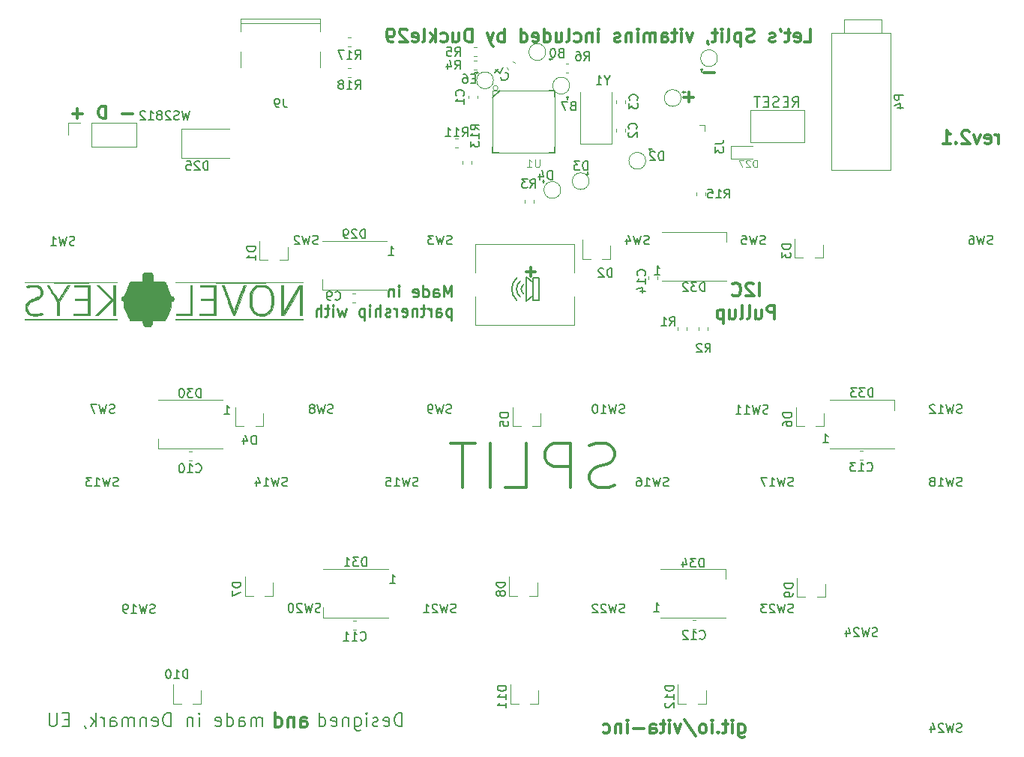
<source format=gbr>
G04 #@! TF.GenerationSoftware,KiCad,Pcbnew,(5.1.2)-2*
G04 #@! TF.CreationDate,2019-10-07T16:48:37+02:00*
G04 #@! TF.ProjectId,vitamins_included,76697461-6d69-46e7-935f-696e636c7564,rev?*
G04 #@! TF.SameCoordinates,Original*
G04 #@! TF.FileFunction,Legend,Bot*
G04 #@! TF.FilePolarity,Positive*
%FSLAX46Y46*%
G04 Gerber Fmt 4.6, Leading zero omitted, Abs format (unit mm)*
G04 Created by KiCad (PCBNEW (5.1.2)-2) date 2019-10-07 16:48:37*
%MOMM*%
%LPD*%
G04 APERTURE LIST*
%ADD10C,0.150000*%
%ADD11C,0.300000*%
%ADD12C,0.260000*%
%ADD13C,0.350000*%
%ADD14C,0.200000*%
%ADD15C,0.120000*%
%ADD16C,0.066040*%
%ADD17C,0.127000*%
%ADD18C,0.100000*%
%ADD19C,0.010000*%
%ADD20C,0.101600*%
G04 APERTURE END LIST*
D10*
X64288095Y-16652380D02*
X64288095Y-15652380D01*
X64050000Y-15652380D01*
X63907142Y-15700000D01*
X63811904Y-15795238D01*
X63764285Y-15890476D01*
X63716666Y-16080952D01*
X63716666Y-16223809D01*
X63764285Y-16414285D01*
X63811904Y-16509523D01*
X63907142Y-16604761D01*
X64050000Y-16652380D01*
X64288095Y-16652380D01*
X63383333Y-15652380D02*
X62764285Y-15652380D01*
X63097619Y-16033333D01*
X62954761Y-16033333D01*
X62859523Y-16080952D01*
X62811904Y-16128571D01*
X62764285Y-16223809D01*
X62764285Y-16461904D01*
X62811904Y-16557142D01*
X62859523Y-16604761D01*
X62954761Y-16652380D01*
X63240476Y-16652380D01*
X63335714Y-16604761D01*
X63383333Y-16557142D01*
X62604761Y-9378571D02*
X62461904Y-9426190D01*
X62414285Y-9473809D01*
X62366666Y-9569047D01*
X62366666Y-9711904D01*
X62414285Y-9807142D01*
X62461904Y-9854761D01*
X62557142Y-9902380D01*
X62938095Y-9902380D01*
X62938095Y-8902380D01*
X62604761Y-8902380D01*
X62509523Y-8950000D01*
X62461904Y-8997619D01*
X62414285Y-9092857D01*
X62414285Y-9188095D01*
X62461904Y-9283333D01*
X62509523Y-9330952D01*
X62604761Y-9378571D01*
X62938095Y-9378571D01*
X62033333Y-8902380D02*
X61366666Y-8902380D01*
X61795238Y-9902380D01*
X51590476Y-6278571D02*
X51257142Y-6278571D01*
X51114285Y-6802380D02*
X51590476Y-6802380D01*
X51590476Y-5802380D01*
X51114285Y-5802380D01*
X50257142Y-5802380D02*
X50447619Y-5802380D01*
X50542857Y-5850000D01*
X50590476Y-5897619D01*
X50685714Y-6040476D01*
X50733333Y-6230952D01*
X50733333Y-6611904D01*
X50685714Y-6707142D01*
X50638095Y-6754761D01*
X50542857Y-6802380D01*
X50352380Y-6802380D01*
X50257142Y-6754761D01*
X50209523Y-6707142D01*
X50161904Y-6611904D01*
X50161904Y-6373809D01*
X50209523Y-6278571D01*
X50257142Y-6230952D01*
X50352380Y-6183333D01*
X50542857Y-6183333D01*
X50638095Y-6230952D01*
X50685714Y-6278571D01*
X50733333Y-6373809D01*
D11*
X78571428Y-5650000D02*
X77428571Y-5650000D01*
X76271428Y-8400000D02*
X75128571Y-8400000D01*
X75700000Y-8933333D02*
X75700000Y-7866666D01*
D10*
X61254761Y-3378571D02*
X61111904Y-3426190D01*
X61064285Y-3473809D01*
X61016666Y-3569047D01*
X61016666Y-3711904D01*
X61064285Y-3807142D01*
X61111904Y-3854761D01*
X61207142Y-3902380D01*
X61588095Y-3902380D01*
X61588095Y-2902380D01*
X61254761Y-2902380D01*
X61159523Y-2950000D01*
X61111904Y-2997619D01*
X61064285Y-3092857D01*
X61064285Y-3188095D01*
X61111904Y-3283333D01*
X61159523Y-3330952D01*
X61254761Y-3378571D01*
X61588095Y-3378571D01*
X60397619Y-2902380D02*
X60302380Y-2902380D01*
X60207142Y-2950000D01*
X60159523Y-2997619D01*
X60111904Y-3092857D01*
X60064285Y-3283333D01*
X60064285Y-3521428D01*
X60111904Y-3711904D01*
X60159523Y-3807142D01*
X60207142Y-3854761D01*
X60302380Y-3902380D01*
X60397619Y-3902380D01*
X60492857Y-3854761D01*
X60540476Y-3807142D01*
X60588095Y-3711904D01*
X60635714Y-3521428D01*
X60635714Y-3283333D01*
X60588095Y-3092857D01*
X60540476Y-2997619D01*
X60492857Y-2950000D01*
X60397619Y-2902380D01*
D11*
X110697857Y-13678571D02*
X110697857Y-12678571D01*
X110697857Y-12964285D02*
X110626428Y-12821428D01*
X110555000Y-12750000D01*
X110412142Y-12678571D01*
X110269285Y-12678571D01*
X109197857Y-13607142D02*
X109340714Y-13678571D01*
X109626428Y-13678571D01*
X109769285Y-13607142D01*
X109840714Y-13464285D01*
X109840714Y-12892857D01*
X109769285Y-12750000D01*
X109626428Y-12678571D01*
X109340714Y-12678571D01*
X109197857Y-12750000D01*
X109126428Y-12892857D01*
X109126428Y-13035714D01*
X109840714Y-13178571D01*
X108626428Y-12678571D02*
X108269285Y-13678571D01*
X107912142Y-12678571D01*
X107412142Y-12321428D02*
X107340714Y-12250000D01*
X107197857Y-12178571D01*
X106840714Y-12178571D01*
X106697857Y-12250000D01*
X106626428Y-12321428D01*
X106555000Y-12464285D01*
X106555000Y-12607142D01*
X106626428Y-12821428D01*
X107483571Y-13678571D01*
X106555000Y-13678571D01*
X105912142Y-13535714D02*
X105840714Y-13607142D01*
X105912142Y-13678571D01*
X105983571Y-13607142D01*
X105912142Y-13535714D01*
X105912142Y-13678571D01*
X104412142Y-13678571D02*
X105269285Y-13678571D01*
X104840714Y-13678571D02*
X104840714Y-12178571D01*
X104983571Y-12392857D01*
X105126428Y-12535714D01*
X105269285Y-12607142D01*
D10*
X60288095Y-17702380D02*
X60288095Y-16702380D01*
X60050000Y-16702380D01*
X59907142Y-16750000D01*
X59811904Y-16845238D01*
X59764285Y-16940476D01*
X59716666Y-17130952D01*
X59716666Y-17273809D01*
X59764285Y-17464285D01*
X59811904Y-17559523D01*
X59907142Y-17654761D01*
X60050000Y-17702380D01*
X60288095Y-17702380D01*
X58859523Y-17035714D02*
X58859523Y-17702380D01*
X59097619Y-16654761D02*
X59335714Y-17369047D01*
X58716666Y-17369047D01*
X72838095Y-15552380D02*
X72838095Y-14552380D01*
X72600000Y-14552380D01*
X72457142Y-14600000D01*
X72361904Y-14695238D01*
X72314285Y-14790476D01*
X72266666Y-14980952D01*
X72266666Y-15123809D01*
X72314285Y-15314285D01*
X72361904Y-15409523D01*
X72457142Y-15504761D01*
X72600000Y-15552380D01*
X72838095Y-15552380D01*
X71885714Y-14647619D02*
X71838095Y-14600000D01*
X71742857Y-14552380D01*
X71504761Y-14552380D01*
X71409523Y-14600000D01*
X71361904Y-14647619D01*
X71314285Y-14742857D01*
X71314285Y-14838095D01*
X71361904Y-14980952D01*
X71933333Y-15552380D01*
X71314285Y-15552380D01*
D11*
X12892857Y-10267000D02*
X11750000Y-10267000D01*
X9892857Y-10800333D02*
X9892857Y-9400333D01*
X9535714Y-9400333D01*
X9321428Y-9467000D01*
X9178571Y-9600333D01*
X9107142Y-9733666D01*
X9035714Y-10000333D01*
X9035714Y-10200333D01*
X9107142Y-10467000D01*
X9178571Y-10600333D01*
X9321428Y-10733666D01*
X9535714Y-10800333D01*
X9892857Y-10800333D01*
X7250000Y-10267000D02*
X6107142Y-10267000D01*
X6678571Y-10800333D02*
X6678571Y-9733666D01*
D12*
X48921476Y-30983095D02*
X48921476Y-29683095D01*
X48488142Y-30611666D01*
X48054809Y-29683095D01*
X48054809Y-30983095D01*
X46878619Y-30983095D02*
X46878619Y-30302142D01*
X46940523Y-30178333D01*
X47064333Y-30116428D01*
X47311952Y-30116428D01*
X47435761Y-30178333D01*
X46878619Y-30921190D02*
X47002428Y-30983095D01*
X47311952Y-30983095D01*
X47435761Y-30921190D01*
X47497666Y-30797380D01*
X47497666Y-30673571D01*
X47435761Y-30549761D01*
X47311952Y-30487857D01*
X47002428Y-30487857D01*
X46878619Y-30425952D01*
X45702428Y-30983095D02*
X45702428Y-29683095D01*
X45702428Y-30921190D02*
X45826238Y-30983095D01*
X46073857Y-30983095D01*
X46197666Y-30921190D01*
X46259571Y-30859285D01*
X46321476Y-30735476D01*
X46321476Y-30364047D01*
X46259571Y-30240238D01*
X46197666Y-30178333D01*
X46073857Y-30116428D01*
X45826238Y-30116428D01*
X45702428Y-30178333D01*
X44588142Y-30921190D02*
X44711952Y-30983095D01*
X44959571Y-30983095D01*
X45083380Y-30921190D01*
X45145285Y-30797380D01*
X45145285Y-30302142D01*
X45083380Y-30178333D01*
X44959571Y-30116428D01*
X44711952Y-30116428D01*
X44588142Y-30178333D01*
X44526238Y-30302142D01*
X44526238Y-30425952D01*
X45145285Y-30549761D01*
X42978619Y-30983095D02*
X42978619Y-30116428D01*
X42978619Y-29683095D02*
X43040523Y-29745000D01*
X42978619Y-29806904D01*
X42916714Y-29745000D01*
X42978619Y-29683095D01*
X42978619Y-29806904D01*
X42359571Y-30116428D02*
X42359571Y-30983095D01*
X42359571Y-30240238D02*
X42297666Y-30178333D01*
X42173857Y-30116428D01*
X41988142Y-30116428D01*
X41864333Y-30178333D01*
X41802428Y-30302142D01*
X41802428Y-30983095D01*
X48921476Y-32326428D02*
X48921476Y-33626428D01*
X48921476Y-32388333D02*
X48797666Y-32326428D01*
X48550047Y-32326428D01*
X48426238Y-32388333D01*
X48364333Y-32450238D01*
X48302428Y-32574047D01*
X48302428Y-32945476D01*
X48364333Y-33069285D01*
X48426238Y-33131190D01*
X48550047Y-33193095D01*
X48797666Y-33193095D01*
X48921476Y-33131190D01*
X47188142Y-33193095D02*
X47188142Y-32512142D01*
X47250047Y-32388333D01*
X47373857Y-32326428D01*
X47621476Y-32326428D01*
X47745285Y-32388333D01*
X47188142Y-33131190D02*
X47311952Y-33193095D01*
X47621476Y-33193095D01*
X47745285Y-33131190D01*
X47807190Y-33007380D01*
X47807190Y-32883571D01*
X47745285Y-32759761D01*
X47621476Y-32697857D01*
X47311952Y-32697857D01*
X47188142Y-32635952D01*
X46569095Y-33193095D02*
X46569095Y-32326428D01*
X46569095Y-32574047D02*
X46507190Y-32450238D01*
X46445285Y-32388333D01*
X46321476Y-32326428D01*
X46197666Y-32326428D01*
X45950047Y-32326428D02*
X45454809Y-32326428D01*
X45764333Y-31893095D02*
X45764333Y-33007380D01*
X45702428Y-33131190D01*
X45578619Y-33193095D01*
X45454809Y-33193095D01*
X45021476Y-32326428D02*
X45021476Y-33193095D01*
X45021476Y-32450238D02*
X44959571Y-32388333D01*
X44835761Y-32326428D01*
X44650047Y-32326428D01*
X44526238Y-32388333D01*
X44464333Y-32512142D01*
X44464333Y-33193095D01*
X43350047Y-33131190D02*
X43473857Y-33193095D01*
X43721476Y-33193095D01*
X43845285Y-33131190D01*
X43907190Y-33007380D01*
X43907190Y-32512142D01*
X43845285Y-32388333D01*
X43721476Y-32326428D01*
X43473857Y-32326428D01*
X43350047Y-32388333D01*
X43288142Y-32512142D01*
X43288142Y-32635952D01*
X43907190Y-32759761D01*
X42731000Y-33193095D02*
X42731000Y-32326428D01*
X42731000Y-32574047D02*
X42669095Y-32450238D01*
X42607190Y-32388333D01*
X42483380Y-32326428D01*
X42359571Y-32326428D01*
X41988142Y-33131190D02*
X41864333Y-33193095D01*
X41616714Y-33193095D01*
X41492904Y-33131190D01*
X41431000Y-33007380D01*
X41431000Y-32945476D01*
X41492904Y-32821666D01*
X41616714Y-32759761D01*
X41802428Y-32759761D01*
X41926238Y-32697857D01*
X41988142Y-32574047D01*
X41988142Y-32512142D01*
X41926238Y-32388333D01*
X41802428Y-32326428D01*
X41616714Y-32326428D01*
X41492904Y-32388333D01*
X40873857Y-33193095D02*
X40873857Y-31893095D01*
X40316714Y-33193095D02*
X40316714Y-32512142D01*
X40378619Y-32388333D01*
X40502428Y-32326428D01*
X40688142Y-32326428D01*
X40811952Y-32388333D01*
X40873857Y-32450238D01*
X39697666Y-33193095D02*
X39697666Y-32326428D01*
X39697666Y-31893095D02*
X39759571Y-31955000D01*
X39697666Y-32016904D01*
X39635761Y-31955000D01*
X39697666Y-31893095D01*
X39697666Y-32016904D01*
X39078619Y-32326428D02*
X39078619Y-33626428D01*
X39078619Y-32388333D02*
X38954809Y-32326428D01*
X38707190Y-32326428D01*
X38583380Y-32388333D01*
X38521476Y-32450238D01*
X38459571Y-32574047D01*
X38459571Y-32945476D01*
X38521476Y-33069285D01*
X38583380Y-33131190D01*
X38707190Y-33193095D01*
X38954809Y-33193095D01*
X39078619Y-33131190D01*
X37035761Y-32326428D02*
X36788142Y-33193095D01*
X36540523Y-32574047D01*
X36292904Y-33193095D01*
X36045285Y-32326428D01*
X35550047Y-33193095D02*
X35550047Y-32326428D01*
X35550047Y-31893095D02*
X35611952Y-31955000D01*
X35550047Y-32016904D01*
X35488142Y-31955000D01*
X35550047Y-31893095D01*
X35550047Y-32016904D01*
X35116714Y-32326428D02*
X34621476Y-32326428D01*
X34931000Y-31893095D02*
X34931000Y-33007380D01*
X34869095Y-33131190D01*
X34745285Y-33193095D01*
X34621476Y-33193095D01*
X34188142Y-33193095D02*
X34188142Y-31893095D01*
X33631000Y-33193095D02*
X33631000Y-32512142D01*
X33692904Y-32388333D01*
X33816714Y-32326428D01*
X34002428Y-32326428D01*
X34126238Y-32388333D01*
X34188142Y-32450238D01*
D13*
X31855833Y-79597809D02*
X31855833Y-78759714D01*
X31932023Y-78607333D01*
X32084404Y-78531142D01*
X32389166Y-78531142D01*
X32541547Y-78607333D01*
X31855833Y-79521619D02*
X32008214Y-79597809D01*
X32389166Y-79597809D01*
X32541547Y-79521619D01*
X32617738Y-79369238D01*
X32617738Y-79216857D01*
X32541547Y-79064476D01*
X32389166Y-78988285D01*
X32008214Y-78988285D01*
X31855833Y-78912095D01*
X31093928Y-78531142D02*
X31093928Y-79597809D01*
X31093928Y-78683523D02*
X31017738Y-78607333D01*
X30865357Y-78531142D01*
X30636785Y-78531142D01*
X30484404Y-78607333D01*
X30408214Y-78759714D01*
X30408214Y-79597809D01*
X28960595Y-79597809D02*
X28960595Y-77997809D01*
X28960595Y-79521619D02*
X29112976Y-79597809D01*
X29417738Y-79597809D01*
X29570119Y-79521619D01*
X29646309Y-79445428D01*
X29722500Y-79293047D01*
X29722500Y-78835904D01*
X29646309Y-78683523D01*
X29570119Y-78607333D01*
X29417738Y-78531142D01*
X29112976Y-78531142D01*
X28960595Y-78607333D01*
D11*
X81335714Y-79328571D02*
X81335714Y-80542857D01*
X81407142Y-80685714D01*
X81478571Y-80757142D01*
X81621428Y-80828571D01*
X81835714Y-80828571D01*
X81978571Y-80757142D01*
X81335714Y-80257142D02*
X81478571Y-80328571D01*
X81764285Y-80328571D01*
X81907142Y-80257142D01*
X81978571Y-80185714D01*
X82050000Y-80042857D01*
X82050000Y-79614285D01*
X81978571Y-79471428D01*
X81907142Y-79400000D01*
X81764285Y-79328571D01*
X81478571Y-79328571D01*
X81335714Y-79400000D01*
X80621428Y-80328571D02*
X80621428Y-79328571D01*
X80621428Y-78828571D02*
X80692857Y-78900000D01*
X80621428Y-78971428D01*
X80550000Y-78900000D01*
X80621428Y-78828571D01*
X80621428Y-78971428D01*
X80121428Y-79328571D02*
X79550000Y-79328571D01*
X79907142Y-78828571D02*
X79907142Y-80114285D01*
X79835714Y-80257142D01*
X79692857Y-80328571D01*
X79550000Y-80328571D01*
X79050000Y-80185714D02*
X78978571Y-80257142D01*
X79050000Y-80328571D01*
X79121428Y-80257142D01*
X79050000Y-80185714D01*
X79050000Y-80328571D01*
X78335714Y-80328571D02*
X78335714Y-79328571D01*
X78335714Y-78828571D02*
X78407142Y-78900000D01*
X78335714Y-78971428D01*
X78264285Y-78900000D01*
X78335714Y-78828571D01*
X78335714Y-78971428D01*
X77407142Y-80328571D02*
X77550000Y-80257142D01*
X77621428Y-80185714D01*
X77692857Y-80042857D01*
X77692857Y-79614285D01*
X77621428Y-79471428D01*
X77550000Y-79400000D01*
X77407142Y-79328571D01*
X77192857Y-79328571D01*
X77050000Y-79400000D01*
X76978571Y-79471428D01*
X76907142Y-79614285D01*
X76907142Y-80042857D01*
X76978571Y-80185714D01*
X77050000Y-80257142D01*
X77192857Y-80328571D01*
X77407142Y-80328571D01*
X75192857Y-78757142D02*
X76478571Y-80685714D01*
X74835714Y-79328571D02*
X74478571Y-80328571D01*
X74121428Y-79328571D01*
X73550000Y-80328571D02*
X73550000Y-79328571D01*
X73550000Y-78828571D02*
X73621428Y-78900000D01*
X73550000Y-78971428D01*
X73478571Y-78900000D01*
X73550000Y-78828571D01*
X73550000Y-78971428D01*
X73050000Y-79328571D02*
X72478571Y-79328571D01*
X72835714Y-78828571D02*
X72835714Y-80114285D01*
X72764285Y-80257142D01*
X72621428Y-80328571D01*
X72478571Y-80328571D01*
X71335714Y-80328571D02*
X71335714Y-79542857D01*
X71407142Y-79400000D01*
X71550000Y-79328571D01*
X71835714Y-79328571D01*
X71978571Y-79400000D01*
X71335714Y-80257142D02*
X71478571Y-80328571D01*
X71835714Y-80328571D01*
X71978571Y-80257142D01*
X72050000Y-80114285D01*
X72050000Y-79971428D01*
X71978571Y-79828571D01*
X71835714Y-79757142D01*
X71478571Y-79757142D01*
X71335714Y-79685714D01*
X70621428Y-79757142D02*
X69478571Y-79757142D01*
X68764285Y-80328571D02*
X68764285Y-79328571D01*
X68764285Y-78828571D02*
X68835714Y-78900000D01*
X68764285Y-78971428D01*
X68692857Y-78900000D01*
X68764285Y-78828571D01*
X68764285Y-78971428D01*
X68050000Y-79328571D02*
X68050000Y-80328571D01*
X68050000Y-79471428D02*
X67978571Y-79400000D01*
X67835714Y-79328571D01*
X67621428Y-79328571D01*
X67478571Y-79400000D01*
X67407142Y-79542857D01*
X67407142Y-80328571D01*
X66050000Y-80257142D02*
X66192857Y-80328571D01*
X66478571Y-80328571D01*
X66621428Y-80257142D01*
X66692857Y-80185714D01*
X66764285Y-80042857D01*
X66764285Y-79614285D01*
X66692857Y-79471428D01*
X66621428Y-79400000D01*
X66478571Y-79328571D01*
X66192857Y-79328571D01*
X66050000Y-79400000D01*
X88733571Y-2178571D02*
X89447857Y-2178571D01*
X89447857Y-678571D01*
X87662142Y-2107142D02*
X87805000Y-2178571D01*
X88090714Y-2178571D01*
X88233571Y-2107142D01*
X88305000Y-1964285D01*
X88305000Y-1392857D01*
X88233571Y-1250000D01*
X88090714Y-1178571D01*
X87805000Y-1178571D01*
X87662142Y-1250000D01*
X87590714Y-1392857D01*
X87590714Y-1535714D01*
X88305000Y-1678571D01*
X87162142Y-1178571D02*
X86590714Y-1178571D01*
X86947857Y-678571D02*
X86947857Y-1964285D01*
X86876428Y-2107142D01*
X86733571Y-2178571D01*
X86590714Y-2178571D01*
X86019285Y-678571D02*
X86162142Y-964285D01*
X85447857Y-2107142D02*
X85305000Y-2178571D01*
X85019285Y-2178571D01*
X84876428Y-2107142D01*
X84805000Y-1964285D01*
X84805000Y-1892857D01*
X84876428Y-1750000D01*
X85019285Y-1678571D01*
X85233571Y-1678571D01*
X85376428Y-1607142D01*
X85447857Y-1464285D01*
X85447857Y-1392857D01*
X85376428Y-1250000D01*
X85233571Y-1178571D01*
X85019285Y-1178571D01*
X84876428Y-1250000D01*
X83090714Y-2107142D02*
X82876428Y-2178571D01*
X82519285Y-2178571D01*
X82376428Y-2107142D01*
X82305000Y-2035714D01*
X82233571Y-1892857D01*
X82233571Y-1750000D01*
X82305000Y-1607142D01*
X82376428Y-1535714D01*
X82519285Y-1464285D01*
X82805000Y-1392857D01*
X82947857Y-1321428D01*
X83019285Y-1250000D01*
X83090714Y-1107142D01*
X83090714Y-964285D01*
X83019285Y-821428D01*
X82947857Y-750000D01*
X82805000Y-678571D01*
X82447857Y-678571D01*
X82233571Y-750000D01*
X81590714Y-1178571D02*
X81590714Y-2678571D01*
X81590714Y-1250000D02*
X81447857Y-1178571D01*
X81162142Y-1178571D01*
X81019285Y-1250000D01*
X80947857Y-1321428D01*
X80876428Y-1464285D01*
X80876428Y-1892857D01*
X80947857Y-2035714D01*
X81019285Y-2107142D01*
X81162142Y-2178571D01*
X81447857Y-2178571D01*
X81590714Y-2107142D01*
X80019285Y-2178571D02*
X80162142Y-2107142D01*
X80233571Y-1964285D01*
X80233571Y-678571D01*
X79447857Y-2178571D02*
X79447857Y-1178571D01*
X79447857Y-678571D02*
X79519285Y-750000D01*
X79447857Y-821428D01*
X79376428Y-750000D01*
X79447857Y-678571D01*
X79447857Y-821428D01*
X78947857Y-1178571D02*
X78376428Y-1178571D01*
X78733571Y-678571D02*
X78733571Y-1964285D01*
X78662142Y-2107142D01*
X78519285Y-2178571D01*
X78376428Y-2178571D01*
X77805000Y-2107142D02*
X77805000Y-2178571D01*
X77876428Y-2321428D01*
X77947857Y-2392857D01*
X76162142Y-1178571D02*
X75805000Y-2178571D01*
X75447857Y-1178571D01*
X74876428Y-2178571D02*
X74876428Y-1178571D01*
X74876428Y-678571D02*
X74947857Y-750000D01*
X74876428Y-821428D01*
X74805000Y-750000D01*
X74876428Y-678571D01*
X74876428Y-821428D01*
X74376428Y-1178571D02*
X73805000Y-1178571D01*
X74162142Y-678571D02*
X74162142Y-1964285D01*
X74090714Y-2107142D01*
X73947857Y-2178571D01*
X73805000Y-2178571D01*
X72662142Y-2178571D02*
X72662142Y-1392857D01*
X72733571Y-1250000D01*
X72876428Y-1178571D01*
X73162142Y-1178571D01*
X73305000Y-1250000D01*
X72662142Y-2107142D02*
X72805000Y-2178571D01*
X73162142Y-2178571D01*
X73305000Y-2107142D01*
X73376428Y-1964285D01*
X73376428Y-1821428D01*
X73305000Y-1678571D01*
X73162142Y-1607142D01*
X72805000Y-1607142D01*
X72662142Y-1535714D01*
X71947857Y-2178571D02*
X71947857Y-1178571D01*
X71947857Y-1321428D02*
X71876428Y-1250000D01*
X71733571Y-1178571D01*
X71519285Y-1178571D01*
X71376428Y-1250000D01*
X71305000Y-1392857D01*
X71305000Y-2178571D01*
X71305000Y-1392857D02*
X71233571Y-1250000D01*
X71090714Y-1178571D01*
X70876428Y-1178571D01*
X70733571Y-1250000D01*
X70662142Y-1392857D01*
X70662142Y-2178571D01*
X69947857Y-2178571D02*
X69947857Y-1178571D01*
X69947857Y-678571D02*
X70019285Y-750000D01*
X69947857Y-821428D01*
X69876428Y-750000D01*
X69947857Y-678571D01*
X69947857Y-821428D01*
X69233571Y-1178571D02*
X69233571Y-2178571D01*
X69233571Y-1321428D02*
X69162142Y-1250000D01*
X69019285Y-1178571D01*
X68805000Y-1178571D01*
X68662142Y-1250000D01*
X68590714Y-1392857D01*
X68590714Y-2178571D01*
X67947857Y-2107142D02*
X67805000Y-2178571D01*
X67519285Y-2178571D01*
X67376428Y-2107142D01*
X67305000Y-1964285D01*
X67305000Y-1892857D01*
X67376428Y-1750000D01*
X67519285Y-1678571D01*
X67733571Y-1678571D01*
X67876428Y-1607142D01*
X67947857Y-1464285D01*
X67947857Y-1392857D01*
X67876428Y-1250000D01*
X67733571Y-1178571D01*
X67519285Y-1178571D01*
X67376428Y-1250000D01*
X65519285Y-2178571D02*
X65519285Y-1178571D01*
X65519285Y-678571D02*
X65590714Y-750000D01*
X65519285Y-821428D01*
X65447857Y-750000D01*
X65519285Y-678571D01*
X65519285Y-821428D01*
X64805000Y-1178571D02*
X64805000Y-2178571D01*
X64805000Y-1321428D02*
X64733571Y-1250000D01*
X64590714Y-1178571D01*
X64376428Y-1178571D01*
X64233571Y-1250000D01*
X64162142Y-1392857D01*
X64162142Y-2178571D01*
X62805000Y-2107142D02*
X62947857Y-2178571D01*
X63233571Y-2178571D01*
X63376428Y-2107142D01*
X63447857Y-2035714D01*
X63519285Y-1892857D01*
X63519285Y-1464285D01*
X63447857Y-1321428D01*
X63376428Y-1250000D01*
X63233571Y-1178571D01*
X62947857Y-1178571D01*
X62805000Y-1250000D01*
X61947857Y-2178571D02*
X62090714Y-2107142D01*
X62162142Y-1964285D01*
X62162142Y-678571D01*
X60733571Y-1178571D02*
X60733571Y-2178571D01*
X61376428Y-1178571D02*
X61376428Y-1964285D01*
X61305000Y-2107142D01*
X61162142Y-2178571D01*
X60947857Y-2178571D01*
X60805000Y-2107142D01*
X60733571Y-2035714D01*
X59376428Y-2178571D02*
X59376428Y-678571D01*
X59376428Y-2107142D02*
X59519285Y-2178571D01*
X59805000Y-2178571D01*
X59947857Y-2107142D01*
X60019285Y-2035714D01*
X60090714Y-1892857D01*
X60090714Y-1464285D01*
X60019285Y-1321428D01*
X59947857Y-1250000D01*
X59805000Y-1178571D01*
X59519285Y-1178571D01*
X59376428Y-1250000D01*
X58090714Y-2107142D02*
X58233571Y-2178571D01*
X58519285Y-2178571D01*
X58662142Y-2107142D01*
X58733571Y-1964285D01*
X58733571Y-1392857D01*
X58662142Y-1250000D01*
X58519285Y-1178571D01*
X58233571Y-1178571D01*
X58090714Y-1250000D01*
X58019285Y-1392857D01*
X58019285Y-1535714D01*
X58733571Y-1678571D01*
X56733571Y-2178571D02*
X56733571Y-678571D01*
X56733571Y-2107142D02*
X56876428Y-2178571D01*
X57162142Y-2178571D01*
X57304999Y-2107142D01*
X57376428Y-2035714D01*
X57447857Y-1892857D01*
X57447857Y-1464285D01*
X57376428Y-1321428D01*
X57304999Y-1250000D01*
X57162142Y-1178571D01*
X56876428Y-1178571D01*
X56733571Y-1250000D01*
X54876428Y-2178571D02*
X54876428Y-678571D01*
X54876428Y-1250000D02*
X54733571Y-1178571D01*
X54447857Y-1178571D01*
X54305000Y-1250000D01*
X54233571Y-1321428D01*
X54162142Y-1464285D01*
X54162142Y-1892857D01*
X54233571Y-2035714D01*
X54305000Y-2107142D01*
X54447857Y-2178571D01*
X54733571Y-2178571D01*
X54876428Y-2107142D01*
X53662142Y-1178571D02*
X53305000Y-2178571D01*
X52947857Y-1178571D02*
X53305000Y-2178571D01*
X53447857Y-2535714D01*
X53519285Y-2607142D01*
X53662142Y-2678571D01*
X51233571Y-2178571D02*
X51233571Y-678571D01*
X50876428Y-678571D01*
X50662142Y-750000D01*
X50519285Y-892857D01*
X50447857Y-1035714D01*
X50376428Y-1321428D01*
X50376428Y-1535714D01*
X50447857Y-1821428D01*
X50519285Y-1964285D01*
X50662142Y-2107142D01*
X50876428Y-2178571D01*
X51233571Y-2178571D01*
X49090714Y-1178571D02*
X49090714Y-2178571D01*
X49733571Y-1178571D02*
X49733571Y-1964285D01*
X49662142Y-2107142D01*
X49519285Y-2178571D01*
X49305000Y-2178571D01*
X49162142Y-2107142D01*
X49090714Y-2035714D01*
X47733571Y-2107142D02*
X47876428Y-2178571D01*
X48162142Y-2178571D01*
X48305000Y-2107142D01*
X48376428Y-2035714D01*
X48447857Y-1892857D01*
X48447857Y-1464285D01*
X48376428Y-1321428D01*
X48305000Y-1250000D01*
X48162142Y-1178571D01*
X47876428Y-1178571D01*
X47733571Y-1250000D01*
X47090714Y-2178571D02*
X47090714Y-678571D01*
X46947857Y-1607142D02*
X46519285Y-2178571D01*
X46519285Y-1178571D02*
X47090714Y-1750000D01*
X45662142Y-2178571D02*
X45805000Y-2107142D01*
X45876428Y-1964285D01*
X45876428Y-678571D01*
X44519285Y-2107142D02*
X44662142Y-2178571D01*
X44947857Y-2178571D01*
X45090714Y-2107142D01*
X45162142Y-1964285D01*
X45162142Y-1392857D01*
X45090714Y-1250000D01*
X44947857Y-1178571D01*
X44662142Y-1178571D01*
X44519285Y-1250000D01*
X44447857Y-1392857D01*
X44447857Y-1535714D01*
X45162142Y-1678571D01*
X43876428Y-821428D02*
X43805000Y-750000D01*
X43662142Y-678571D01*
X43305000Y-678571D01*
X43162142Y-750000D01*
X43090714Y-821428D01*
X43019285Y-964285D01*
X43019285Y-1107142D01*
X43090714Y-1321428D01*
X43947857Y-2178571D01*
X43019285Y-2178571D01*
X42305000Y-2178571D02*
X42019285Y-2178571D01*
X41876428Y-2107142D01*
X41805000Y-2035714D01*
X41662142Y-1821428D01*
X41590714Y-1535714D01*
X41590714Y-964285D01*
X41662142Y-821428D01*
X41733571Y-750000D01*
X41876428Y-678571D01*
X42162142Y-678571D01*
X42305000Y-750000D01*
X42376428Y-821428D01*
X42447857Y-964285D01*
X42447857Y-1321428D01*
X42376428Y-1464285D01*
X42305000Y-1535714D01*
X42162142Y-1607142D01*
X41876428Y-1607142D01*
X41733571Y-1535714D01*
X41662142Y-1464285D01*
X41590714Y-1321428D01*
X67343857Y-52322809D02*
X66629571Y-52560904D01*
X65439095Y-52560904D01*
X64962904Y-52322809D01*
X64724809Y-52084714D01*
X64486714Y-51608523D01*
X64486714Y-51132333D01*
X64724809Y-50656142D01*
X64962904Y-50418047D01*
X65439095Y-50179952D01*
X66391476Y-49941857D01*
X66867666Y-49703761D01*
X67105761Y-49465666D01*
X67343857Y-48989476D01*
X67343857Y-48513285D01*
X67105761Y-48037095D01*
X66867666Y-47799000D01*
X66391476Y-47560904D01*
X65201000Y-47560904D01*
X64486714Y-47799000D01*
X62343857Y-52560904D02*
X62343857Y-47560904D01*
X60439095Y-47560904D01*
X59962904Y-47799000D01*
X59724809Y-48037095D01*
X59486714Y-48513285D01*
X59486714Y-49227571D01*
X59724809Y-49703761D01*
X59962904Y-49941857D01*
X60439095Y-50179952D01*
X62343857Y-50179952D01*
X54962904Y-52560904D02*
X57343857Y-52560904D01*
X57343857Y-47560904D01*
X53296238Y-52560904D02*
X53296238Y-47560904D01*
X51629571Y-47560904D02*
X48772428Y-47560904D01*
X50201000Y-52560904D02*
X50201000Y-47560904D01*
D14*
X43330857Y-79552571D02*
X43330857Y-78052571D01*
X42973714Y-78052571D01*
X42759428Y-78124000D01*
X42616571Y-78266857D01*
X42545142Y-78409714D01*
X42473714Y-78695428D01*
X42473714Y-78909714D01*
X42545142Y-79195428D01*
X42616571Y-79338285D01*
X42759428Y-79481142D01*
X42973714Y-79552571D01*
X43330857Y-79552571D01*
X41259428Y-79481142D02*
X41402285Y-79552571D01*
X41688000Y-79552571D01*
X41830857Y-79481142D01*
X41902285Y-79338285D01*
X41902285Y-78766857D01*
X41830857Y-78624000D01*
X41688000Y-78552571D01*
X41402285Y-78552571D01*
X41259428Y-78624000D01*
X41188000Y-78766857D01*
X41188000Y-78909714D01*
X41902285Y-79052571D01*
X40616571Y-79481142D02*
X40473714Y-79552571D01*
X40188000Y-79552571D01*
X40045142Y-79481142D01*
X39973714Y-79338285D01*
X39973714Y-79266857D01*
X40045142Y-79124000D01*
X40188000Y-79052571D01*
X40402285Y-79052571D01*
X40545142Y-78981142D01*
X40616571Y-78838285D01*
X40616571Y-78766857D01*
X40545142Y-78624000D01*
X40402285Y-78552571D01*
X40188000Y-78552571D01*
X40045142Y-78624000D01*
X39330857Y-79552571D02*
X39330857Y-78552571D01*
X39330857Y-78052571D02*
X39402285Y-78124000D01*
X39330857Y-78195428D01*
X39259428Y-78124000D01*
X39330857Y-78052571D01*
X39330857Y-78195428D01*
X37973714Y-78552571D02*
X37973714Y-79766857D01*
X38045142Y-79909714D01*
X38116571Y-79981142D01*
X38259428Y-80052571D01*
X38473714Y-80052571D01*
X38616571Y-79981142D01*
X37973714Y-79481142D02*
X38116571Y-79552571D01*
X38402285Y-79552571D01*
X38545142Y-79481142D01*
X38616571Y-79409714D01*
X38688000Y-79266857D01*
X38688000Y-78838285D01*
X38616571Y-78695428D01*
X38545142Y-78624000D01*
X38402285Y-78552571D01*
X38116571Y-78552571D01*
X37973714Y-78624000D01*
X37259428Y-78552571D02*
X37259428Y-79552571D01*
X37259428Y-78695428D02*
X37188000Y-78624000D01*
X37045142Y-78552571D01*
X36830857Y-78552571D01*
X36688000Y-78624000D01*
X36616571Y-78766857D01*
X36616571Y-79552571D01*
X35330857Y-79481142D02*
X35473714Y-79552571D01*
X35759428Y-79552571D01*
X35902285Y-79481142D01*
X35973714Y-79338285D01*
X35973714Y-78766857D01*
X35902285Y-78624000D01*
X35759428Y-78552571D01*
X35473714Y-78552571D01*
X35330857Y-78624000D01*
X35259428Y-78766857D01*
X35259428Y-78909714D01*
X35973714Y-79052571D01*
X33973714Y-79552571D02*
X33973714Y-78052571D01*
X33973714Y-79481142D02*
X34116571Y-79552571D01*
X34402285Y-79552571D01*
X34545142Y-79481142D01*
X34616571Y-79409714D01*
X34687999Y-79266857D01*
X34687999Y-78838285D01*
X34616571Y-78695428D01*
X34545142Y-78624000D01*
X34402285Y-78552571D01*
X34116571Y-78552571D01*
X33973714Y-78624000D01*
X27545142Y-79552571D02*
X27545142Y-78552571D01*
X27545142Y-78695428D02*
X27473714Y-78624000D01*
X27330857Y-78552571D01*
X27116571Y-78552571D01*
X26973714Y-78624000D01*
X26902285Y-78766857D01*
X26902285Y-79552571D01*
X26902285Y-78766857D02*
X26830857Y-78624000D01*
X26688000Y-78552571D01*
X26473714Y-78552571D01*
X26330857Y-78624000D01*
X26259428Y-78766857D01*
X26259428Y-79552571D01*
X24902285Y-79552571D02*
X24902285Y-78766857D01*
X24973714Y-78624000D01*
X25116571Y-78552571D01*
X25402285Y-78552571D01*
X25545142Y-78624000D01*
X24902285Y-79481142D02*
X25045142Y-79552571D01*
X25402285Y-79552571D01*
X25545142Y-79481142D01*
X25616571Y-79338285D01*
X25616571Y-79195428D01*
X25545142Y-79052571D01*
X25402285Y-78981142D01*
X25045142Y-78981142D01*
X24902285Y-78909714D01*
X23545142Y-79552571D02*
X23545142Y-78052571D01*
X23545142Y-79481142D02*
X23687999Y-79552571D01*
X23973714Y-79552571D01*
X24116571Y-79481142D01*
X24187999Y-79409714D01*
X24259428Y-79266857D01*
X24259428Y-78838285D01*
X24187999Y-78695428D01*
X24116571Y-78624000D01*
X23973714Y-78552571D01*
X23687999Y-78552571D01*
X23545142Y-78624000D01*
X22259428Y-79481142D02*
X22402285Y-79552571D01*
X22687999Y-79552571D01*
X22830857Y-79481142D01*
X22902285Y-79338285D01*
X22902285Y-78766857D01*
X22830857Y-78624000D01*
X22687999Y-78552571D01*
X22402285Y-78552571D01*
X22259428Y-78624000D01*
X22187999Y-78766857D01*
X22187999Y-78909714D01*
X22902285Y-79052571D01*
X20402285Y-79552571D02*
X20402285Y-78552571D01*
X20402285Y-78052571D02*
X20473714Y-78124000D01*
X20402285Y-78195428D01*
X20330857Y-78124000D01*
X20402285Y-78052571D01*
X20402285Y-78195428D01*
X19688000Y-78552571D02*
X19688000Y-79552571D01*
X19688000Y-78695428D02*
X19616571Y-78624000D01*
X19473714Y-78552571D01*
X19259428Y-78552571D01*
X19116571Y-78624000D01*
X19045142Y-78766857D01*
X19045142Y-79552571D01*
X17188000Y-79552571D02*
X17188000Y-78052571D01*
X16830857Y-78052571D01*
X16616571Y-78124000D01*
X16473714Y-78266857D01*
X16402285Y-78409714D01*
X16330857Y-78695428D01*
X16330857Y-78909714D01*
X16402285Y-79195428D01*
X16473714Y-79338285D01*
X16616571Y-79481142D01*
X16830857Y-79552571D01*
X17188000Y-79552571D01*
X15116571Y-79481142D02*
X15259428Y-79552571D01*
X15545142Y-79552571D01*
X15688000Y-79481142D01*
X15759428Y-79338285D01*
X15759428Y-78766857D01*
X15688000Y-78624000D01*
X15545142Y-78552571D01*
X15259428Y-78552571D01*
X15116571Y-78624000D01*
X15045142Y-78766857D01*
X15045142Y-78909714D01*
X15759428Y-79052571D01*
X14402285Y-78552571D02*
X14402285Y-79552571D01*
X14402285Y-78695428D02*
X14330857Y-78624000D01*
X14188000Y-78552571D01*
X13973714Y-78552571D01*
X13830857Y-78624000D01*
X13759428Y-78766857D01*
X13759428Y-79552571D01*
X13045142Y-79552571D02*
X13045142Y-78552571D01*
X13045142Y-78695428D02*
X12973714Y-78624000D01*
X12830857Y-78552571D01*
X12616571Y-78552571D01*
X12473714Y-78624000D01*
X12402285Y-78766857D01*
X12402285Y-79552571D01*
X12402285Y-78766857D02*
X12330857Y-78624000D01*
X12188000Y-78552571D01*
X11973714Y-78552571D01*
X11830857Y-78624000D01*
X11759428Y-78766857D01*
X11759428Y-79552571D01*
X10402285Y-79552571D02*
X10402285Y-78766857D01*
X10473714Y-78624000D01*
X10616571Y-78552571D01*
X10902285Y-78552571D01*
X11045142Y-78624000D01*
X10402285Y-79481142D02*
X10545142Y-79552571D01*
X10902285Y-79552571D01*
X11045142Y-79481142D01*
X11116571Y-79338285D01*
X11116571Y-79195428D01*
X11045142Y-79052571D01*
X10902285Y-78981142D01*
X10545142Y-78981142D01*
X10402285Y-78909714D01*
X9688000Y-79552571D02*
X9688000Y-78552571D01*
X9688000Y-78838285D02*
X9616571Y-78695428D01*
X9545142Y-78624000D01*
X9402285Y-78552571D01*
X9259428Y-78552571D01*
X8759428Y-79552571D02*
X8759428Y-78052571D01*
X8616571Y-78981142D02*
X8188000Y-79552571D01*
X8188000Y-78552571D02*
X8759428Y-79124000D01*
X7473714Y-79481142D02*
X7473714Y-79552571D01*
X7545142Y-79695428D01*
X7616571Y-79766857D01*
X5688000Y-78766857D02*
X5188000Y-78766857D01*
X4973714Y-79552571D02*
X5688000Y-79552571D01*
X5688000Y-78052571D01*
X4973714Y-78052571D01*
X4330857Y-78052571D02*
X4330857Y-79266857D01*
X4259428Y-79409714D01*
X4188000Y-79481142D01*
X4045142Y-79552571D01*
X3759428Y-79552571D01*
X3616571Y-79481142D01*
X3545142Y-79409714D01*
X3473714Y-79266857D01*
X3473714Y-78052571D01*
D11*
X83664285Y-30903571D02*
X83664285Y-29403571D01*
X83021428Y-29546428D02*
X82950000Y-29475000D01*
X82807142Y-29403571D01*
X82450000Y-29403571D01*
X82307142Y-29475000D01*
X82235714Y-29546428D01*
X82164285Y-29689285D01*
X82164285Y-29832142D01*
X82235714Y-30046428D01*
X83092857Y-30903571D01*
X82164285Y-30903571D01*
X80664285Y-30760714D02*
X80735714Y-30832142D01*
X80950000Y-30903571D01*
X81092857Y-30903571D01*
X81307142Y-30832142D01*
X81450000Y-30689285D01*
X81521428Y-30546428D01*
X81592857Y-30260714D01*
X81592857Y-30046428D01*
X81521428Y-29760714D01*
X81450000Y-29617857D01*
X81307142Y-29475000D01*
X81092857Y-29403571D01*
X80950000Y-29403571D01*
X80735714Y-29475000D01*
X80664285Y-29546428D01*
X85414285Y-33453571D02*
X85414285Y-31953571D01*
X84842857Y-31953571D01*
X84700000Y-32025000D01*
X84628571Y-32096428D01*
X84557142Y-32239285D01*
X84557142Y-32453571D01*
X84628571Y-32596428D01*
X84700000Y-32667857D01*
X84842857Y-32739285D01*
X85414285Y-32739285D01*
X83271428Y-32453571D02*
X83271428Y-33453571D01*
X83914285Y-32453571D02*
X83914285Y-33239285D01*
X83842857Y-33382142D01*
X83700000Y-33453571D01*
X83485714Y-33453571D01*
X83342857Y-33382142D01*
X83271428Y-33310714D01*
X82342857Y-33453571D02*
X82485714Y-33382142D01*
X82557142Y-33239285D01*
X82557142Y-31953571D01*
X81557142Y-33453571D02*
X81700000Y-33382142D01*
X81771428Y-33239285D01*
X81771428Y-31953571D01*
X80342857Y-32453571D02*
X80342857Y-33453571D01*
X80985714Y-32453571D02*
X80985714Y-33239285D01*
X80914285Y-33382142D01*
X80771428Y-33453571D01*
X80557142Y-33453571D01*
X80414285Y-33382142D01*
X80342857Y-33310714D01*
X79628571Y-32453571D02*
X79628571Y-33953571D01*
X79628571Y-32525000D02*
X79485714Y-32453571D01*
X79200000Y-32453571D01*
X79057142Y-32525000D01*
X78985714Y-32596428D01*
X78914285Y-32739285D01*
X78914285Y-33167857D01*
X78985714Y-33310714D01*
X79057142Y-33382142D01*
X79200000Y-33453571D01*
X79485714Y-33453571D01*
X79628571Y-33382142D01*
D10*
X87442857Y-9542857D02*
X87842857Y-8971428D01*
X88128571Y-9542857D02*
X88128571Y-8342857D01*
X87671428Y-8342857D01*
X87557142Y-8400000D01*
X87500000Y-8457142D01*
X87442857Y-8571428D01*
X87442857Y-8742857D01*
X87500000Y-8857142D01*
X87557142Y-8914285D01*
X87671428Y-8971428D01*
X88128571Y-8971428D01*
X86928571Y-8914285D02*
X86528571Y-8914285D01*
X86357142Y-9542857D02*
X86928571Y-9542857D01*
X86928571Y-8342857D01*
X86357142Y-8342857D01*
X85900000Y-9485714D02*
X85728571Y-9542857D01*
X85442857Y-9542857D01*
X85328571Y-9485714D01*
X85271428Y-9428571D01*
X85214285Y-9314285D01*
X85214285Y-9200000D01*
X85271428Y-9085714D01*
X85328571Y-9028571D01*
X85442857Y-8971428D01*
X85671428Y-8914285D01*
X85785714Y-8857142D01*
X85842857Y-8800000D01*
X85900000Y-8685714D01*
X85900000Y-8571428D01*
X85842857Y-8457142D01*
X85785714Y-8400000D01*
X85671428Y-8342857D01*
X85385714Y-8342857D01*
X85214285Y-8400000D01*
X84700000Y-8914285D02*
X84300000Y-8914285D01*
X84128571Y-9542857D02*
X84700000Y-9542857D01*
X84700000Y-8342857D01*
X84128571Y-8342857D01*
X83785714Y-8342857D02*
X83100000Y-8342857D01*
X83442857Y-9542857D02*
X83442857Y-8342857D01*
D11*
X57379261Y-28166857D02*
X58369738Y-28166857D01*
X57874500Y-28662095D02*
X57874500Y-27671619D01*
D10*
X59300000Y-18050000D02*
X59200000Y-17950000D01*
X64300000Y-16800000D02*
X64300000Y-17150000D01*
X64400000Y-17050000D02*
X64200000Y-17050000D01*
X62000000Y-8300000D02*
X61900000Y-8400000D01*
X59300000Y-17700000D02*
X59300000Y-18050000D01*
X64300000Y-17150000D02*
X64400000Y-17050000D01*
X62000000Y-8300000D02*
X62100000Y-8400000D01*
X59400000Y-17950000D02*
X59200000Y-17950000D01*
X61900000Y-8400000D02*
X62100000Y-8400000D01*
X51900000Y-5650000D02*
X51800000Y-5750000D01*
X62000000Y-8650000D02*
X62000000Y-8300000D01*
X64300000Y-17150000D02*
X64200000Y-17050000D01*
X59300000Y-18050000D02*
X59400000Y-17950000D01*
X59950000Y-4100000D02*
X60050000Y-4000000D01*
X77150000Y-5200000D02*
X77050000Y-5300000D01*
X60300000Y-4100000D02*
X59950000Y-4100000D01*
X75000000Y-7850000D02*
X75100000Y-7950000D01*
X59950000Y-4100000D02*
X60050000Y-4200000D01*
X71550000Y-14300000D02*
X71200000Y-14300000D01*
X71200000Y-14300000D02*
X71300000Y-14400000D01*
X75350000Y-7850000D02*
X75000000Y-7850000D01*
X71200000Y-14300000D02*
X71300000Y-14200000D01*
X51550000Y-5650000D02*
X51900000Y-5650000D01*
X71300000Y-14400000D02*
X71300000Y-14200000D01*
X51900000Y-5650000D02*
X51800000Y-5550000D01*
X51800000Y-5550000D02*
X51800000Y-5750000D01*
X77050000Y-5300000D02*
X77250000Y-5300000D01*
X75000000Y-7850000D02*
X75100000Y-7750000D01*
X60050000Y-4200000D02*
X60050000Y-4000000D01*
X77150000Y-5550000D02*
X77150000Y-5200000D01*
X75100000Y-7950000D02*
X75100000Y-7750000D01*
X77150000Y-5200000D02*
X77250000Y-5300000D01*
D14*
X58128500Y-30106000D02*
X58128500Y-28836000D01*
X58763500Y-31376000D02*
X58763500Y-30106000D01*
X56658536Y-30986799D02*
G75*
G02X56668000Y-29217000I771464J880799D01*
G01*
X57366500Y-31487128D02*
X57366500Y-30106000D01*
X58128500Y-29344000D02*
X57366500Y-28709000D01*
X56286433Y-31375489D02*
G75*
G02X56287000Y-28836000I1143567J1269489D01*
G01*
X58128500Y-28836000D02*
X58763500Y-28836000D01*
X57366500Y-28709000D02*
X57366500Y-30106000D01*
X57049354Y-30614264D02*
G75*
G02X57049000Y-29598001I380646J508264D01*
G01*
X58763500Y-28836000D02*
X58763500Y-30106000D01*
X58128500Y-30106000D02*
X58128500Y-31376000D01*
X58128500Y-31376000D02*
X58763500Y-31376000D01*
X58128500Y-30852128D02*
X57366500Y-31487128D01*
D15*
X90980000Y-45598000D02*
X90050000Y-45598000D01*
X87820000Y-45598000D02*
X88750000Y-45598000D01*
X87820000Y-45598000D02*
X87820000Y-43438000D01*
X90980000Y-45598000D02*
X90980000Y-44138000D01*
X50190000Y-15962779D02*
X50190000Y-15637221D01*
X51210000Y-15962779D02*
X51210000Y-15637221D01*
X15750000Y-48150000D02*
X15750000Y-47000000D01*
X23050000Y-48150000D02*
X15750000Y-48150000D01*
X23050000Y-42650000D02*
X15750000Y-42650000D01*
X27680000Y-45598000D02*
X27680000Y-44138000D01*
X24520000Y-45598000D02*
X24520000Y-43438000D01*
X24520000Y-45598000D02*
X25450000Y-45598000D01*
X27680000Y-45598000D02*
X26750000Y-45598000D01*
X68510000Y-8737221D02*
X68510000Y-9062779D01*
X67490000Y-8737221D02*
X67490000Y-9062779D01*
X77520000Y-12230000D02*
X77520000Y-11595000D01*
X77520000Y-11595000D02*
X76885000Y-11595000D01*
X38050279Y-30590000D02*
X37724721Y-30590000D01*
X38050279Y-31610000D02*
X37724721Y-31610000D01*
X13370000Y-11328000D02*
X13370000Y-13988000D01*
X8230000Y-11328000D02*
X13370000Y-11328000D01*
X8230000Y-13988000D02*
X13370000Y-13988000D01*
X8230000Y-11328000D02*
X8230000Y-13988000D01*
X6960000Y-11328000D02*
X5630000Y-11328000D01*
X5630000Y-11328000D02*
X5630000Y-12658000D01*
X58606000Y-64775000D02*
X58606000Y-63315000D01*
X55446000Y-64775000D02*
X55446000Y-62615000D01*
X55446000Y-64775000D02*
X56376000Y-64775000D01*
X58606000Y-64775000D02*
X57676000Y-64775000D01*
X91118000Y-64902000D02*
X91118000Y-63442000D01*
X87958000Y-64902000D02*
X87958000Y-62742000D01*
X87958000Y-64902000D02*
X88888000Y-64902000D01*
X91118000Y-64902000D02*
X90188000Y-64902000D01*
X79850000Y-61750000D02*
X79850000Y-62900000D01*
X72550000Y-61750000D02*
X79850000Y-61750000D01*
X72550000Y-67250000D02*
X79850000Y-67250000D01*
X20633000Y-76967000D02*
X19703000Y-76967000D01*
X17473000Y-76967000D02*
X18403000Y-76967000D01*
X17473000Y-76967000D02*
X17473000Y-74807000D01*
X20633000Y-76967000D02*
X20633000Y-75507000D01*
X75456500Y-34453221D02*
X75456500Y-34778779D01*
X74436500Y-34453221D02*
X74436500Y-34778779D01*
X62250000Y-7100000D02*
G75*
G03X62250000Y-7100000I-950000J0D01*
G01*
X82950000Y-15335000D02*
X80465000Y-15335000D01*
X80465000Y-15335000D02*
X80465000Y-13965000D01*
X80465000Y-13965000D02*
X82950000Y-13965000D01*
D16*
X60565098Y-7675420D02*
X60565098Y-14670580D01*
X60565098Y-14670580D02*
X53569938Y-14670580D01*
X53569938Y-7675420D02*
X53569938Y-14670580D01*
X60565098Y-7675420D02*
X53569938Y-7675420D01*
D17*
X54359878Y-7675420D02*
X53569938Y-8465360D01*
X59866598Y-7675420D02*
X60565098Y-7675420D01*
X60565098Y-7675420D02*
X60565098Y-8373920D01*
X60565098Y-13972080D02*
X60565098Y-14670580D01*
X60565098Y-14670580D02*
X59866598Y-14670580D01*
X54268438Y-14670580D02*
X53569938Y-14670580D01*
X53569938Y-14670580D02*
X53569938Y-13972080D01*
D18*
X54161926Y-7363000D02*
G75*
G03X54161926Y-7363000I-269408J0D01*
G01*
D19*
G36*
X5245438Y-29296259D02*
G01*
X4657772Y-29296384D01*
X4121898Y-29296614D01*
X3635489Y-29296970D01*
X3196221Y-29297470D01*
X2801765Y-29298132D01*
X2449797Y-29298977D01*
X2137990Y-29300022D01*
X1864017Y-29301287D01*
X1625553Y-29302790D01*
X1420271Y-29304551D01*
X1245846Y-29306588D01*
X1099950Y-29308920D01*
X980258Y-29311567D01*
X884443Y-29314546D01*
X810180Y-29317878D01*
X755142Y-29321580D01*
X717002Y-29325673D01*
X693436Y-29330174D01*
X682115Y-29335103D01*
X680222Y-29338555D01*
X684812Y-29343773D01*
X700131Y-29348551D01*
X728507Y-29352907D01*
X772265Y-29356862D01*
X833732Y-29360433D01*
X915234Y-29363640D01*
X1019097Y-29366502D01*
X1147647Y-29369037D01*
X1303210Y-29371264D01*
X1488114Y-29373203D01*
X1704683Y-29374872D01*
X1955244Y-29376290D01*
X2242123Y-29377476D01*
X2567647Y-29378449D01*
X2934142Y-29379228D01*
X3343934Y-29379832D01*
X3799349Y-29380279D01*
X4302713Y-29380589D01*
X4856353Y-29380781D01*
X5462594Y-29380873D01*
X5887222Y-29380888D01*
X6529006Y-29380851D01*
X7116672Y-29380727D01*
X7652547Y-29380496D01*
X8138955Y-29380140D01*
X8578224Y-29379640D01*
X8972679Y-29378978D01*
X9324647Y-29378133D01*
X9636455Y-29377088D01*
X9910427Y-29375823D01*
X10148891Y-29374320D01*
X10354173Y-29372559D01*
X10528599Y-29370522D01*
X10674494Y-29368190D01*
X10794186Y-29365543D01*
X10890001Y-29362564D01*
X10964264Y-29359232D01*
X11019303Y-29355530D01*
X11057442Y-29351437D01*
X11081009Y-29346936D01*
X11092329Y-29342007D01*
X11094222Y-29338555D01*
X11089633Y-29333337D01*
X11074313Y-29328560D01*
X11045937Y-29324203D01*
X11002179Y-29320248D01*
X10940712Y-29316677D01*
X10859210Y-29313470D01*
X10755347Y-29310609D01*
X10626797Y-29308073D01*
X10471234Y-29305846D01*
X10286331Y-29303907D01*
X10069762Y-29302238D01*
X9819200Y-29300820D01*
X9532321Y-29299634D01*
X9206797Y-29298661D01*
X8840302Y-29297882D01*
X8430511Y-29297278D01*
X7975096Y-29296831D01*
X7471731Y-29296521D01*
X6918092Y-29296329D01*
X6311850Y-29296237D01*
X5887222Y-29296222D01*
X5245438Y-29296259D01*
X5245438Y-29296259D01*
G37*
X5245438Y-29296259D02*
X4657772Y-29296384D01*
X4121898Y-29296614D01*
X3635489Y-29296970D01*
X3196221Y-29297470D01*
X2801765Y-29298132D01*
X2449797Y-29298977D01*
X2137990Y-29300022D01*
X1864017Y-29301287D01*
X1625553Y-29302790D01*
X1420271Y-29304551D01*
X1245846Y-29306588D01*
X1099950Y-29308920D01*
X980258Y-29311567D01*
X884443Y-29314546D01*
X810180Y-29317878D01*
X755142Y-29321580D01*
X717002Y-29325673D01*
X693436Y-29330174D01*
X682115Y-29335103D01*
X680222Y-29338555D01*
X684812Y-29343773D01*
X700131Y-29348551D01*
X728507Y-29352907D01*
X772265Y-29356862D01*
X833732Y-29360433D01*
X915234Y-29363640D01*
X1019097Y-29366502D01*
X1147647Y-29369037D01*
X1303210Y-29371264D01*
X1488114Y-29373203D01*
X1704683Y-29374872D01*
X1955244Y-29376290D01*
X2242123Y-29377476D01*
X2567647Y-29378449D01*
X2934142Y-29379228D01*
X3343934Y-29379832D01*
X3799349Y-29380279D01*
X4302713Y-29380589D01*
X4856353Y-29380781D01*
X5462594Y-29380873D01*
X5887222Y-29380888D01*
X6529006Y-29380851D01*
X7116672Y-29380727D01*
X7652547Y-29380496D01*
X8138955Y-29380140D01*
X8578224Y-29379640D01*
X8972679Y-29378978D01*
X9324647Y-29378133D01*
X9636455Y-29377088D01*
X9910427Y-29375823D01*
X10148891Y-29374320D01*
X10354173Y-29372559D01*
X10528599Y-29370522D01*
X10674494Y-29368190D01*
X10794186Y-29365543D01*
X10890001Y-29362564D01*
X10964264Y-29359232D01*
X11019303Y-29355530D01*
X11057442Y-29351437D01*
X11081009Y-29346936D01*
X11092329Y-29342007D01*
X11094222Y-29338555D01*
X11089633Y-29333337D01*
X11074313Y-29328560D01*
X11045937Y-29324203D01*
X11002179Y-29320248D01*
X10940712Y-29316677D01*
X10859210Y-29313470D01*
X10755347Y-29310609D01*
X10626797Y-29308073D01*
X10471234Y-29305846D01*
X10286331Y-29303907D01*
X10069762Y-29302238D01*
X9819200Y-29300820D01*
X9532321Y-29299634D01*
X9206797Y-29298661D01*
X8840302Y-29297882D01*
X8430511Y-29297278D01*
X7975096Y-29296831D01*
X7471731Y-29296521D01*
X6918092Y-29296329D01*
X6311850Y-29296237D01*
X5887222Y-29296222D01*
X5245438Y-29296259D01*
G36*
X24135686Y-29296248D02*
G01*
X23430948Y-29296335D01*
X22778694Y-29296494D01*
X22176945Y-29296737D01*
X21623719Y-29297075D01*
X21117038Y-29297521D01*
X20654922Y-29298085D01*
X20235389Y-29298780D01*
X19856461Y-29299616D01*
X19516157Y-29300607D01*
X19212498Y-29301763D01*
X18943502Y-29303095D01*
X18707191Y-29304617D01*
X18501584Y-29306338D01*
X18324700Y-29308272D01*
X18174561Y-29310429D01*
X18049186Y-29312822D01*
X17946595Y-29315461D01*
X17864808Y-29318359D01*
X17801845Y-29321527D01*
X17755726Y-29324977D01*
X17724471Y-29328720D01*
X17706100Y-29332768D01*
X17698633Y-29337133D01*
X17698222Y-29338555D01*
X17702707Y-29343021D01*
X17717480Y-29347166D01*
X17744523Y-29351003D01*
X17785815Y-29354543D01*
X17843336Y-29357797D01*
X17919066Y-29360778D01*
X18014986Y-29363496D01*
X18133075Y-29365964D01*
X18275313Y-29368193D01*
X18443680Y-29370195D01*
X18640156Y-29371981D01*
X18866722Y-29373563D01*
X19125358Y-29374953D01*
X19418042Y-29376163D01*
X19746756Y-29377203D01*
X20113480Y-29378086D01*
X20520193Y-29378824D01*
X20968875Y-29379427D01*
X21461507Y-29379908D01*
X22000069Y-29380279D01*
X22586540Y-29380550D01*
X23222900Y-29380734D01*
X23911130Y-29380842D01*
X24653210Y-29380886D01*
X24894889Y-29380888D01*
X25654091Y-29380862D01*
X26358830Y-29380775D01*
X27011084Y-29380616D01*
X27612833Y-29380373D01*
X28166058Y-29380035D01*
X28672739Y-29379589D01*
X29134856Y-29379025D01*
X29554388Y-29378330D01*
X29933316Y-29377494D01*
X30273620Y-29376503D01*
X30577280Y-29375348D01*
X30846275Y-29374015D01*
X31082587Y-29372493D01*
X31288194Y-29370772D01*
X31465077Y-29368838D01*
X31615216Y-29366681D01*
X31740591Y-29364289D01*
X31843182Y-29361649D01*
X31924969Y-29358751D01*
X31987932Y-29355583D01*
X32034051Y-29352134D01*
X32065307Y-29348390D01*
X32083678Y-29344342D01*
X32091145Y-29339977D01*
X32091555Y-29338555D01*
X32087071Y-29334089D01*
X32072297Y-29329944D01*
X32045255Y-29326107D01*
X32003963Y-29322567D01*
X31946442Y-29319313D01*
X31870711Y-29316332D01*
X31774792Y-29313614D01*
X31656703Y-29311146D01*
X31514465Y-29308917D01*
X31346098Y-29306915D01*
X31149621Y-29305129D01*
X30923055Y-29303547D01*
X30664420Y-29302157D01*
X30371735Y-29300947D01*
X30043021Y-29299907D01*
X29676298Y-29299024D01*
X29269585Y-29298286D01*
X28820902Y-29297683D01*
X28328271Y-29297202D01*
X27789709Y-29296831D01*
X27203238Y-29296560D01*
X26566878Y-29296376D01*
X25878647Y-29296268D01*
X25136568Y-29296224D01*
X24894889Y-29296222D01*
X24135686Y-29296248D01*
X24135686Y-29296248D01*
G37*
X24135686Y-29296248D02*
X23430948Y-29296335D01*
X22778694Y-29296494D01*
X22176945Y-29296737D01*
X21623719Y-29297075D01*
X21117038Y-29297521D01*
X20654922Y-29298085D01*
X20235389Y-29298780D01*
X19856461Y-29299616D01*
X19516157Y-29300607D01*
X19212498Y-29301763D01*
X18943502Y-29303095D01*
X18707191Y-29304617D01*
X18501584Y-29306338D01*
X18324700Y-29308272D01*
X18174561Y-29310429D01*
X18049186Y-29312822D01*
X17946595Y-29315461D01*
X17864808Y-29318359D01*
X17801845Y-29321527D01*
X17755726Y-29324977D01*
X17724471Y-29328720D01*
X17706100Y-29332768D01*
X17698633Y-29337133D01*
X17698222Y-29338555D01*
X17702707Y-29343021D01*
X17717480Y-29347166D01*
X17744523Y-29351003D01*
X17785815Y-29354543D01*
X17843336Y-29357797D01*
X17919066Y-29360778D01*
X18014986Y-29363496D01*
X18133075Y-29365964D01*
X18275313Y-29368193D01*
X18443680Y-29370195D01*
X18640156Y-29371981D01*
X18866722Y-29373563D01*
X19125358Y-29374953D01*
X19418042Y-29376163D01*
X19746756Y-29377203D01*
X20113480Y-29378086D01*
X20520193Y-29378824D01*
X20968875Y-29379427D01*
X21461507Y-29379908D01*
X22000069Y-29380279D01*
X22586540Y-29380550D01*
X23222900Y-29380734D01*
X23911130Y-29380842D01*
X24653210Y-29380886D01*
X24894889Y-29380888D01*
X25654091Y-29380862D01*
X26358830Y-29380775D01*
X27011084Y-29380616D01*
X27612833Y-29380373D01*
X28166058Y-29380035D01*
X28672739Y-29379589D01*
X29134856Y-29379025D01*
X29554388Y-29378330D01*
X29933316Y-29377494D01*
X30273620Y-29376503D01*
X30577280Y-29375348D01*
X30846275Y-29374015D01*
X31082587Y-29372493D01*
X31288194Y-29370772D01*
X31465077Y-29368838D01*
X31615216Y-29366681D01*
X31740591Y-29364289D01*
X31843182Y-29361649D01*
X31924969Y-29358751D01*
X31987932Y-29355583D01*
X32034051Y-29352134D01*
X32065307Y-29348390D01*
X32083678Y-29344342D01*
X32091145Y-29339977D01*
X32091555Y-29338555D01*
X32087071Y-29334089D01*
X32072297Y-29329944D01*
X32045255Y-29326107D01*
X32003963Y-29322567D01*
X31946442Y-29319313D01*
X31870711Y-29316332D01*
X31774792Y-29313614D01*
X31656703Y-29311146D01*
X31514465Y-29308917D01*
X31346098Y-29306915D01*
X31149621Y-29305129D01*
X30923055Y-29303547D01*
X30664420Y-29302157D01*
X30371735Y-29300947D01*
X30043021Y-29299907D01*
X29676298Y-29299024D01*
X29269585Y-29298286D01*
X28820902Y-29297683D01*
X28328271Y-29297202D01*
X27789709Y-29296831D01*
X27203238Y-29296560D01*
X26566878Y-29296376D01*
X25878647Y-29296268D01*
X25136568Y-29296224D01*
X24894889Y-29296222D01*
X24135686Y-29296248D01*
G36*
X3286406Y-29695279D02*
G01*
X3250212Y-29705066D01*
X3248444Y-29708116D01*
X3262794Y-29735073D01*
X3303686Y-29804649D01*
X3367882Y-29911513D01*
X3452144Y-30050333D01*
X3553235Y-30215780D01*
X3667916Y-30402522D01*
X3792951Y-30605229D01*
X3812889Y-30637474D01*
X4377333Y-31550049D01*
X4377333Y-33049777D01*
X4603111Y-33049777D01*
X4603111Y-31537242D01*
X5193845Y-30621343D01*
X5784580Y-29705444D01*
X5684766Y-29696508D01*
X5607656Y-29694057D01*
X5552939Y-29700017D01*
X5549691Y-29701103D01*
X5526386Y-29727235D01*
X5476396Y-29795218D01*
X5403566Y-29899427D01*
X5311740Y-30034235D01*
X5204761Y-30194017D01*
X5086473Y-30373148D01*
X4998821Y-30507317D01*
X4875712Y-30695763D01*
X4762093Y-30868118D01*
X4661654Y-31018902D01*
X4578089Y-31142635D01*
X4515089Y-31233838D01*
X4476347Y-31287032D01*
X4465551Y-31298721D01*
X4447103Y-31275245D01*
X4402822Y-31209181D01*
X4336266Y-31106127D01*
X4250996Y-30971683D01*
X4150569Y-30811448D01*
X4038545Y-30631022D01*
X3954321Y-30494387D01*
X3460754Y-29691333D01*
X3354599Y-29691333D01*
X3286406Y-29695279D01*
X3286406Y-29695279D01*
G37*
X3286406Y-29695279D02*
X3250212Y-29705066D01*
X3248444Y-29708116D01*
X3262794Y-29735073D01*
X3303686Y-29804649D01*
X3367882Y-29911513D01*
X3452144Y-30050333D01*
X3553235Y-30215780D01*
X3667916Y-30402522D01*
X3792951Y-30605229D01*
X3812889Y-30637474D01*
X4377333Y-31550049D01*
X4377333Y-33049777D01*
X4603111Y-33049777D01*
X4603111Y-31537242D01*
X5193845Y-30621343D01*
X5784580Y-29705444D01*
X5684766Y-29696508D01*
X5607656Y-29694057D01*
X5552939Y-29700017D01*
X5549691Y-29701103D01*
X5526386Y-29727235D01*
X5476396Y-29795218D01*
X5403566Y-29899427D01*
X5311740Y-30034235D01*
X5204761Y-30194017D01*
X5086473Y-30373148D01*
X4998821Y-30507317D01*
X4875712Y-30695763D01*
X4762093Y-30868118D01*
X4661654Y-31018902D01*
X4578089Y-31142635D01*
X4515089Y-31233838D01*
X4476347Y-31287032D01*
X4465551Y-31298721D01*
X4447103Y-31275245D01*
X4402822Y-31209181D01*
X4336266Y-31106127D01*
X4250996Y-30971683D01*
X4150569Y-30811448D01*
X4038545Y-30631022D01*
X3954321Y-30494387D01*
X3460754Y-29691333D01*
X3354599Y-29691333D01*
X3286406Y-29695279D01*
G36*
X6268222Y-29860666D02*
G01*
X7820444Y-29860666D01*
X7820444Y-31215333D01*
X6381111Y-31215333D01*
X6381111Y-31384666D01*
X7820444Y-31384666D01*
X7820444Y-32852222D01*
X6211778Y-32852222D01*
X6211778Y-33049777D01*
X8046222Y-33049777D01*
X8046222Y-29691333D01*
X6268222Y-29691333D01*
X6268222Y-29860666D01*
X6268222Y-29860666D01*
G37*
X6268222Y-29860666D02*
X7820444Y-29860666D01*
X7820444Y-31215333D01*
X6381111Y-31215333D01*
X6381111Y-31384666D01*
X7820444Y-31384666D01*
X7820444Y-32852222D01*
X6211778Y-32852222D01*
X6211778Y-33049777D01*
X8046222Y-33049777D01*
X8046222Y-29691333D01*
X6268222Y-29691333D01*
X6268222Y-29860666D01*
G36*
X10692502Y-30474500D02*
G01*
X10685000Y-31257666D01*
X9891835Y-30474500D01*
X9098671Y-29691333D01*
X8850555Y-29691377D01*
X10477421Y-31280453D01*
X9579321Y-32163600D01*
X8681222Y-33046746D01*
X8831865Y-33048262D01*
X8982507Y-33049777D01*
X9833754Y-32215780D01*
X10685000Y-31381783D01*
X10692475Y-32215780D01*
X10699951Y-33049777D01*
X10924889Y-33049777D01*
X10924889Y-29691333D01*
X10700004Y-29691333D01*
X10692502Y-30474500D01*
X10692502Y-30474500D01*
G37*
X10692502Y-30474500D02*
X10685000Y-31257666D01*
X9891835Y-30474500D01*
X9098671Y-29691333D01*
X8850555Y-29691377D01*
X10477421Y-31280453D01*
X9579321Y-32163600D01*
X8681222Y-33046746D01*
X8831865Y-33048262D01*
X8982507Y-33049777D01*
X9833754Y-32215780D01*
X10685000Y-31381783D01*
X10692475Y-32215780D01*
X10699951Y-33049777D01*
X10924889Y-33049777D01*
X10924889Y-29691333D01*
X10700004Y-29691333D01*
X10692502Y-30474500D01*
G36*
X19391555Y-32852222D02*
G01*
X17782889Y-32852222D01*
X17782889Y-33049777D01*
X19617333Y-33049777D01*
X19617333Y-29691333D01*
X19391555Y-29691333D01*
X19391555Y-32852222D01*
X19391555Y-32852222D01*
G37*
X19391555Y-32852222D02*
X17782889Y-32852222D01*
X17782889Y-33049777D01*
X19617333Y-33049777D01*
X19617333Y-29691333D01*
X19391555Y-29691333D01*
X19391555Y-32852222D01*
G36*
X20520444Y-29860666D02*
G01*
X22072667Y-29860666D01*
X22072667Y-31215333D01*
X20633333Y-31215333D01*
X20633333Y-31384666D01*
X22072667Y-31384666D01*
X22072667Y-32852222D01*
X20464000Y-32852222D01*
X20464000Y-33049777D01*
X22298444Y-33049777D01*
X22298444Y-29691333D01*
X20520444Y-29691333D01*
X20520444Y-29860666D01*
X20520444Y-29860666D01*
G37*
X20520444Y-29860666D02*
X22072667Y-29860666D01*
X22072667Y-31215333D01*
X20633333Y-31215333D01*
X20633333Y-31384666D01*
X22072667Y-31384666D01*
X22072667Y-32852222D01*
X20464000Y-32852222D01*
X20464000Y-33049777D01*
X22298444Y-33049777D01*
X22298444Y-29691333D01*
X20520444Y-29691333D01*
X20520444Y-29860666D01*
G36*
X25554051Y-29696848D02*
G01*
X25423274Y-29705444D01*
X25333071Y-29945333D01*
X25304489Y-30021620D01*
X25258689Y-30144203D01*
X25198137Y-30306474D01*
X25125294Y-30501825D01*
X25042624Y-30723650D01*
X24952591Y-30965340D01*
X24857657Y-31220288D01*
X24782708Y-31421640D01*
X24689288Y-31670955D01*
X24601303Y-31902500D01*
X24520766Y-32111210D01*
X24449691Y-32292018D01*
X24390089Y-32439858D01*
X24343976Y-32549665D01*
X24313363Y-32616373D01*
X24300457Y-32635195D01*
X24287176Y-32604989D01*
X24257008Y-32526430D01*
X24211732Y-32404436D01*
X24153129Y-32243922D01*
X24082978Y-32049806D01*
X24003059Y-31827003D01*
X23915152Y-31580430D01*
X23821038Y-31315002D01*
X23763419Y-31151833D01*
X23248472Y-29691333D01*
X23005420Y-29691333D01*
X23085876Y-29910055D01*
X23110797Y-29978209D01*
X23152831Y-30093642D01*
X23209875Y-30250564D01*
X23279826Y-30443179D01*
X23360581Y-30665697D01*
X23450039Y-30912324D01*
X23546096Y-31177266D01*
X23646650Y-31454733D01*
X23695394Y-31589277D01*
X24224454Y-33049777D01*
X24320668Y-33049777D01*
X24388981Y-33040457D01*
X24427940Y-33017697D01*
X24429476Y-33014500D01*
X24441597Y-32982097D01*
X24471825Y-32901876D01*
X24518284Y-32778805D01*
X24579094Y-32617853D01*
X24652379Y-32423987D01*
X24736259Y-32202177D01*
X24828857Y-31957392D01*
X24928295Y-31694600D01*
X24981508Y-31554000D01*
X25086496Y-31276546D01*
X25187820Y-31008641D01*
X25283270Y-30756137D01*
X25370638Y-30524884D01*
X25447714Y-30320731D01*
X25512289Y-30149530D01*
X25562153Y-30017130D01*
X25595097Y-29929382D01*
X25602887Y-29908515D01*
X25684827Y-29688252D01*
X25554051Y-29696848D01*
X25554051Y-29696848D01*
G37*
X25554051Y-29696848D02*
X25423274Y-29705444D01*
X25333071Y-29945333D01*
X25304489Y-30021620D01*
X25258689Y-30144203D01*
X25198137Y-30306474D01*
X25125294Y-30501825D01*
X25042624Y-30723650D01*
X24952591Y-30965340D01*
X24857657Y-31220288D01*
X24782708Y-31421640D01*
X24689288Y-31670955D01*
X24601303Y-31902500D01*
X24520766Y-32111210D01*
X24449691Y-32292018D01*
X24390089Y-32439858D01*
X24343976Y-32549665D01*
X24313363Y-32616373D01*
X24300457Y-32635195D01*
X24287176Y-32604989D01*
X24257008Y-32526430D01*
X24211732Y-32404436D01*
X24153129Y-32243922D01*
X24082978Y-32049806D01*
X24003059Y-31827003D01*
X23915152Y-31580430D01*
X23821038Y-31315002D01*
X23763419Y-31151833D01*
X23248472Y-29691333D01*
X23005420Y-29691333D01*
X23085876Y-29910055D01*
X23110797Y-29978209D01*
X23152831Y-30093642D01*
X23209875Y-30250564D01*
X23279826Y-30443179D01*
X23360581Y-30665697D01*
X23450039Y-30912324D01*
X23546096Y-31177266D01*
X23646650Y-31454733D01*
X23695394Y-31589277D01*
X24224454Y-33049777D01*
X24320668Y-33049777D01*
X24388981Y-33040457D01*
X24427940Y-33017697D01*
X24429476Y-33014500D01*
X24441597Y-32982097D01*
X24471825Y-32901876D01*
X24518284Y-32778805D01*
X24579094Y-32617853D01*
X24652379Y-32423987D01*
X24736259Y-32202177D01*
X24828857Y-31957392D01*
X24928295Y-31694600D01*
X24981508Y-31554000D01*
X25086496Y-31276546D01*
X25187820Y-31008641D01*
X25283270Y-30756137D01*
X25370638Y-30524884D01*
X25447714Y-30320731D01*
X25512289Y-30149530D01*
X25562153Y-30017130D01*
X25595097Y-29929382D01*
X25602887Y-29908515D01*
X25684827Y-29688252D01*
X25554051Y-29696848D01*
G36*
X29692667Y-33049777D02*
G01*
X29854944Y-33049365D01*
X30017222Y-33048953D01*
X30906222Y-31509716D01*
X31795222Y-29970480D01*
X31802519Y-31510129D01*
X31809815Y-33049777D01*
X32006889Y-33049777D01*
X32006889Y-29691333D01*
X31682333Y-29692935D01*
X30807444Y-31218033D01*
X29932555Y-32743130D01*
X29925257Y-31217231D01*
X29917958Y-29691333D01*
X29692667Y-29691333D01*
X29692667Y-33049777D01*
X29692667Y-33049777D01*
G37*
X29692667Y-33049777D02*
X29854944Y-33049365D01*
X30017222Y-33048953D01*
X30906222Y-31509716D01*
X31795222Y-29970480D01*
X31802519Y-31510129D01*
X31809815Y-33049777D01*
X32006889Y-33049777D01*
X32006889Y-29691333D01*
X31682333Y-29692935D01*
X30807444Y-31218033D01*
X29932555Y-32743130D01*
X29925257Y-31217231D01*
X29917958Y-29691333D01*
X29692667Y-29691333D01*
X29692667Y-33049777D01*
G36*
X1537785Y-29648451D02*
G01*
X1347738Y-29660136D01*
X1177599Y-29681609D01*
X1082389Y-29701428D01*
X984194Y-29729873D01*
X911742Y-29757116D01*
X878545Y-29777940D01*
X877778Y-29780441D01*
X889768Y-29822233D01*
X918689Y-29886134D01*
X919486Y-29887679D01*
X961194Y-29968334D01*
X1166430Y-29894183D01*
X1272940Y-29859006D01*
X1369692Y-29836742D01*
X1475986Y-29824584D01*
X1611117Y-29819724D01*
X1682111Y-29819182D01*
X1825790Y-29820205D01*
X1929147Y-29825879D01*
X2008262Y-29838720D01*
X2079218Y-29861244D01*
X2150796Y-29892534D01*
X2304403Y-29992243D01*
X2419140Y-30123989D01*
X2491114Y-30278297D01*
X2516427Y-30445692D01*
X2491185Y-30616700D01*
X2471257Y-30671929D01*
X2425411Y-30762734D01*
X2365453Y-30840886D01*
X2283877Y-30911470D01*
X2173177Y-30979570D01*
X2025847Y-31050271D01*
X1834379Y-31128657D01*
X1748473Y-31161522D01*
X1553956Y-31236337D01*
X1403422Y-31298185D01*
X1287295Y-31351911D01*
X1195999Y-31402360D01*
X1119956Y-31454377D01*
X1049591Y-31512810D01*
X1043647Y-31518153D01*
X910125Y-31672127D01*
X821921Y-31854003D01*
X776561Y-32069254D01*
X772343Y-32117798D01*
X778716Y-32359937D01*
X831797Y-32572771D01*
X929891Y-32753813D01*
X1071304Y-32900575D01*
X1254345Y-33010571D01*
X1419137Y-33067760D01*
X1571109Y-33096130D01*
X1754579Y-33113965D01*
X1945380Y-33120095D01*
X2119348Y-33113348D01*
X2190111Y-33105140D01*
X2298114Y-33086583D01*
X2416698Y-33062833D01*
X2533014Y-33036924D01*
X2634216Y-33011887D01*
X2707458Y-32990753D01*
X2739891Y-32976554D01*
X2740444Y-32975275D01*
X2730613Y-32943905D01*
X2706364Y-32881866D01*
X2700399Y-32867455D01*
X2660354Y-32771613D01*
X2453455Y-32845395D01*
X2352031Y-32878710D01*
X2259739Y-32900532D01*
X2159185Y-32913272D01*
X2032974Y-32919339D01*
X1907889Y-32920977D01*
X1756627Y-32920493D01*
X1647252Y-32915866D01*
X1565249Y-32905153D01*
X1496103Y-32886415D01*
X1425299Y-32857709D01*
X1421291Y-32855903D01*
X1248801Y-32751226D01*
X1122521Y-32614171D01*
X1042628Y-32445023D01*
X1009297Y-32244062D01*
X1008258Y-32189000D01*
X1033933Y-31999276D01*
X1109100Y-31835777D01*
X1229274Y-31700022D01*
X1288708Y-31650533D01*
X1349194Y-31607983D01*
X1420419Y-31567579D01*
X1512070Y-31524528D01*
X1633834Y-31474037D01*
X1795399Y-31411311D01*
X1869891Y-31383026D01*
X2128711Y-31276516D01*
X2335570Y-31170176D01*
X2494710Y-31058944D01*
X2610372Y-30937760D01*
X2686798Y-30801563D01*
X2728229Y-30645292D01*
X2738907Y-30463888D01*
X2733307Y-30352814D01*
X2691846Y-30153132D01*
X2602466Y-29982834D01*
X2466141Y-29843102D01*
X2283847Y-29735121D01*
X2195129Y-29699980D01*
X2076411Y-29672318D01*
X1917217Y-29654523D01*
X1732643Y-29646574D01*
X1537785Y-29648451D01*
X1537785Y-29648451D01*
G37*
X1537785Y-29648451D02*
X1347738Y-29660136D01*
X1177599Y-29681609D01*
X1082389Y-29701428D01*
X984194Y-29729873D01*
X911742Y-29757116D01*
X878545Y-29777940D01*
X877778Y-29780441D01*
X889768Y-29822233D01*
X918689Y-29886134D01*
X919486Y-29887679D01*
X961194Y-29968334D01*
X1166430Y-29894183D01*
X1272940Y-29859006D01*
X1369692Y-29836742D01*
X1475986Y-29824584D01*
X1611117Y-29819724D01*
X1682111Y-29819182D01*
X1825790Y-29820205D01*
X1929147Y-29825879D01*
X2008262Y-29838720D01*
X2079218Y-29861244D01*
X2150796Y-29892534D01*
X2304403Y-29992243D01*
X2419140Y-30123989D01*
X2491114Y-30278297D01*
X2516427Y-30445692D01*
X2491185Y-30616700D01*
X2471257Y-30671929D01*
X2425411Y-30762734D01*
X2365453Y-30840886D01*
X2283877Y-30911470D01*
X2173177Y-30979570D01*
X2025847Y-31050271D01*
X1834379Y-31128657D01*
X1748473Y-31161522D01*
X1553956Y-31236337D01*
X1403422Y-31298185D01*
X1287295Y-31351911D01*
X1195999Y-31402360D01*
X1119956Y-31454377D01*
X1049591Y-31512810D01*
X1043647Y-31518153D01*
X910125Y-31672127D01*
X821921Y-31854003D01*
X776561Y-32069254D01*
X772343Y-32117798D01*
X778716Y-32359937D01*
X831797Y-32572771D01*
X929891Y-32753813D01*
X1071304Y-32900575D01*
X1254345Y-33010571D01*
X1419137Y-33067760D01*
X1571109Y-33096130D01*
X1754579Y-33113965D01*
X1945380Y-33120095D01*
X2119348Y-33113348D01*
X2190111Y-33105140D01*
X2298114Y-33086583D01*
X2416698Y-33062833D01*
X2533014Y-33036924D01*
X2634216Y-33011887D01*
X2707458Y-32990753D01*
X2739891Y-32976554D01*
X2740444Y-32975275D01*
X2730613Y-32943905D01*
X2706364Y-32881866D01*
X2700399Y-32867455D01*
X2660354Y-32771613D01*
X2453455Y-32845395D01*
X2352031Y-32878710D01*
X2259739Y-32900532D01*
X2159185Y-32913272D01*
X2032974Y-32919339D01*
X1907889Y-32920977D01*
X1756627Y-32920493D01*
X1647252Y-32915866D01*
X1565249Y-32905153D01*
X1496103Y-32886415D01*
X1425299Y-32857709D01*
X1421291Y-32855903D01*
X1248801Y-32751226D01*
X1122521Y-32614171D01*
X1042628Y-32445023D01*
X1009297Y-32244062D01*
X1008258Y-32189000D01*
X1033933Y-31999276D01*
X1109100Y-31835777D01*
X1229274Y-31700022D01*
X1288708Y-31650533D01*
X1349194Y-31607983D01*
X1420419Y-31567579D01*
X1512070Y-31524528D01*
X1633834Y-31474037D01*
X1795399Y-31411311D01*
X1869891Y-31383026D01*
X2128711Y-31276516D01*
X2335570Y-31170176D01*
X2494710Y-31058944D01*
X2610372Y-30937760D01*
X2686798Y-30801563D01*
X2728229Y-30645292D01*
X2738907Y-30463888D01*
X2733307Y-30352814D01*
X2691846Y-30153132D01*
X2602466Y-29982834D01*
X2466141Y-29843102D01*
X2283847Y-29735121D01*
X2195129Y-29699980D01*
X2076411Y-29672318D01*
X1917217Y-29654523D01*
X1732643Y-29646574D01*
X1537785Y-29648451D01*
G36*
X27297348Y-29643230D02*
G01*
X27115744Y-29661509D01*
X26957483Y-29689811D01*
X26862413Y-29717966D01*
X26659667Y-29825731D01*
X26483236Y-29981149D01*
X26335869Y-30180582D01*
X26220316Y-30420393D01*
X26146422Y-30665000D01*
X26118699Y-30831028D01*
X26100585Y-31035967D01*
X26092072Y-31263527D01*
X26093149Y-31497420D01*
X26103808Y-31721355D01*
X26124038Y-31919044D01*
X26147233Y-32047888D01*
X26234161Y-32335981D01*
X26349890Y-32576177D01*
X26496378Y-32770231D01*
X26675584Y-32919899D01*
X26889466Y-33026937D01*
X27139980Y-33093100D01*
X27338558Y-33116057D01*
X27471982Y-33120003D01*
X27608042Y-33116448D01*
X27717522Y-33106163D01*
X27718505Y-33106010D01*
X27976572Y-33041918D01*
X28198890Y-32935557D01*
X28386674Y-32785760D01*
X28541140Y-32591361D01*
X28663505Y-32351193D01*
X28738557Y-32127304D01*
X28760997Y-32037846D01*
X28777229Y-31950210D01*
X28788202Y-31852752D01*
X28794867Y-31733823D01*
X28798170Y-31581778D01*
X28799062Y-31384970D01*
X28799062Y-31384666D01*
X28798658Y-31297480D01*
X28571060Y-31297480D01*
X28569575Y-31517061D01*
X28559848Y-31725810D01*
X28541891Y-31907059D01*
X28525100Y-32005555D01*
X28446902Y-32268354D01*
X28335102Y-32490617D01*
X28191587Y-32669908D01*
X28018243Y-32803790D01*
X27848261Y-32880261D01*
X27671674Y-32919468D01*
X27472339Y-32934127D01*
X27269708Y-32924941D01*
X27083237Y-32892616D01*
X26952670Y-32847798D01*
X26774357Y-32741163D01*
X26627640Y-32599315D01*
X26511388Y-32419575D01*
X26424465Y-32199266D01*
X26365739Y-31935709D01*
X26334076Y-31626225D01*
X26327399Y-31370555D01*
X26338616Y-31038753D01*
X26373016Y-30754440D01*
X26431903Y-30513072D01*
X26516583Y-30310105D01*
X26628359Y-30140998D01*
X26704076Y-30058615D01*
X26829659Y-29957089D01*
X26970529Y-29886206D01*
X27137723Y-29842429D01*
X27342280Y-29822219D01*
X27449000Y-29819873D01*
X27591366Y-29820598D01*
X27693923Y-29825914D01*
X27773274Y-29838551D01*
X27846024Y-29861241D01*
X27928776Y-29896713D01*
X27935762Y-29899925D01*
X28125234Y-30014696D01*
X28280132Y-30169523D01*
X28402210Y-30366904D01*
X28493223Y-30609338D01*
X28525950Y-30740402D01*
X28549258Y-30892484D01*
X28564291Y-31083732D01*
X28571060Y-31297480D01*
X28798658Y-31297480D01*
X28798146Y-31187101D01*
X28794779Y-31034401D01*
X28788031Y-30915009D01*
X28776973Y-30817367D01*
X28760676Y-30729918D01*
X28739711Y-30646539D01*
X28639268Y-30364270D01*
X28505606Y-30126858D01*
X28339215Y-29934819D01*
X28140586Y-29788667D01*
X27910208Y-29688917D01*
X27799058Y-29659891D01*
X27657320Y-29641285D01*
X27483978Y-29636110D01*
X27297348Y-29643230D01*
X27297348Y-29643230D01*
G37*
X27297348Y-29643230D02*
X27115744Y-29661509D01*
X26957483Y-29689811D01*
X26862413Y-29717966D01*
X26659667Y-29825731D01*
X26483236Y-29981149D01*
X26335869Y-30180582D01*
X26220316Y-30420393D01*
X26146422Y-30665000D01*
X26118699Y-30831028D01*
X26100585Y-31035967D01*
X26092072Y-31263527D01*
X26093149Y-31497420D01*
X26103808Y-31721355D01*
X26124038Y-31919044D01*
X26147233Y-32047888D01*
X26234161Y-32335981D01*
X26349890Y-32576177D01*
X26496378Y-32770231D01*
X26675584Y-32919899D01*
X26889466Y-33026937D01*
X27139980Y-33093100D01*
X27338558Y-33116057D01*
X27471982Y-33120003D01*
X27608042Y-33116448D01*
X27717522Y-33106163D01*
X27718505Y-33106010D01*
X27976572Y-33041918D01*
X28198890Y-32935557D01*
X28386674Y-32785760D01*
X28541140Y-32591361D01*
X28663505Y-32351193D01*
X28738557Y-32127304D01*
X28760997Y-32037846D01*
X28777229Y-31950210D01*
X28788202Y-31852752D01*
X28794867Y-31733823D01*
X28798170Y-31581778D01*
X28799062Y-31384970D01*
X28799062Y-31384666D01*
X28798658Y-31297480D01*
X28571060Y-31297480D01*
X28569575Y-31517061D01*
X28559848Y-31725810D01*
X28541891Y-31907059D01*
X28525100Y-32005555D01*
X28446902Y-32268354D01*
X28335102Y-32490617D01*
X28191587Y-32669908D01*
X28018243Y-32803790D01*
X27848261Y-32880261D01*
X27671674Y-32919468D01*
X27472339Y-32934127D01*
X27269708Y-32924941D01*
X27083237Y-32892616D01*
X26952670Y-32847798D01*
X26774357Y-32741163D01*
X26627640Y-32599315D01*
X26511388Y-32419575D01*
X26424465Y-32199266D01*
X26365739Y-31935709D01*
X26334076Y-31626225D01*
X26327399Y-31370555D01*
X26338616Y-31038753D01*
X26373016Y-30754440D01*
X26431903Y-30513072D01*
X26516583Y-30310105D01*
X26628359Y-30140998D01*
X26704076Y-30058615D01*
X26829659Y-29957089D01*
X26970529Y-29886206D01*
X27137723Y-29842429D01*
X27342280Y-29822219D01*
X27449000Y-29819873D01*
X27591366Y-29820598D01*
X27693923Y-29825914D01*
X27773274Y-29838551D01*
X27846024Y-29861241D01*
X27928776Y-29896713D01*
X27935762Y-29899925D01*
X28125234Y-30014696D01*
X28280132Y-30169523D01*
X28402210Y-30366904D01*
X28493223Y-30609338D01*
X28525950Y-30740402D01*
X28549258Y-30892484D01*
X28564291Y-31083732D01*
X28571060Y-31297480D01*
X28798658Y-31297480D01*
X28798146Y-31187101D01*
X28794779Y-31034401D01*
X28788031Y-30915009D01*
X28776973Y-30817367D01*
X28760676Y-30729918D01*
X28739711Y-30646539D01*
X28639268Y-30364270D01*
X28505606Y-30126858D01*
X28339215Y-29934819D01*
X28140586Y-29788667D01*
X27910208Y-29688917D01*
X27799058Y-29659891D01*
X27657320Y-29641285D01*
X27483978Y-29636110D01*
X27297348Y-29643230D01*
G36*
X5251068Y-33473116D02*
G01*
X4668959Y-33473150D01*
X4138496Y-33473238D01*
X3657280Y-33473406D01*
X3222912Y-33473680D01*
X2832993Y-33474087D01*
X2485124Y-33474652D01*
X2176905Y-33475401D01*
X1905937Y-33476361D01*
X1669822Y-33477556D01*
X1466160Y-33479015D01*
X1292552Y-33480761D01*
X1146598Y-33482822D01*
X1025901Y-33485223D01*
X928060Y-33487990D01*
X850677Y-33491150D01*
X791352Y-33494728D01*
X747686Y-33498750D01*
X717281Y-33503243D01*
X697736Y-33508232D01*
X686653Y-33513743D01*
X681633Y-33519803D01*
X680277Y-33526437D01*
X680222Y-33529555D01*
X680725Y-33536451D01*
X683832Y-33542761D01*
X691943Y-33548511D01*
X707456Y-33553728D01*
X732772Y-33558436D01*
X770289Y-33562663D01*
X822406Y-33566434D01*
X891522Y-33569775D01*
X980037Y-33572713D01*
X1090349Y-33575272D01*
X1224858Y-33577480D01*
X1385963Y-33579362D01*
X1576063Y-33580944D01*
X1797557Y-33582252D01*
X2052845Y-33583313D01*
X2344324Y-33584152D01*
X2674396Y-33584795D01*
X3045458Y-33585268D01*
X3459909Y-33585598D01*
X3920150Y-33585810D01*
X4428579Y-33585930D01*
X4987595Y-33585984D01*
X5599597Y-33585999D01*
X5887222Y-33586000D01*
X6523377Y-33585994D01*
X7105486Y-33585960D01*
X7635949Y-33585872D01*
X8117164Y-33585704D01*
X8551532Y-33585430D01*
X8941451Y-33585023D01*
X9289321Y-33584458D01*
X9597540Y-33583709D01*
X9868507Y-33582749D01*
X10104622Y-33581554D01*
X10308285Y-33580096D01*
X10481893Y-33578349D01*
X10627846Y-33576288D01*
X10748543Y-33573887D01*
X10846384Y-33571120D01*
X10923767Y-33567960D01*
X10983092Y-33564382D01*
X11026758Y-33560360D01*
X11057164Y-33555867D01*
X11076708Y-33550878D01*
X11087791Y-33545367D01*
X11092811Y-33539307D01*
X11094168Y-33532673D01*
X11094222Y-33529555D01*
X11093720Y-33522659D01*
X11090612Y-33516349D01*
X11082502Y-33510599D01*
X11066988Y-33505382D01*
X11041672Y-33500674D01*
X11004156Y-33496447D01*
X10952039Y-33492676D01*
X10882922Y-33489335D01*
X10794408Y-33486397D01*
X10684095Y-33483838D01*
X10549586Y-33481630D01*
X10388481Y-33479748D01*
X10198381Y-33478166D01*
X9976887Y-33476858D01*
X9721600Y-33475797D01*
X9430120Y-33474958D01*
X9100049Y-33474315D01*
X8728987Y-33473842D01*
X8314535Y-33473512D01*
X7854294Y-33473300D01*
X7345866Y-33473180D01*
X6786850Y-33473126D01*
X6174848Y-33473111D01*
X5887222Y-33473111D01*
X5251068Y-33473116D01*
X5251068Y-33473116D01*
G37*
X5251068Y-33473116D02*
X4668959Y-33473150D01*
X4138496Y-33473238D01*
X3657280Y-33473406D01*
X3222912Y-33473680D01*
X2832993Y-33474087D01*
X2485124Y-33474652D01*
X2176905Y-33475401D01*
X1905937Y-33476361D01*
X1669822Y-33477556D01*
X1466160Y-33479015D01*
X1292552Y-33480761D01*
X1146598Y-33482822D01*
X1025901Y-33485223D01*
X928060Y-33487990D01*
X850677Y-33491150D01*
X791352Y-33494728D01*
X747686Y-33498750D01*
X717281Y-33503243D01*
X697736Y-33508232D01*
X686653Y-33513743D01*
X681633Y-33519803D01*
X680277Y-33526437D01*
X680222Y-33529555D01*
X680725Y-33536451D01*
X683832Y-33542761D01*
X691943Y-33548511D01*
X707456Y-33553728D01*
X732772Y-33558436D01*
X770289Y-33562663D01*
X822406Y-33566434D01*
X891522Y-33569775D01*
X980037Y-33572713D01*
X1090349Y-33575272D01*
X1224858Y-33577480D01*
X1385963Y-33579362D01*
X1576063Y-33580944D01*
X1797557Y-33582252D01*
X2052845Y-33583313D01*
X2344324Y-33584152D01*
X2674396Y-33584795D01*
X3045458Y-33585268D01*
X3459909Y-33585598D01*
X3920150Y-33585810D01*
X4428579Y-33585930D01*
X4987595Y-33585984D01*
X5599597Y-33585999D01*
X5887222Y-33586000D01*
X6523377Y-33585994D01*
X7105486Y-33585960D01*
X7635949Y-33585872D01*
X8117164Y-33585704D01*
X8551532Y-33585430D01*
X8941451Y-33585023D01*
X9289321Y-33584458D01*
X9597540Y-33583709D01*
X9868507Y-33582749D01*
X10104622Y-33581554D01*
X10308285Y-33580096D01*
X10481893Y-33578349D01*
X10627846Y-33576288D01*
X10748543Y-33573887D01*
X10846384Y-33571120D01*
X10923767Y-33567960D01*
X10983092Y-33564382D01*
X11026758Y-33560360D01*
X11057164Y-33555867D01*
X11076708Y-33550878D01*
X11087791Y-33545367D01*
X11092811Y-33539307D01*
X11094168Y-33532673D01*
X11094222Y-33529555D01*
X11093720Y-33522659D01*
X11090612Y-33516349D01*
X11082502Y-33510599D01*
X11066988Y-33505382D01*
X11041672Y-33500674D01*
X11004156Y-33496447D01*
X10952039Y-33492676D01*
X10882922Y-33489335D01*
X10794408Y-33486397D01*
X10684095Y-33483838D01*
X10549586Y-33481630D01*
X10388481Y-33479748D01*
X10198381Y-33478166D01*
X9976887Y-33476858D01*
X9721600Y-33475797D01*
X9430120Y-33474958D01*
X9100049Y-33474315D01*
X8728987Y-33473842D01*
X8314535Y-33473512D01*
X7854294Y-33473300D01*
X7345866Y-33473180D01*
X6786850Y-33473126D01*
X6174848Y-33473111D01*
X5887222Y-33473111D01*
X5251068Y-33473116D01*
G36*
X24142180Y-33473114D02*
G01*
X23443875Y-33473134D01*
X22797933Y-33473188D01*
X22202313Y-33473291D01*
X21654975Y-33473459D01*
X21153878Y-33473708D01*
X20696980Y-33474054D01*
X20282242Y-33474514D01*
X19907623Y-33475102D01*
X19571081Y-33475836D01*
X19270577Y-33476732D01*
X19004069Y-33477804D01*
X18769516Y-33479070D01*
X18564879Y-33480545D01*
X18388115Y-33482245D01*
X18237185Y-33484186D01*
X18110048Y-33486385D01*
X18004663Y-33488857D01*
X17918989Y-33491618D01*
X17850986Y-33494684D01*
X17798612Y-33498072D01*
X17759828Y-33501797D01*
X17732592Y-33505875D01*
X17714863Y-33510323D01*
X17704602Y-33515156D01*
X17699766Y-33520390D01*
X17698316Y-33526042D01*
X17698222Y-33529555D01*
X17698636Y-33535459D01*
X17701240Y-33540936D01*
X17708073Y-33546002D01*
X17721177Y-33550673D01*
X17742592Y-33554966D01*
X17774359Y-33558896D01*
X17818518Y-33562480D01*
X17877112Y-33565733D01*
X17952179Y-33568671D01*
X18045761Y-33571310D01*
X18159899Y-33573667D01*
X18296634Y-33575758D01*
X18458005Y-33577597D01*
X18646055Y-33579202D01*
X18862823Y-33580589D01*
X19110350Y-33581772D01*
X19390677Y-33582769D01*
X19705845Y-33583596D01*
X20057895Y-33584268D01*
X20448867Y-33584801D01*
X20880802Y-33585212D01*
X21355740Y-33585516D01*
X21875723Y-33585730D01*
X22442792Y-33585869D01*
X23058986Y-33585949D01*
X23726347Y-33585987D01*
X24446915Y-33585999D01*
X24894889Y-33586000D01*
X25647598Y-33585996D01*
X26345902Y-33585976D01*
X26991844Y-33585922D01*
X27587464Y-33585819D01*
X28134802Y-33585652D01*
X28635900Y-33585402D01*
X29092797Y-33585056D01*
X29507535Y-33584596D01*
X29882155Y-33584008D01*
X30218696Y-33583274D01*
X30519201Y-33582379D01*
X30785709Y-33581306D01*
X31020261Y-33580040D01*
X31224899Y-33578566D01*
X31401662Y-33576865D01*
X31552592Y-33574924D01*
X31679729Y-33572725D01*
X31785114Y-33570253D01*
X31870788Y-33567492D01*
X31938792Y-33564426D01*
X31991165Y-33561038D01*
X32029950Y-33557313D01*
X32057186Y-33553235D01*
X32074914Y-33548787D01*
X32085176Y-33543954D01*
X32090011Y-33538720D01*
X32091461Y-33533069D01*
X32091555Y-33529555D01*
X32091141Y-33523651D01*
X32088538Y-33518175D01*
X32081705Y-33513108D01*
X32068601Y-33508437D01*
X32047186Y-33504144D01*
X32015419Y-33500214D01*
X31971259Y-33496630D01*
X31912666Y-33493377D01*
X31837599Y-33490439D01*
X31744016Y-33487800D01*
X31629878Y-33485443D01*
X31493144Y-33483353D01*
X31331772Y-33481513D01*
X31143723Y-33479908D01*
X30926955Y-33478522D01*
X30679428Y-33477338D01*
X30399101Y-33476341D01*
X30083932Y-33475514D01*
X29731883Y-33474842D01*
X29340911Y-33474309D01*
X28908976Y-33473898D01*
X28434037Y-33473594D01*
X27914054Y-33473380D01*
X27346986Y-33473241D01*
X26730792Y-33473161D01*
X26063431Y-33473123D01*
X25342863Y-33473111D01*
X24894889Y-33473111D01*
X24142180Y-33473114D01*
X24142180Y-33473114D01*
G37*
X24142180Y-33473114D02*
X23443875Y-33473134D01*
X22797933Y-33473188D01*
X22202313Y-33473291D01*
X21654975Y-33473459D01*
X21153878Y-33473708D01*
X20696980Y-33474054D01*
X20282242Y-33474514D01*
X19907623Y-33475102D01*
X19571081Y-33475836D01*
X19270577Y-33476732D01*
X19004069Y-33477804D01*
X18769516Y-33479070D01*
X18564879Y-33480545D01*
X18388115Y-33482245D01*
X18237185Y-33484186D01*
X18110048Y-33486385D01*
X18004663Y-33488857D01*
X17918989Y-33491618D01*
X17850986Y-33494684D01*
X17798612Y-33498072D01*
X17759828Y-33501797D01*
X17732592Y-33505875D01*
X17714863Y-33510323D01*
X17704602Y-33515156D01*
X17699766Y-33520390D01*
X17698316Y-33526042D01*
X17698222Y-33529555D01*
X17698636Y-33535459D01*
X17701240Y-33540936D01*
X17708073Y-33546002D01*
X17721177Y-33550673D01*
X17742592Y-33554966D01*
X17774359Y-33558896D01*
X17818518Y-33562480D01*
X17877112Y-33565733D01*
X17952179Y-33568671D01*
X18045761Y-33571310D01*
X18159899Y-33573667D01*
X18296634Y-33575758D01*
X18458005Y-33577597D01*
X18646055Y-33579202D01*
X18862823Y-33580589D01*
X19110350Y-33581772D01*
X19390677Y-33582769D01*
X19705845Y-33583596D01*
X20057895Y-33584268D01*
X20448867Y-33584801D01*
X20880802Y-33585212D01*
X21355740Y-33585516D01*
X21875723Y-33585730D01*
X22442792Y-33585869D01*
X23058986Y-33585949D01*
X23726347Y-33585987D01*
X24446915Y-33585999D01*
X24894889Y-33586000D01*
X25647598Y-33585996D01*
X26345902Y-33585976D01*
X26991844Y-33585922D01*
X27587464Y-33585819D01*
X28134802Y-33585652D01*
X28635900Y-33585402D01*
X29092797Y-33585056D01*
X29507535Y-33584596D01*
X29882155Y-33584008D01*
X30218696Y-33583274D01*
X30519201Y-33582379D01*
X30785709Y-33581306D01*
X31020261Y-33580040D01*
X31224899Y-33578566D01*
X31401662Y-33576865D01*
X31552592Y-33574924D01*
X31679729Y-33572725D01*
X31785114Y-33570253D01*
X31870788Y-33567492D01*
X31938792Y-33564426D01*
X31991165Y-33561038D01*
X32029950Y-33557313D01*
X32057186Y-33553235D01*
X32074914Y-33548787D01*
X32085176Y-33543954D01*
X32090011Y-33538720D01*
X32091461Y-33533069D01*
X32091555Y-33529555D01*
X32091141Y-33523651D01*
X32088538Y-33518175D01*
X32081705Y-33513108D01*
X32068601Y-33508437D01*
X32047186Y-33504144D01*
X32015419Y-33500214D01*
X31971259Y-33496630D01*
X31912666Y-33493377D01*
X31837599Y-33490439D01*
X31744016Y-33487800D01*
X31629878Y-33485443D01*
X31493144Y-33483353D01*
X31331772Y-33481513D01*
X31143723Y-33479908D01*
X30926955Y-33478522D01*
X30679428Y-33477338D01*
X30399101Y-33476341D01*
X30083932Y-33475514D01*
X29731883Y-33474842D01*
X29340911Y-33474309D01*
X28908976Y-33473898D01*
X28434037Y-33473594D01*
X27914054Y-33473380D01*
X27346986Y-33473241D01*
X26730792Y-33473161D01*
X26063431Y-33473123D01*
X25342863Y-33473111D01*
X24894889Y-33473111D01*
X24142180Y-33473114D01*
G36*
X14577434Y-28252000D02*
G01*
X14411881Y-28252401D01*
X14292829Y-28254488D01*
X14210337Y-28259583D01*
X14154464Y-28269009D01*
X14115267Y-28284090D01*
X14082806Y-28306149D01*
X14066185Y-28320045D01*
X13987000Y-28388090D01*
X13968916Y-29268000D01*
X13310807Y-29268000D01*
X13098386Y-29268388D01*
X12935114Y-29269887D01*
X12813700Y-29272999D01*
X12726852Y-29278226D01*
X12667277Y-29286070D01*
X12627685Y-29297033D01*
X12600782Y-29311617D01*
X12593352Y-29317388D01*
X12563747Y-29360906D01*
X12517667Y-29454374D01*
X12456638Y-29594245D01*
X12382185Y-29776973D01*
X12295833Y-29999010D01*
X12262669Y-30086444D01*
X12190008Y-30278444D01*
X12122758Y-30454785D01*
X12063787Y-30608053D01*
X12015965Y-30730832D01*
X11982160Y-30815707D01*
X11965240Y-30855265D01*
X11965117Y-30855500D01*
X11913029Y-30895263D01*
X11844245Y-30904888D01*
X11756275Y-30921257D01*
X11682960Y-30958839D01*
X11643332Y-31000589D01*
X11623173Y-31055385D01*
X11616563Y-31142249D01*
X11616333Y-31172950D01*
X11619968Y-31269975D01*
X11635684Y-31331579D01*
X11670701Y-31378573D01*
X11695518Y-31401221D01*
X11767382Y-31447299D01*
X11837343Y-31469072D01*
X11843685Y-31469333D01*
X11912667Y-31469333D01*
X11912667Y-32106711D01*
X12237556Y-32850544D01*
X12322856Y-33043299D01*
X12403204Y-33220085D01*
X12475281Y-33373971D01*
X12535768Y-33498023D01*
X12581348Y-33585310D01*
X12608701Y-33628901D01*
X12611501Y-33631624D01*
X12641955Y-33644113D01*
X12700172Y-33653757D01*
X12791791Y-33660847D01*
X12922448Y-33665679D01*
X13097783Y-33668544D01*
X13323433Y-33669735D01*
X13344944Y-33669769D01*
X14029333Y-33670666D01*
X14029333Y-33798371D01*
X14041722Y-33885835D01*
X14074334Y-33993906D01*
X14120341Y-34107493D01*
X14172912Y-34211505D01*
X14225218Y-34290852D01*
X14270085Y-34330314D01*
X14317178Y-34337957D01*
X14405751Y-34343939D01*
X14520845Y-34347435D01*
X14591166Y-34348000D01*
X14720410Y-34346816D01*
X14806109Y-34341629D01*
X14861140Y-34329985D01*
X14898383Y-34309431D01*
X14924412Y-34284500D01*
X15003805Y-34174615D01*
X15070875Y-34039641D01*
X15116022Y-33902260D01*
X15130000Y-33798604D01*
X15130000Y-33670666D01*
X15805760Y-33670666D01*
X16018282Y-33670503D01*
X16181718Y-33669596D01*
X16303427Y-33667318D01*
X16390767Y-33663040D01*
X16451095Y-33656136D01*
X16491771Y-33645978D01*
X16520153Y-33631938D01*
X16543599Y-33613390D01*
X16550430Y-33607166D01*
X16582521Y-33561638D01*
X16633142Y-33469080D01*
X16699712Y-33334811D01*
X16779648Y-33164148D01*
X16870369Y-32962408D01*
X16933004Y-32819197D01*
X17246667Y-32094727D01*
X17246667Y-31475615D01*
X17344633Y-31457236D01*
X17439635Y-31419991D01*
X17498910Y-31347208D01*
X17526124Y-31233104D01*
X17528889Y-31166720D01*
X17514517Y-31039052D01*
X17468812Y-30956129D01*
X17387886Y-30913372D01*
X17306584Y-30904888D01*
X17197168Y-30904888D01*
X16909517Y-30135833D01*
X16834491Y-29937523D01*
X16763911Y-29755260D01*
X16700645Y-29596119D01*
X16647565Y-29467180D01*
X16607537Y-29375517D01*
X16583434Y-29328209D01*
X16580541Y-29324444D01*
X16557690Y-29310528D01*
X16515000Y-29299323D01*
X16446053Y-29290329D01*
X16344432Y-29283045D01*
X16203716Y-29276974D01*
X16017489Y-29271613D01*
X15855774Y-29268000D01*
X15172333Y-29253888D01*
X15164569Y-28810879D01*
X15161197Y-28622949D01*
X15153721Y-28482639D01*
X15134847Y-28383005D01*
X15097282Y-28317105D01*
X15033730Y-28277995D01*
X14936898Y-28258732D01*
X14799491Y-28252373D01*
X14614215Y-28251975D01*
X14577434Y-28252000D01*
X14577434Y-28252000D01*
G37*
X14577434Y-28252000D02*
X14411881Y-28252401D01*
X14292829Y-28254488D01*
X14210337Y-28259583D01*
X14154464Y-28269009D01*
X14115267Y-28284090D01*
X14082806Y-28306149D01*
X14066185Y-28320045D01*
X13987000Y-28388090D01*
X13968916Y-29268000D01*
X13310807Y-29268000D01*
X13098386Y-29268388D01*
X12935114Y-29269887D01*
X12813700Y-29272999D01*
X12726852Y-29278226D01*
X12667277Y-29286070D01*
X12627685Y-29297033D01*
X12600782Y-29311617D01*
X12593352Y-29317388D01*
X12563747Y-29360906D01*
X12517667Y-29454374D01*
X12456638Y-29594245D01*
X12382185Y-29776973D01*
X12295833Y-29999010D01*
X12262669Y-30086444D01*
X12190008Y-30278444D01*
X12122758Y-30454785D01*
X12063787Y-30608053D01*
X12015965Y-30730832D01*
X11982160Y-30815707D01*
X11965240Y-30855265D01*
X11965117Y-30855500D01*
X11913029Y-30895263D01*
X11844245Y-30904888D01*
X11756275Y-30921257D01*
X11682960Y-30958839D01*
X11643332Y-31000589D01*
X11623173Y-31055385D01*
X11616563Y-31142249D01*
X11616333Y-31172950D01*
X11619968Y-31269975D01*
X11635684Y-31331579D01*
X11670701Y-31378573D01*
X11695518Y-31401221D01*
X11767382Y-31447299D01*
X11837343Y-31469072D01*
X11843685Y-31469333D01*
X11912667Y-31469333D01*
X11912667Y-32106711D01*
X12237556Y-32850544D01*
X12322856Y-33043299D01*
X12403204Y-33220085D01*
X12475281Y-33373971D01*
X12535768Y-33498023D01*
X12581348Y-33585310D01*
X12608701Y-33628901D01*
X12611501Y-33631624D01*
X12641955Y-33644113D01*
X12700172Y-33653757D01*
X12791791Y-33660847D01*
X12922448Y-33665679D01*
X13097783Y-33668544D01*
X13323433Y-33669735D01*
X13344944Y-33669769D01*
X14029333Y-33670666D01*
X14029333Y-33798371D01*
X14041722Y-33885835D01*
X14074334Y-33993906D01*
X14120341Y-34107493D01*
X14172912Y-34211505D01*
X14225218Y-34290852D01*
X14270085Y-34330314D01*
X14317178Y-34337957D01*
X14405751Y-34343939D01*
X14520845Y-34347435D01*
X14591166Y-34348000D01*
X14720410Y-34346816D01*
X14806109Y-34341629D01*
X14861140Y-34329985D01*
X14898383Y-34309431D01*
X14924412Y-34284500D01*
X15003805Y-34174615D01*
X15070875Y-34039641D01*
X15116022Y-33902260D01*
X15130000Y-33798604D01*
X15130000Y-33670666D01*
X15805760Y-33670666D01*
X16018282Y-33670503D01*
X16181718Y-33669596D01*
X16303427Y-33667318D01*
X16390767Y-33663040D01*
X16451095Y-33656136D01*
X16491771Y-33645978D01*
X16520153Y-33631938D01*
X16543599Y-33613390D01*
X16550430Y-33607166D01*
X16582521Y-33561638D01*
X16633142Y-33469080D01*
X16699712Y-33334811D01*
X16779648Y-33164148D01*
X16870369Y-32962408D01*
X16933004Y-32819197D01*
X17246667Y-32094727D01*
X17246667Y-31475615D01*
X17344633Y-31457236D01*
X17439635Y-31419991D01*
X17498910Y-31347208D01*
X17526124Y-31233104D01*
X17528889Y-31166720D01*
X17514517Y-31039052D01*
X17468812Y-30956129D01*
X17387886Y-30913372D01*
X17306584Y-30904888D01*
X17197168Y-30904888D01*
X16909517Y-30135833D01*
X16834491Y-29937523D01*
X16763911Y-29755260D01*
X16700645Y-29596119D01*
X16647565Y-29467180D01*
X16607537Y-29375517D01*
X16583434Y-29328209D01*
X16580541Y-29324444D01*
X16557690Y-29310528D01*
X16515000Y-29299323D01*
X16446053Y-29290329D01*
X16344432Y-29283045D01*
X16203716Y-29276974D01*
X16017489Y-29271613D01*
X15855774Y-29268000D01*
X15172333Y-29253888D01*
X15164569Y-28810879D01*
X15161197Y-28622949D01*
X15153721Y-28482639D01*
X15134847Y-28383005D01*
X15097282Y-28317105D01*
X15033730Y-28277995D01*
X14936898Y-28258732D01*
X14799491Y-28252373D01*
X14614215Y-28251975D01*
X14577434Y-28252000D01*
D15*
X71190000Y-28962779D02*
X71190000Y-28637221D01*
X72210000Y-28962779D02*
X72210000Y-28637221D01*
X82640000Y-13510000D02*
X88760000Y-13510000D01*
X88760000Y-13510000D02*
X88760000Y-9890000D01*
X88760000Y-9890000D02*
X82640000Y-9890000D01*
X82640000Y-9890000D02*
X82640000Y-13510000D01*
X98950000Y-42650000D02*
X98950000Y-43800000D01*
X91650000Y-42650000D02*
X98950000Y-42650000D01*
X91650000Y-48150000D02*
X98950000Y-48150000D01*
X66861000Y-26675000D02*
X66861000Y-25215000D01*
X63701000Y-26675000D02*
X63701000Y-24515000D01*
X63701000Y-26675000D02*
X64631000Y-26675000D01*
X66861000Y-26675000D02*
X65931000Y-26675000D01*
X77869500Y-34453221D02*
X77869500Y-34778779D01*
X76849500Y-34453221D02*
X76849500Y-34778779D01*
X67050000Y-7800000D02*
X67050000Y-13700000D01*
X67050000Y-13700000D02*
X63450000Y-13700000D01*
X63450000Y-13700000D02*
X63450000Y-7800000D01*
X76540000Y-19187221D02*
X76540000Y-19512779D01*
X77560000Y-19187221D02*
X77560000Y-19512779D01*
X95037221Y-48390000D02*
X95362779Y-48390000D01*
X95037221Y-49410000D02*
X95362779Y-49410000D01*
X38162779Y-68610000D02*
X37837221Y-68610000D01*
X38162779Y-67590000D02*
X37837221Y-67590000D01*
X34070000Y460000D02*
X25130000Y460000D01*
X34070000Y-5050000D02*
X34070000Y-3250000D01*
X34070000Y460000D02*
X34070000Y-1000000D01*
X25130000Y460000D02*
X25130000Y-1000000D01*
X25130000Y-5050000D02*
X25130000Y-3250000D01*
D18*
X25130000Y-40000D02*
X34070000Y-40000D01*
D15*
X64450000Y-17900000D02*
G75*
G03X64450000Y-17900000I-950000J0D01*
G01*
D18*
X93287500Y372000D02*
X93287500Y-1128000D01*
X97478500Y372000D02*
X93287500Y372000D01*
X97478500Y-1128000D02*
X97478500Y372000D01*
X91842500Y-1128000D02*
X98542500Y-1128000D01*
X91842500Y-16628000D02*
X98542500Y-16628000D01*
X91842500Y-1128000D02*
X91842500Y-16628000D01*
X98542500Y-1128000D02*
X98542500Y-16628000D01*
D15*
X37237221Y-1690000D02*
X37562779Y-1690000D01*
X37237221Y-2710000D02*
X37562779Y-2710000D01*
X59550000Y-3300000D02*
G75*
G03X59550000Y-3300000I-950000J0D01*
G01*
X51576000Y-24996000D02*
X51576000Y-28246000D01*
X51576000Y-34196000D02*
X62776000Y-34196000D01*
X62776000Y-24996000D02*
X51576000Y-24996000D01*
X62776000Y-28246000D02*
X62776000Y-24996000D01*
X62776000Y-34196000D02*
X62776000Y-30946000D01*
X51576000Y-30946000D02*
X51576000Y-34196000D01*
X70850000Y-15600000D02*
G75*
G03X70850000Y-15600000I-950000J0D01*
G01*
X61250000Y-18900000D02*
G75*
G03X61250000Y-18900000I-950000J0D01*
G01*
X53650000Y-6500000D02*
G75*
G03X53650000Y-6500000I-950000J0D01*
G01*
X78950000Y-4000000D02*
G75*
G03X78950000Y-4000000I-950000J0D01*
G01*
X74850000Y-8500000D02*
G75*
G03X74850000Y-8500000I-950000J0D01*
G01*
X55845522Y-4324273D02*
X56075727Y-4554478D01*
X55124273Y-5045522D02*
X55354478Y-5275727D01*
X37237221Y-6110000D02*
X37562779Y-6110000D01*
X37237221Y-5090000D02*
X37562779Y-5090000D01*
X30412000Y-26802000D02*
X29482000Y-26802000D01*
X27252000Y-26802000D02*
X28182000Y-26802000D01*
X27252000Y-26802000D02*
X27252000Y-24642000D01*
X30412000Y-26802000D02*
X30412000Y-25342000D01*
X90864000Y-26548000D02*
X89934000Y-26548000D01*
X87704000Y-26548000D02*
X88634000Y-26548000D01*
X87704000Y-26548000D02*
X87704000Y-24388000D01*
X90864000Y-26548000D02*
X90864000Y-25088000D01*
X41600000Y-24650000D02*
X34300000Y-24650000D01*
X41600000Y-30150000D02*
X34300000Y-30150000D01*
X34300000Y-30150000D02*
X34300000Y-29000000D01*
X18400000Y-15250000D02*
X23800000Y-15250000D01*
X18400000Y-11950000D02*
X23800000Y-11950000D01*
X18400000Y-15250000D02*
X18400000Y-11950000D01*
X41750000Y-61750000D02*
X34450000Y-61750000D01*
X41750000Y-67250000D02*
X34450000Y-67250000D01*
X34450000Y-67250000D02*
X34450000Y-66100000D01*
X61808221Y-4577000D02*
X62133779Y-4577000D01*
X61808221Y-5597000D02*
X62133779Y-5597000D01*
X28761000Y-64775000D02*
X28761000Y-63315000D01*
X25601000Y-64775000D02*
X25601000Y-62615000D01*
X25601000Y-64775000D02*
X26531000Y-64775000D01*
X28761000Y-64775000D02*
X27831000Y-64775000D01*
X19562779Y-48490000D02*
X19237221Y-48490000D01*
X19562779Y-49510000D02*
X19237221Y-49510000D01*
X58194000Y-20037221D02*
X58194000Y-20362779D01*
X57174000Y-20037221D02*
X57174000Y-20362779D01*
X51844000Y-8226221D02*
X51844000Y-8551779D01*
X50824000Y-8226221D02*
X50824000Y-8551779D01*
X51437221Y-4290000D02*
X51762779Y-4290000D01*
X51437221Y-5310000D02*
X51762779Y-5310000D01*
X76137221Y-68510000D02*
X76462779Y-68510000D01*
X76137221Y-67490000D02*
X76462779Y-67490000D01*
X49337221Y-13090000D02*
X49662779Y-13090000D01*
X49337221Y-14110000D02*
X49662779Y-14110000D01*
X67490000Y-12312779D02*
X67490000Y-11987221D01*
X68510000Y-12312779D02*
X68510000Y-11987221D01*
X77656000Y-76967000D02*
X77656000Y-75507000D01*
X74496000Y-76967000D02*
X74496000Y-74807000D01*
X74496000Y-76967000D02*
X75426000Y-76967000D01*
X77656000Y-76967000D02*
X76726000Y-76967000D01*
X58733000Y-76967000D02*
X58733000Y-75507000D01*
X55573000Y-76967000D02*
X55573000Y-74807000D01*
X55573000Y-76967000D02*
X56503000Y-76967000D01*
X58733000Y-76967000D02*
X57803000Y-76967000D01*
X51437221Y-2790000D02*
X51762779Y-2790000D01*
X51437221Y-3810000D02*
X51762779Y-3810000D01*
X58987000Y-45598000D02*
X58987000Y-44138000D01*
X55827000Y-45598000D02*
X55827000Y-43438000D01*
X55827000Y-45598000D02*
X56757000Y-45598000D01*
X58987000Y-45598000D02*
X58057000Y-45598000D01*
X79950000Y-23650000D02*
X79950000Y-24800000D01*
X72650000Y-23650000D02*
X79950000Y-23650000D01*
X72650000Y-29150000D02*
X79950000Y-29150000D01*
D10*
X87352380Y-44099904D02*
X86352380Y-44099904D01*
X86352380Y-44338000D01*
X86400000Y-44480857D01*
X86495238Y-44576095D01*
X86590476Y-44623714D01*
X86780952Y-44671333D01*
X86923809Y-44671333D01*
X87114285Y-44623714D01*
X87209523Y-44576095D01*
X87304761Y-44480857D01*
X87352380Y-44338000D01*
X87352380Y-44099904D01*
X86352380Y-45528476D02*
X86352380Y-45338000D01*
X86400000Y-45242761D01*
X86447619Y-45195142D01*
X86590476Y-45099904D01*
X86780952Y-45052285D01*
X87161904Y-45052285D01*
X87257142Y-45099904D01*
X87304761Y-45147523D01*
X87352380Y-45242761D01*
X87352380Y-45433238D01*
X87304761Y-45528476D01*
X87257142Y-45576095D01*
X87161904Y-45623714D01*
X86923809Y-45623714D01*
X86828571Y-45576095D01*
X86780952Y-45528476D01*
X86733333Y-45433238D01*
X86733333Y-45242761D01*
X86780952Y-45147523D01*
X86828571Y-45099904D01*
X86923809Y-45052285D01*
X52052380Y-12107142D02*
X51576190Y-11773809D01*
X52052380Y-11535714D02*
X51052380Y-11535714D01*
X51052380Y-11916666D01*
X51100000Y-12011904D01*
X51147619Y-12059523D01*
X51242857Y-12107142D01*
X51385714Y-12107142D01*
X51480952Y-12059523D01*
X51528571Y-12011904D01*
X51576190Y-11916666D01*
X51576190Y-11535714D01*
X52052380Y-13059523D02*
X52052380Y-12488095D01*
X52052380Y-12773809D02*
X51052380Y-12773809D01*
X51195238Y-12678571D01*
X51290476Y-12583333D01*
X51338095Y-12488095D01*
X51052380Y-13392857D02*
X51052380Y-14011904D01*
X51433333Y-13678571D01*
X51433333Y-13821428D01*
X51480952Y-13916666D01*
X51528571Y-13964285D01*
X51623809Y-14011904D01*
X51861904Y-14011904D01*
X51957142Y-13964285D01*
X52004761Y-13916666D01*
X52052380Y-13821428D01*
X52052380Y-13535714D01*
X52004761Y-13440476D01*
X51957142Y-13392857D01*
X20614285Y-42352380D02*
X20614285Y-41352380D01*
X20376190Y-41352380D01*
X20233333Y-41400000D01*
X20138095Y-41495238D01*
X20090476Y-41590476D01*
X20042857Y-41780952D01*
X20042857Y-41923809D01*
X20090476Y-42114285D01*
X20138095Y-42209523D01*
X20233333Y-42304761D01*
X20376190Y-42352380D01*
X20614285Y-42352380D01*
X19709523Y-41352380D02*
X19090476Y-41352380D01*
X19423809Y-41733333D01*
X19280952Y-41733333D01*
X19185714Y-41780952D01*
X19138095Y-41828571D01*
X19090476Y-41923809D01*
X19090476Y-42161904D01*
X19138095Y-42257142D01*
X19185714Y-42304761D01*
X19280952Y-42352380D01*
X19566666Y-42352380D01*
X19661904Y-42304761D01*
X19709523Y-42257142D01*
X18471428Y-41352380D02*
X18376190Y-41352380D01*
X18280952Y-41400000D01*
X18233333Y-41447619D01*
X18185714Y-41542857D01*
X18138095Y-41733333D01*
X18138095Y-41971428D01*
X18185714Y-42161904D01*
X18233333Y-42257142D01*
X18280952Y-42304761D01*
X18376190Y-42352380D01*
X18471428Y-42352380D01*
X18566666Y-42304761D01*
X18614285Y-42257142D01*
X18661904Y-42161904D01*
X18709523Y-41971428D01*
X18709523Y-41733333D01*
X18661904Y-41542857D01*
X18614285Y-41447619D01*
X18566666Y-41400000D01*
X18471428Y-41352380D01*
X23264285Y-44252380D02*
X23835714Y-44252380D01*
X23550000Y-44252380D02*
X23550000Y-43252380D01*
X23645238Y-43395238D01*
X23740476Y-43490476D01*
X23835714Y-43538095D01*
X30359523Y-52354761D02*
X30216666Y-52402380D01*
X29978571Y-52402380D01*
X29883333Y-52354761D01*
X29835714Y-52307142D01*
X29788095Y-52211904D01*
X29788095Y-52116666D01*
X29835714Y-52021428D01*
X29883333Y-51973809D01*
X29978571Y-51926190D01*
X30169047Y-51878571D01*
X30264285Y-51830952D01*
X30311904Y-51783333D01*
X30359523Y-51688095D01*
X30359523Y-51592857D01*
X30311904Y-51497619D01*
X30264285Y-51450000D01*
X30169047Y-51402380D01*
X29930952Y-51402380D01*
X29788095Y-51450000D01*
X29454761Y-51402380D02*
X29216666Y-52402380D01*
X29026190Y-51688095D01*
X28835714Y-52402380D01*
X28597619Y-51402380D01*
X27692857Y-52402380D02*
X28264285Y-52402380D01*
X27978571Y-52402380D02*
X27978571Y-51402380D01*
X28073809Y-51545238D01*
X28169047Y-51640476D01*
X28264285Y-51688095D01*
X26835714Y-51735714D02*
X26835714Y-52402380D01*
X27073809Y-51354761D02*
X27311904Y-52069047D01*
X26692857Y-52069047D01*
X26838095Y-47652380D02*
X26838095Y-46652380D01*
X26600000Y-46652380D01*
X26457142Y-46700000D01*
X26361904Y-46795238D01*
X26314285Y-46890476D01*
X26266666Y-47080952D01*
X26266666Y-47223809D01*
X26314285Y-47414285D01*
X26361904Y-47509523D01*
X26457142Y-47604761D01*
X26600000Y-47652380D01*
X26838095Y-47652380D01*
X25409523Y-46985714D02*
X25409523Y-47652380D01*
X25647619Y-46604761D02*
X25885714Y-47319047D01*
X25266666Y-47319047D01*
X69857142Y-8733333D02*
X69904761Y-8685714D01*
X69952380Y-8542857D01*
X69952380Y-8447619D01*
X69904761Y-8304761D01*
X69809523Y-8209523D01*
X69714285Y-8161904D01*
X69523809Y-8114285D01*
X69380952Y-8114285D01*
X69190476Y-8161904D01*
X69095238Y-8209523D01*
X69000000Y-8304761D01*
X68952380Y-8447619D01*
X68952380Y-8542857D01*
X69000000Y-8685714D01*
X69047619Y-8733333D01*
X68952380Y-9066666D02*
X68952380Y-9685714D01*
X69333333Y-9352380D01*
X69333333Y-9495238D01*
X69380952Y-9590476D01*
X69428571Y-9638095D01*
X69523809Y-9685714D01*
X69761904Y-9685714D01*
X69857142Y-9638095D01*
X69904761Y-9590476D01*
X69952380Y-9495238D01*
X69952380Y-9209523D01*
X69904761Y-9114285D01*
X69857142Y-9066666D01*
X78652380Y-13666666D02*
X79366666Y-13666666D01*
X79509523Y-13619047D01*
X79604761Y-13523809D01*
X79652380Y-13380952D01*
X79652380Y-13285714D01*
X78652380Y-14047619D02*
X78652380Y-14666666D01*
X79033333Y-14333333D01*
X79033333Y-14476190D01*
X79080952Y-14571428D01*
X79128571Y-14619047D01*
X79223809Y-14666666D01*
X79461904Y-14666666D01*
X79557142Y-14619047D01*
X79604761Y-14571428D01*
X79652380Y-14476190D01*
X79652380Y-14190476D01*
X79604761Y-14095238D01*
X79557142Y-14047619D01*
X35766666Y-31257142D02*
X35814285Y-31304761D01*
X35957142Y-31352380D01*
X36052380Y-31352380D01*
X36195238Y-31304761D01*
X36290476Y-31209523D01*
X36338095Y-31114285D01*
X36385714Y-30923809D01*
X36385714Y-30780952D01*
X36338095Y-30590476D01*
X36290476Y-30495238D01*
X36195238Y-30400000D01*
X36052380Y-30352380D01*
X35957142Y-30352380D01*
X35814285Y-30400000D01*
X35766666Y-30447619D01*
X35290476Y-31352380D02*
X35100000Y-31352380D01*
X35004761Y-31304761D01*
X34957142Y-31257142D01*
X34861904Y-31114285D01*
X34814285Y-30923809D01*
X34814285Y-30542857D01*
X34861904Y-30447619D01*
X34909523Y-30400000D01*
X35004761Y-30352380D01*
X35195238Y-30352380D01*
X35290476Y-30400000D01*
X35338095Y-30447619D01*
X35385714Y-30542857D01*
X35385714Y-30780952D01*
X35338095Y-30876190D01*
X35290476Y-30923809D01*
X35195238Y-30971428D01*
X35004761Y-30971428D01*
X34909523Y-30923809D01*
X34861904Y-30876190D01*
X34814285Y-30780952D01*
X19309523Y-9952380D02*
X19071428Y-10952380D01*
X18880952Y-10238095D01*
X18690476Y-10952380D01*
X18452380Y-9952380D01*
X18119047Y-10904761D02*
X17976190Y-10952380D01*
X17738095Y-10952380D01*
X17642857Y-10904761D01*
X17595238Y-10857142D01*
X17547619Y-10761904D01*
X17547619Y-10666666D01*
X17595238Y-10571428D01*
X17642857Y-10523809D01*
X17738095Y-10476190D01*
X17928571Y-10428571D01*
X18023809Y-10380952D01*
X18071428Y-10333333D01*
X18119047Y-10238095D01*
X18119047Y-10142857D01*
X18071428Y-10047619D01*
X18023809Y-10000000D01*
X17928571Y-9952380D01*
X17690476Y-9952380D01*
X17547619Y-10000000D01*
X17166666Y-10047619D02*
X17119047Y-10000000D01*
X17023809Y-9952380D01*
X16785714Y-9952380D01*
X16690476Y-10000000D01*
X16642857Y-10047619D01*
X16595238Y-10142857D01*
X16595238Y-10238095D01*
X16642857Y-10380952D01*
X17214285Y-10952380D01*
X16595238Y-10952380D01*
X16023809Y-10380952D02*
X16119047Y-10333333D01*
X16166666Y-10285714D01*
X16214285Y-10190476D01*
X16214285Y-10142857D01*
X16166666Y-10047619D01*
X16119047Y-10000000D01*
X16023809Y-9952380D01*
X15833333Y-9952380D01*
X15738095Y-10000000D01*
X15690476Y-10047619D01*
X15642857Y-10142857D01*
X15642857Y-10190476D01*
X15690476Y-10285714D01*
X15738095Y-10333333D01*
X15833333Y-10380952D01*
X16023809Y-10380952D01*
X16119047Y-10428571D01*
X16166666Y-10476190D01*
X16214285Y-10571428D01*
X16214285Y-10761904D01*
X16166666Y-10857142D01*
X16119047Y-10904761D01*
X16023809Y-10952380D01*
X15833333Y-10952380D01*
X15738095Y-10904761D01*
X15690476Y-10857142D01*
X15642857Y-10761904D01*
X15642857Y-10571428D01*
X15690476Y-10476190D01*
X15738095Y-10428571D01*
X15833333Y-10380952D01*
X14690476Y-10952380D02*
X15261904Y-10952380D01*
X14976190Y-10952380D02*
X14976190Y-9952380D01*
X15071428Y-10095238D01*
X15166666Y-10190476D01*
X15261904Y-10238095D01*
X14309523Y-10047619D02*
X14261904Y-10000000D01*
X14166666Y-9952380D01*
X13928571Y-9952380D01*
X13833333Y-10000000D01*
X13785714Y-10047619D01*
X13738095Y-10142857D01*
X13738095Y-10238095D01*
X13785714Y-10380952D01*
X14357142Y-10952380D01*
X13738095Y-10952380D01*
X68459523Y-66654761D02*
X68316666Y-66702380D01*
X68078571Y-66702380D01*
X67983333Y-66654761D01*
X67935714Y-66607142D01*
X67888095Y-66511904D01*
X67888095Y-66416666D01*
X67935714Y-66321428D01*
X67983333Y-66273809D01*
X68078571Y-66226190D01*
X68269047Y-66178571D01*
X68364285Y-66130952D01*
X68411904Y-66083333D01*
X68459523Y-65988095D01*
X68459523Y-65892857D01*
X68411904Y-65797619D01*
X68364285Y-65750000D01*
X68269047Y-65702380D01*
X68030952Y-65702380D01*
X67888095Y-65750000D01*
X67554761Y-65702380D02*
X67316666Y-66702380D01*
X67126190Y-65988095D01*
X66935714Y-66702380D01*
X66697619Y-65702380D01*
X66364285Y-65797619D02*
X66316666Y-65750000D01*
X66221428Y-65702380D01*
X65983333Y-65702380D01*
X65888095Y-65750000D01*
X65840476Y-65797619D01*
X65792857Y-65892857D01*
X65792857Y-65988095D01*
X65840476Y-66130952D01*
X66411904Y-66702380D01*
X65792857Y-66702380D01*
X65411904Y-65797619D02*
X65364285Y-65750000D01*
X65269047Y-65702380D01*
X65030952Y-65702380D01*
X64935714Y-65750000D01*
X64888095Y-65797619D01*
X64840476Y-65892857D01*
X64840476Y-65988095D01*
X64888095Y-66130952D01*
X65459523Y-66702380D01*
X64840476Y-66702380D01*
X87509523Y-52354761D02*
X87366666Y-52402380D01*
X87128571Y-52402380D01*
X87033333Y-52354761D01*
X86985714Y-52307142D01*
X86938095Y-52211904D01*
X86938095Y-52116666D01*
X86985714Y-52021428D01*
X87033333Y-51973809D01*
X87128571Y-51926190D01*
X87319047Y-51878571D01*
X87414285Y-51830952D01*
X87461904Y-51783333D01*
X87509523Y-51688095D01*
X87509523Y-51592857D01*
X87461904Y-51497619D01*
X87414285Y-51450000D01*
X87319047Y-51402380D01*
X87080952Y-51402380D01*
X86938095Y-51450000D01*
X86604761Y-51402380D02*
X86366666Y-52402380D01*
X86176190Y-51688095D01*
X85985714Y-52402380D01*
X85747619Y-51402380D01*
X84842857Y-52402380D02*
X85414285Y-52402380D01*
X85128571Y-52402380D02*
X85128571Y-51402380D01*
X85223809Y-51545238D01*
X85319047Y-51640476D01*
X85414285Y-51688095D01*
X84509523Y-51402380D02*
X83842857Y-51402380D01*
X84271428Y-52402380D01*
X54978380Y-63276904D02*
X53978380Y-63276904D01*
X53978380Y-63515000D01*
X54026000Y-63657857D01*
X54121238Y-63753095D01*
X54216476Y-63800714D01*
X54406952Y-63848333D01*
X54549809Y-63848333D01*
X54740285Y-63800714D01*
X54835523Y-63753095D01*
X54930761Y-63657857D01*
X54978380Y-63515000D01*
X54978380Y-63276904D01*
X54406952Y-64419761D02*
X54359333Y-64324523D01*
X54311714Y-64276904D01*
X54216476Y-64229285D01*
X54168857Y-64229285D01*
X54073619Y-64276904D01*
X54026000Y-64324523D01*
X53978380Y-64419761D01*
X53978380Y-64610238D01*
X54026000Y-64705476D01*
X54073619Y-64753095D01*
X54168857Y-64800714D01*
X54216476Y-64800714D01*
X54311714Y-64753095D01*
X54359333Y-64705476D01*
X54406952Y-64610238D01*
X54406952Y-64419761D01*
X54454571Y-64324523D01*
X54502190Y-64276904D01*
X54597428Y-64229285D01*
X54787904Y-64229285D01*
X54883142Y-64276904D01*
X54930761Y-64324523D01*
X54978380Y-64419761D01*
X54978380Y-64610238D01*
X54930761Y-64705476D01*
X54883142Y-64753095D01*
X54787904Y-64800714D01*
X54597428Y-64800714D01*
X54502190Y-64753095D01*
X54454571Y-64705476D01*
X54406952Y-64610238D01*
X87490380Y-63403904D02*
X86490380Y-63403904D01*
X86490380Y-63642000D01*
X86538000Y-63784857D01*
X86633238Y-63880095D01*
X86728476Y-63927714D01*
X86918952Y-63975333D01*
X87061809Y-63975333D01*
X87252285Y-63927714D01*
X87347523Y-63880095D01*
X87442761Y-63784857D01*
X87490380Y-63642000D01*
X87490380Y-63403904D01*
X87490380Y-64451523D02*
X87490380Y-64642000D01*
X87442761Y-64737238D01*
X87395142Y-64784857D01*
X87252285Y-64880095D01*
X87061809Y-64927714D01*
X86680857Y-64927714D01*
X86585619Y-64880095D01*
X86538000Y-64832476D01*
X86490380Y-64737238D01*
X86490380Y-64546761D01*
X86538000Y-64451523D01*
X86585619Y-64403904D01*
X86680857Y-64356285D01*
X86918952Y-64356285D01*
X87014190Y-64403904D01*
X87061809Y-64451523D01*
X87109428Y-64546761D01*
X87109428Y-64737238D01*
X87061809Y-64832476D01*
X87014190Y-64880095D01*
X86918952Y-64927714D01*
X48908333Y-44104761D02*
X48765476Y-44152380D01*
X48527380Y-44152380D01*
X48432142Y-44104761D01*
X48384523Y-44057142D01*
X48336904Y-43961904D01*
X48336904Y-43866666D01*
X48384523Y-43771428D01*
X48432142Y-43723809D01*
X48527380Y-43676190D01*
X48717857Y-43628571D01*
X48813095Y-43580952D01*
X48860714Y-43533333D01*
X48908333Y-43438095D01*
X48908333Y-43342857D01*
X48860714Y-43247619D01*
X48813095Y-43200000D01*
X48717857Y-43152380D01*
X48479761Y-43152380D01*
X48336904Y-43200000D01*
X48003571Y-43152380D02*
X47765476Y-44152380D01*
X47575000Y-43438095D01*
X47384523Y-44152380D01*
X47146428Y-43152380D01*
X46717857Y-44152380D02*
X46527380Y-44152380D01*
X46432142Y-44104761D01*
X46384523Y-44057142D01*
X46289285Y-43914285D01*
X46241666Y-43723809D01*
X46241666Y-43342857D01*
X46289285Y-43247619D01*
X46336904Y-43200000D01*
X46432142Y-43152380D01*
X46622619Y-43152380D01*
X46717857Y-43200000D01*
X46765476Y-43247619D01*
X46813095Y-43342857D01*
X46813095Y-43580952D01*
X46765476Y-43676190D01*
X46717857Y-43723809D01*
X46622619Y-43771428D01*
X46432142Y-43771428D01*
X46336904Y-43723809D01*
X46289285Y-43676190D01*
X46241666Y-43580952D01*
X77414285Y-61552380D02*
X77414285Y-60552380D01*
X77176190Y-60552380D01*
X77033333Y-60600000D01*
X76938095Y-60695238D01*
X76890476Y-60790476D01*
X76842857Y-60980952D01*
X76842857Y-61123809D01*
X76890476Y-61314285D01*
X76938095Y-61409523D01*
X77033333Y-61504761D01*
X77176190Y-61552380D01*
X77414285Y-61552380D01*
X76509523Y-60552380D02*
X75890476Y-60552380D01*
X76223809Y-60933333D01*
X76080952Y-60933333D01*
X75985714Y-60980952D01*
X75938095Y-61028571D01*
X75890476Y-61123809D01*
X75890476Y-61361904D01*
X75938095Y-61457142D01*
X75985714Y-61504761D01*
X76080952Y-61552380D01*
X76366666Y-61552380D01*
X76461904Y-61504761D01*
X76509523Y-61457142D01*
X75033333Y-60885714D02*
X75033333Y-61552380D01*
X75271428Y-60504761D02*
X75509523Y-61219047D01*
X74890476Y-61219047D01*
X71764285Y-66552380D02*
X72335714Y-66552380D01*
X72050000Y-66552380D02*
X72050000Y-65552380D01*
X72145238Y-65695238D01*
X72240476Y-65790476D01*
X72335714Y-65838095D01*
X19124285Y-74119380D02*
X19124285Y-73119380D01*
X18886190Y-73119380D01*
X18743333Y-73167000D01*
X18648095Y-73262238D01*
X18600476Y-73357476D01*
X18552857Y-73547952D01*
X18552857Y-73690809D01*
X18600476Y-73881285D01*
X18648095Y-73976523D01*
X18743333Y-74071761D01*
X18886190Y-74119380D01*
X19124285Y-74119380D01*
X17600476Y-74119380D02*
X18171904Y-74119380D01*
X17886190Y-74119380D02*
X17886190Y-73119380D01*
X17981428Y-73262238D01*
X18076666Y-73357476D01*
X18171904Y-73405095D01*
X16981428Y-73119380D02*
X16886190Y-73119380D01*
X16790952Y-73167000D01*
X16743333Y-73214619D01*
X16695714Y-73309857D01*
X16648095Y-73500333D01*
X16648095Y-73738428D01*
X16695714Y-73928904D01*
X16743333Y-74024142D01*
X16790952Y-74071761D01*
X16886190Y-74119380D01*
X16981428Y-74119380D01*
X17076666Y-74071761D01*
X17124285Y-74024142D01*
X17171904Y-73928904D01*
X17219523Y-73738428D01*
X17219523Y-73500333D01*
X17171904Y-73309857D01*
X17124285Y-73214619D01*
X17076666Y-73167000D01*
X16981428Y-73119380D01*
X73566666Y-34252380D02*
X73900000Y-33776190D01*
X74138095Y-34252380D02*
X74138095Y-33252380D01*
X73757142Y-33252380D01*
X73661904Y-33300000D01*
X73614285Y-33347619D01*
X73566666Y-33442857D01*
X73566666Y-33585714D01*
X73614285Y-33680952D01*
X73661904Y-33728571D01*
X73757142Y-33776190D01*
X74138095Y-33776190D01*
X72614285Y-34252380D02*
X73185714Y-34252380D01*
X72900000Y-34252380D02*
X72900000Y-33252380D01*
X72995238Y-33395238D01*
X73090476Y-33490476D01*
X73185714Y-33538095D01*
X6333333Y-25104761D02*
X6190476Y-25152380D01*
X5952380Y-25152380D01*
X5857142Y-25104761D01*
X5809523Y-25057142D01*
X5761904Y-24961904D01*
X5761904Y-24866666D01*
X5809523Y-24771428D01*
X5857142Y-24723809D01*
X5952380Y-24676190D01*
X6142857Y-24628571D01*
X6238095Y-24580952D01*
X6285714Y-24533333D01*
X6333333Y-24438095D01*
X6333333Y-24342857D01*
X6285714Y-24247619D01*
X6238095Y-24200000D01*
X6142857Y-24152380D01*
X5904761Y-24152380D01*
X5761904Y-24200000D01*
X5428571Y-24152380D02*
X5190476Y-25152380D01*
X5000000Y-24438095D01*
X4809523Y-25152380D01*
X4571428Y-24152380D01*
X3666666Y-25152380D02*
X4238095Y-25152380D01*
X3952380Y-25152380D02*
X3952380Y-24152380D01*
X4047619Y-24295238D01*
X4142857Y-24390476D01*
X4238095Y-24438095D01*
X34109523Y-66604761D02*
X33966666Y-66652380D01*
X33728571Y-66652380D01*
X33633333Y-66604761D01*
X33585714Y-66557142D01*
X33538095Y-66461904D01*
X33538095Y-66366666D01*
X33585714Y-66271428D01*
X33633333Y-66223809D01*
X33728571Y-66176190D01*
X33919047Y-66128571D01*
X34014285Y-66080952D01*
X34061904Y-66033333D01*
X34109523Y-65938095D01*
X34109523Y-65842857D01*
X34061904Y-65747619D01*
X34014285Y-65700000D01*
X33919047Y-65652380D01*
X33680952Y-65652380D01*
X33538095Y-65700000D01*
X33204761Y-65652380D02*
X32966666Y-66652380D01*
X32776190Y-65938095D01*
X32585714Y-66652380D01*
X32347619Y-65652380D01*
X32014285Y-65747619D02*
X31966666Y-65700000D01*
X31871428Y-65652380D01*
X31633333Y-65652380D01*
X31538095Y-65700000D01*
X31490476Y-65747619D01*
X31442857Y-65842857D01*
X31442857Y-65938095D01*
X31490476Y-66080952D01*
X32061904Y-66652380D01*
X31442857Y-66652380D01*
X30823809Y-65652380D02*
X30728571Y-65652380D01*
X30633333Y-65700000D01*
X30585714Y-65747619D01*
X30538095Y-65842857D01*
X30490476Y-66033333D01*
X30490476Y-66271428D01*
X30538095Y-66461904D01*
X30585714Y-66557142D01*
X30633333Y-66604761D01*
X30728571Y-66652380D01*
X30823809Y-66652380D01*
X30919047Y-66604761D01*
X30966666Y-66557142D01*
X31014285Y-66461904D01*
X31061904Y-66271428D01*
X31061904Y-66033333D01*
X31014285Y-65842857D01*
X30966666Y-65747619D01*
X30919047Y-65700000D01*
X30823809Y-65652380D01*
D15*
X83421428Y-16311904D02*
X83421428Y-15511904D01*
X83230952Y-15511904D01*
X83116666Y-15550000D01*
X83040476Y-15626190D01*
X83002380Y-15702380D01*
X82964285Y-15854761D01*
X82964285Y-15969047D01*
X83002380Y-16121428D01*
X83040476Y-16197619D01*
X83116666Y-16273809D01*
X83230952Y-16311904D01*
X83421428Y-16311904D01*
X82659523Y-15588095D02*
X82621428Y-15550000D01*
X82545238Y-15511904D01*
X82354761Y-15511904D01*
X82278571Y-15550000D01*
X82240476Y-15588095D01*
X82202380Y-15664285D01*
X82202380Y-15740476D01*
X82240476Y-15854761D01*
X82697619Y-16311904D01*
X82202380Y-16311904D01*
X81935714Y-15511904D02*
X81402380Y-15511904D01*
X81745238Y-16311904D01*
D10*
X45109523Y-52354761D02*
X44966666Y-52402380D01*
X44728571Y-52402380D01*
X44633333Y-52354761D01*
X44585714Y-52307142D01*
X44538095Y-52211904D01*
X44538095Y-52116666D01*
X44585714Y-52021428D01*
X44633333Y-51973809D01*
X44728571Y-51926190D01*
X44919047Y-51878571D01*
X45014285Y-51830952D01*
X45061904Y-51783333D01*
X45109523Y-51688095D01*
X45109523Y-51592857D01*
X45061904Y-51497619D01*
X45014285Y-51450000D01*
X44919047Y-51402380D01*
X44680952Y-51402380D01*
X44538095Y-51450000D01*
X44204761Y-51402380D02*
X43966666Y-52402380D01*
X43776190Y-51688095D01*
X43585714Y-52402380D01*
X43347619Y-51402380D01*
X42442857Y-52402380D02*
X43014285Y-52402380D01*
X42728571Y-52402380D02*
X42728571Y-51402380D01*
X42823809Y-51545238D01*
X42919047Y-51640476D01*
X43014285Y-51688095D01*
X41538095Y-51402380D02*
X42014285Y-51402380D01*
X42061904Y-51878571D01*
X42014285Y-51830952D01*
X41919047Y-51783333D01*
X41680952Y-51783333D01*
X41585714Y-51830952D01*
X41538095Y-51878571D01*
X41490476Y-51973809D01*
X41490476Y-52211904D01*
X41538095Y-52307142D01*
X41585714Y-52354761D01*
X41680952Y-52402380D01*
X41919047Y-52402380D01*
X42014285Y-52354761D01*
X42061904Y-52307142D01*
D20*
X58877333Y-15413166D02*
X58877333Y-16132833D01*
X58835000Y-16217500D01*
X58792666Y-16259833D01*
X58708000Y-16302166D01*
X58538666Y-16302166D01*
X58454000Y-16259833D01*
X58411666Y-16217500D01*
X58369333Y-16132833D01*
X58369333Y-15413166D01*
X57480333Y-16302166D02*
X57988333Y-16302166D01*
X57734333Y-16302166D02*
X57734333Y-15413166D01*
X57819000Y-15540166D01*
X57903666Y-15624833D01*
X57988333Y-15667166D01*
D10*
X70757142Y-28557142D02*
X70804761Y-28509523D01*
X70852380Y-28366666D01*
X70852380Y-28271428D01*
X70804761Y-28128571D01*
X70709523Y-28033333D01*
X70614285Y-27985714D01*
X70423809Y-27938095D01*
X70280952Y-27938095D01*
X70090476Y-27985714D01*
X69995238Y-28033333D01*
X69900000Y-28128571D01*
X69852380Y-28271428D01*
X69852380Y-28366666D01*
X69900000Y-28509523D01*
X69947619Y-28557142D01*
X70852380Y-29509523D02*
X70852380Y-28938095D01*
X70852380Y-29223809D02*
X69852380Y-29223809D01*
X69995238Y-29128571D01*
X70090476Y-29033333D01*
X70138095Y-28938095D01*
X70185714Y-30366666D02*
X70852380Y-30366666D01*
X69804761Y-30128571D02*
X70519047Y-29890476D01*
X70519047Y-30509523D01*
X87509523Y-66654761D02*
X87366666Y-66702380D01*
X87128571Y-66702380D01*
X87033333Y-66654761D01*
X86985714Y-66607142D01*
X86938095Y-66511904D01*
X86938095Y-66416666D01*
X86985714Y-66321428D01*
X87033333Y-66273809D01*
X87128571Y-66226190D01*
X87319047Y-66178571D01*
X87414285Y-66130952D01*
X87461904Y-66083333D01*
X87509523Y-65988095D01*
X87509523Y-65892857D01*
X87461904Y-65797619D01*
X87414285Y-65750000D01*
X87319047Y-65702380D01*
X87080952Y-65702380D01*
X86938095Y-65750000D01*
X86604761Y-65702380D02*
X86366666Y-66702380D01*
X86176190Y-65988095D01*
X85985714Y-66702380D01*
X85747619Y-65702380D01*
X85414285Y-65797619D02*
X85366666Y-65750000D01*
X85271428Y-65702380D01*
X85033333Y-65702380D01*
X84938095Y-65750000D01*
X84890476Y-65797619D01*
X84842857Y-65892857D01*
X84842857Y-65988095D01*
X84890476Y-66130952D01*
X85461904Y-66702380D01*
X84842857Y-66702380D01*
X84509523Y-65702380D02*
X83890476Y-65702380D01*
X84223809Y-66083333D01*
X84080952Y-66083333D01*
X83985714Y-66130952D01*
X83938095Y-66178571D01*
X83890476Y-66273809D01*
X83890476Y-66511904D01*
X83938095Y-66607142D01*
X83985714Y-66654761D01*
X84080952Y-66702380D01*
X84366666Y-66702380D01*
X84461904Y-66654761D01*
X84509523Y-66607142D01*
X96514285Y-42302380D02*
X96514285Y-41302380D01*
X96276190Y-41302380D01*
X96133333Y-41350000D01*
X96038095Y-41445238D01*
X95990476Y-41540476D01*
X95942857Y-41730952D01*
X95942857Y-41873809D01*
X95990476Y-42064285D01*
X96038095Y-42159523D01*
X96133333Y-42254761D01*
X96276190Y-42302380D01*
X96514285Y-42302380D01*
X95609523Y-41302380D02*
X94990476Y-41302380D01*
X95323809Y-41683333D01*
X95180952Y-41683333D01*
X95085714Y-41730952D01*
X95038095Y-41778571D01*
X94990476Y-41873809D01*
X94990476Y-42111904D01*
X95038095Y-42207142D01*
X95085714Y-42254761D01*
X95180952Y-42302380D01*
X95466666Y-42302380D01*
X95561904Y-42254761D01*
X95609523Y-42207142D01*
X94657142Y-41302380D02*
X94038095Y-41302380D01*
X94371428Y-41683333D01*
X94228571Y-41683333D01*
X94133333Y-41730952D01*
X94085714Y-41778571D01*
X94038095Y-41873809D01*
X94038095Y-42111904D01*
X94085714Y-42207142D01*
X94133333Y-42254761D01*
X94228571Y-42302380D01*
X94514285Y-42302380D01*
X94609523Y-42254761D01*
X94657142Y-42207142D01*
X90864285Y-47452380D02*
X91435714Y-47452380D01*
X91150000Y-47452380D02*
X91150000Y-46452380D01*
X91245238Y-46595238D01*
X91340476Y-46690476D01*
X91435714Y-46738095D01*
X67038095Y-28752380D02*
X67038095Y-27752380D01*
X66800000Y-27752380D01*
X66657142Y-27800000D01*
X66561904Y-27895238D01*
X66514285Y-27990476D01*
X66466666Y-28180952D01*
X66466666Y-28323809D01*
X66514285Y-28514285D01*
X66561904Y-28609523D01*
X66657142Y-28704761D01*
X66800000Y-28752380D01*
X67038095Y-28752380D01*
X66085714Y-27847619D02*
X66038095Y-27800000D01*
X65942857Y-27752380D01*
X65704761Y-27752380D01*
X65609523Y-27800000D01*
X65561904Y-27847619D01*
X65514285Y-27942857D01*
X65514285Y-28038095D01*
X65561904Y-28180952D01*
X66133333Y-28752380D01*
X65514285Y-28752380D01*
X77566666Y-37252380D02*
X77900000Y-36776190D01*
X78138095Y-37252380D02*
X78138095Y-36252380D01*
X77757142Y-36252380D01*
X77661904Y-36300000D01*
X77614285Y-36347619D01*
X77566666Y-36442857D01*
X77566666Y-36585714D01*
X77614285Y-36680952D01*
X77661904Y-36728571D01*
X77757142Y-36776190D01*
X78138095Y-36776190D01*
X77185714Y-36347619D02*
X77138095Y-36300000D01*
X77042857Y-36252380D01*
X76804761Y-36252380D01*
X76709523Y-36300000D01*
X76661904Y-36347619D01*
X76614285Y-36442857D01*
X76614285Y-36538095D01*
X76661904Y-36680952D01*
X77233333Y-37252380D01*
X76614285Y-37252380D01*
X10858333Y-44104761D02*
X10715476Y-44152380D01*
X10477380Y-44152380D01*
X10382142Y-44104761D01*
X10334523Y-44057142D01*
X10286904Y-43961904D01*
X10286904Y-43866666D01*
X10334523Y-43771428D01*
X10382142Y-43723809D01*
X10477380Y-43676190D01*
X10667857Y-43628571D01*
X10763095Y-43580952D01*
X10810714Y-43533333D01*
X10858333Y-43438095D01*
X10858333Y-43342857D01*
X10810714Y-43247619D01*
X10763095Y-43200000D01*
X10667857Y-43152380D01*
X10429761Y-43152380D01*
X10286904Y-43200000D01*
X9953571Y-43152380D02*
X9715476Y-44152380D01*
X9525000Y-43438095D01*
X9334523Y-44152380D01*
X9096428Y-43152380D01*
X8810714Y-43152380D02*
X8144047Y-43152380D01*
X8572619Y-44152380D01*
X35533333Y-44104761D02*
X35390476Y-44152380D01*
X35152380Y-44152380D01*
X35057142Y-44104761D01*
X35009523Y-44057142D01*
X34961904Y-43961904D01*
X34961904Y-43866666D01*
X35009523Y-43771428D01*
X35057142Y-43723809D01*
X35152380Y-43676190D01*
X35342857Y-43628571D01*
X35438095Y-43580952D01*
X35485714Y-43533333D01*
X35533333Y-43438095D01*
X35533333Y-43342857D01*
X35485714Y-43247619D01*
X35438095Y-43200000D01*
X35342857Y-43152380D01*
X35104761Y-43152380D01*
X34961904Y-43200000D01*
X34628571Y-43152380D02*
X34390476Y-44152380D01*
X34200000Y-43438095D01*
X34009523Y-44152380D01*
X33771428Y-43152380D01*
X33247619Y-43580952D02*
X33342857Y-43533333D01*
X33390476Y-43485714D01*
X33438095Y-43390476D01*
X33438095Y-43342857D01*
X33390476Y-43247619D01*
X33342857Y-43200000D01*
X33247619Y-43152380D01*
X33057142Y-43152380D01*
X32961904Y-43200000D01*
X32914285Y-43247619D01*
X32866666Y-43342857D01*
X32866666Y-43390476D01*
X32914285Y-43485714D01*
X32961904Y-43533333D01*
X33057142Y-43580952D01*
X33247619Y-43580952D01*
X33342857Y-43628571D01*
X33390476Y-43676190D01*
X33438095Y-43771428D01*
X33438095Y-43961904D01*
X33390476Y-44057142D01*
X33342857Y-44104761D01*
X33247619Y-44152380D01*
X33057142Y-44152380D01*
X32961904Y-44104761D01*
X32914285Y-44057142D01*
X32866666Y-43961904D01*
X32866666Y-43771428D01*
X32914285Y-43676190D01*
X32961904Y-43628571D01*
X33057142Y-43580952D01*
X84659523Y-44154761D02*
X84516666Y-44202380D01*
X84278571Y-44202380D01*
X84183333Y-44154761D01*
X84135714Y-44107142D01*
X84088095Y-44011904D01*
X84088095Y-43916666D01*
X84135714Y-43821428D01*
X84183333Y-43773809D01*
X84278571Y-43726190D01*
X84469047Y-43678571D01*
X84564285Y-43630952D01*
X84611904Y-43583333D01*
X84659523Y-43488095D01*
X84659523Y-43392857D01*
X84611904Y-43297619D01*
X84564285Y-43250000D01*
X84469047Y-43202380D01*
X84230952Y-43202380D01*
X84088095Y-43250000D01*
X83754761Y-43202380D02*
X83516666Y-44202380D01*
X83326190Y-43488095D01*
X83135714Y-44202380D01*
X82897619Y-43202380D01*
X81992857Y-44202380D02*
X82564285Y-44202380D01*
X82278571Y-44202380D02*
X82278571Y-43202380D01*
X82373809Y-43345238D01*
X82469047Y-43440476D01*
X82564285Y-43488095D01*
X81040476Y-44202380D02*
X81611904Y-44202380D01*
X81326190Y-44202380D02*
X81326190Y-43202380D01*
X81421428Y-43345238D01*
X81516666Y-43440476D01*
X81611904Y-43488095D01*
X66476190Y-6476190D02*
X66476190Y-6952380D01*
X66809523Y-5952380D02*
X66476190Y-6476190D01*
X66142857Y-5952380D01*
X65285714Y-6952380D02*
X65857142Y-6952380D01*
X65571428Y-6952380D02*
X65571428Y-5952380D01*
X65666666Y-6095238D01*
X65761904Y-6190476D01*
X65857142Y-6238095D01*
X106559523Y-44104761D02*
X106416666Y-44152380D01*
X106178571Y-44152380D01*
X106083333Y-44104761D01*
X106035714Y-44057142D01*
X105988095Y-43961904D01*
X105988095Y-43866666D01*
X106035714Y-43771428D01*
X106083333Y-43723809D01*
X106178571Y-43676190D01*
X106369047Y-43628571D01*
X106464285Y-43580952D01*
X106511904Y-43533333D01*
X106559523Y-43438095D01*
X106559523Y-43342857D01*
X106511904Y-43247619D01*
X106464285Y-43200000D01*
X106369047Y-43152380D01*
X106130952Y-43152380D01*
X105988095Y-43200000D01*
X105654761Y-43152380D02*
X105416666Y-44152380D01*
X105226190Y-43438095D01*
X105035714Y-44152380D01*
X104797619Y-43152380D01*
X103892857Y-44152380D02*
X104464285Y-44152380D01*
X104178571Y-44152380D02*
X104178571Y-43152380D01*
X104273809Y-43295238D01*
X104369047Y-43390476D01*
X104464285Y-43438095D01*
X103511904Y-43247619D02*
X103464285Y-43200000D01*
X103369047Y-43152380D01*
X103130952Y-43152380D01*
X103035714Y-43200000D01*
X102988095Y-43247619D01*
X102940476Y-43342857D01*
X102940476Y-43438095D01*
X102988095Y-43580952D01*
X103559523Y-44152380D01*
X102940476Y-44152380D01*
X79742857Y-19802380D02*
X80076190Y-19326190D01*
X80314285Y-19802380D02*
X80314285Y-18802380D01*
X79933333Y-18802380D01*
X79838095Y-18850000D01*
X79790476Y-18897619D01*
X79742857Y-18992857D01*
X79742857Y-19135714D01*
X79790476Y-19230952D01*
X79838095Y-19278571D01*
X79933333Y-19326190D01*
X80314285Y-19326190D01*
X78790476Y-19802380D02*
X79361904Y-19802380D01*
X79076190Y-19802380D02*
X79076190Y-18802380D01*
X79171428Y-18945238D01*
X79266666Y-19040476D01*
X79361904Y-19088095D01*
X77885714Y-18802380D02*
X78361904Y-18802380D01*
X78409523Y-19278571D01*
X78361904Y-19230952D01*
X78266666Y-19183333D01*
X78028571Y-19183333D01*
X77933333Y-19230952D01*
X77885714Y-19278571D01*
X77838095Y-19373809D01*
X77838095Y-19611904D01*
X77885714Y-19707142D01*
X77933333Y-19754761D01*
X78028571Y-19802380D01*
X78266666Y-19802380D01*
X78361904Y-19754761D01*
X78409523Y-19707142D01*
X49409523Y-66654761D02*
X49266666Y-66702380D01*
X49028571Y-66702380D01*
X48933333Y-66654761D01*
X48885714Y-66607142D01*
X48838095Y-66511904D01*
X48838095Y-66416666D01*
X48885714Y-66321428D01*
X48933333Y-66273809D01*
X49028571Y-66226190D01*
X49219047Y-66178571D01*
X49314285Y-66130952D01*
X49361904Y-66083333D01*
X49409523Y-65988095D01*
X49409523Y-65892857D01*
X49361904Y-65797619D01*
X49314285Y-65750000D01*
X49219047Y-65702380D01*
X48980952Y-65702380D01*
X48838095Y-65750000D01*
X48504761Y-65702380D02*
X48266666Y-66702380D01*
X48076190Y-65988095D01*
X47885714Y-66702380D01*
X47647619Y-65702380D01*
X47314285Y-65797619D02*
X47266666Y-65750000D01*
X47171428Y-65702380D01*
X46933333Y-65702380D01*
X46838095Y-65750000D01*
X46790476Y-65797619D01*
X46742857Y-65892857D01*
X46742857Y-65988095D01*
X46790476Y-66130952D01*
X47361904Y-66702380D01*
X46742857Y-66702380D01*
X45790476Y-66702380D02*
X46361904Y-66702380D01*
X46076190Y-66702380D02*
X46076190Y-65702380D01*
X46171428Y-65845238D01*
X46266666Y-65940476D01*
X46361904Y-65988095D01*
X71233333Y-25004761D02*
X71090476Y-25052380D01*
X70852380Y-25052380D01*
X70757142Y-25004761D01*
X70709523Y-24957142D01*
X70661904Y-24861904D01*
X70661904Y-24766666D01*
X70709523Y-24671428D01*
X70757142Y-24623809D01*
X70852380Y-24576190D01*
X71042857Y-24528571D01*
X71138095Y-24480952D01*
X71185714Y-24433333D01*
X71233333Y-24338095D01*
X71233333Y-24242857D01*
X71185714Y-24147619D01*
X71138095Y-24100000D01*
X71042857Y-24052380D01*
X70804761Y-24052380D01*
X70661904Y-24100000D01*
X70328571Y-24052380D02*
X70090476Y-25052380D01*
X69900000Y-24338095D01*
X69709523Y-25052380D01*
X69471428Y-24052380D01*
X68661904Y-24385714D02*
X68661904Y-25052380D01*
X68900000Y-24004761D02*
X69138095Y-24719047D01*
X68519047Y-24719047D01*
X95842857Y-50607142D02*
X95890476Y-50654761D01*
X96033333Y-50702380D01*
X96128571Y-50702380D01*
X96271428Y-50654761D01*
X96366666Y-50559523D01*
X96414285Y-50464285D01*
X96461904Y-50273809D01*
X96461904Y-50130952D01*
X96414285Y-49940476D01*
X96366666Y-49845238D01*
X96271428Y-49750000D01*
X96128571Y-49702380D01*
X96033333Y-49702380D01*
X95890476Y-49750000D01*
X95842857Y-49797619D01*
X94890476Y-50702380D02*
X95461904Y-50702380D01*
X95176190Y-50702380D02*
X95176190Y-49702380D01*
X95271428Y-49845238D01*
X95366666Y-49940476D01*
X95461904Y-49988095D01*
X94557142Y-49702380D02*
X93938095Y-49702380D01*
X94271428Y-50083333D01*
X94128571Y-50083333D01*
X94033333Y-50130952D01*
X93985714Y-50178571D01*
X93938095Y-50273809D01*
X93938095Y-50511904D01*
X93985714Y-50607142D01*
X94033333Y-50654761D01*
X94128571Y-50702380D01*
X94414285Y-50702380D01*
X94509523Y-50654761D01*
X94557142Y-50607142D01*
X38642857Y-69757142D02*
X38690476Y-69804761D01*
X38833333Y-69852380D01*
X38928571Y-69852380D01*
X39071428Y-69804761D01*
X39166666Y-69709523D01*
X39214285Y-69614285D01*
X39261904Y-69423809D01*
X39261904Y-69280952D01*
X39214285Y-69090476D01*
X39166666Y-68995238D01*
X39071428Y-68900000D01*
X38928571Y-68852380D01*
X38833333Y-68852380D01*
X38690476Y-68900000D01*
X38642857Y-68947619D01*
X37690476Y-69852380D02*
X38261904Y-69852380D01*
X37976190Y-69852380D02*
X37976190Y-68852380D01*
X38071428Y-68995238D01*
X38166666Y-69090476D01*
X38261904Y-69138095D01*
X36738095Y-69852380D02*
X37309523Y-69852380D01*
X37023809Y-69852380D02*
X37023809Y-68852380D01*
X37119047Y-68995238D01*
X37214285Y-69090476D01*
X37309523Y-69138095D01*
X29933333Y-8552380D02*
X29933333Y-9266666D01*
X29980952Y-9409523D01*
X30076190Y-9504761D01*
X30219047Y-9552380D01*
X30314285Y-9552380D01*
X29409523Y-9552380D02*
X29219047Y-9552380D01*
X29123809Y-9504761D01*
X29076190Y-9457142D01*
X28980952Y-9314285D01*
X28933333Y-9123809D01*
X28933333Y-8742857D01*
X28980952Y-8647619D01*
X29028571Y-8600000D01*
X29123809Y-8552380D01*
X29314285Y-8552380D01*
X29409523Y-8600000D01*
X29457142Y-8647619D01*
X29504761Y-8742857D01*
X29504761Y-8980952D01*
X29457142Y-9076190D01*
X29409523Y-9123809D01*
X29314285Y-9171428D01*
X29123809Y-9171428D01*
X29028571Y-9123809D01*
X28980952Y-9076190D01*
X28933333Y-8980952D01*
X99952380Y-8161904D02*
X98952380Y-8161904D01*
X98952380Y-8542857D01*
X99000000Y-8638095D01*
X99047619Y-8685714D01*
X99142857Y-8733333D01*
X99285714Y-8733333D01*
X99380952Y-8685714D01*
X99428571Y-8638095D01*
X99476190Y-8542857D01*
X99476190Y-8161904D01*
X99285714Y-9590476D02*
X99952380Y-9590476D01*
X98904761Y-9352380D02*
X99619047Y-9114285D01*
X99619047Y-9733333D01*
X38042857Y-4082380D02*
X38376190Y-3606190D01*
X38614285Y-4082380D02*
X38614285Y-3082380D01*
X38233333Y-3082380D01*
X38138095Y-3130000D01*
X38090476Y-3177619D01*
X38042857Y-3272857D01*
X38042857Y-3415714D01*
X38090476Y-3510952D01*
X38138095Y-3558571D01*
X38233333Y-3606190D01*
X38614285Y-3606190D01*
X37090476Y-4082380D02*
X37661904Y-4082380D01*
X37376190Y-4082380D02*
X37376190Y-3082380D01*
X37471428Y-3225238D01*
X37566666Y-3320476D01*
X37661904Y-3368095D01*
X36757142Y-3082380D02*
X36090476Y-3082380D01*
X36519047Y-4082380D01*
X54454149Y-6181552D02*
X54454149Y-6248895D01*
X54521493Y-6383582D01*
X54588837Y-6450926D01*
X54723524Y-6518269D01*
X54858211Y-6518269D01*
X54959226Y-6484598D01*
X55127585Y-6383582D01*
X55228600Y-6282567D01*
X55329615Y-6114208D01*
X55363287Y-6013193D01*
X55363287Y-5878506D01*
X55295943Y-5743819D01*
X55228600Y-5676475D01*
X55093913Y-5609132D01*
X55026569Y-5609132D01*
X54252119Y-5171399D02*
X53780714Y-5642804D01*
X54689852Y-5070384D02*
X54353134Y-5743819D01*
X53915401Y-5306086D01*
X38042857Y-7482380D02*
X38376190Y-7006190D01*
X38614285Y-7482380D02*
X38614285Y-6482380D01*
X38233333Y-6482380D01*
X38138095Y-6530000D01*
X38090476Y-6577619D01*
X38042857Y-6672857D01*
X38042857Y-6815714D01*
X38090476Y-6910952D01*
X38138095Y-6958571D01*
X38233333Y-7006190D01*
X38614285Y-7006190D01*
X37090476Y-7482380D02*
X37661904Y-7482380D01*
X37376190Y-7482380D02*
X37376190Y-6482380D01*
X37471428Y-6625238D01*
X37566666Y-6720476D01*
X37661904Y-6768095D01*
X36519047Y-6910952D02*
X36614285Y-6863333D01*
X36661904Y-6815714D01*
X36709523Y-6720476D01*
X36709523Y-6672857D01*
X36661904Y-6577619D01*
X36614285Y-6530000D01*
X36519047Y-6482380D01*
X36328571Y-6482380D01*
X36233333Y-6530000D01*
X36185714Y-6577619D01*
X36138095Y-6672857D01*
X36138095Y-6720476D01*
X36185714Y-6815714D01*
X36233333Y-6863333D01*
X36328571Y-6910952D01*
X36519047Y-6910952D01*
X36614285Y-6958571D01*
X36661904Y-7006190D01*
X36709523Y-7101428D01*
X36709523Y-7291904D01*
X36661904Y-7387142D01*
X36614285Y-7434761D01*
X36519047Y-7482380D01*
X36328571Y-7482380D01*
X36233333Y-7434761D01*
X36185714Y-7387142D01*
X36138095Y-7291904D01*
X36138095Y-7101428D01*
X36185714Y-7006190D01*
X36233333Y-6958571D01*
X36328571Y-6910952D01*
X110033333Y-25004761D02*
X109890476Y-25052380D01*
X109652380Y-25052380D01*
X109557142Y-25004761D01*
X109509523Y-24957142D01*
X109461904Y-24861904D01*
X109461904Y-24766666D01*
X109509523Y-24671428D01*
X109557142Y-24623809D01*
X109652380Y-24576190D01*
X109842857Y-24528571D01*
X109938095Y-24480952D01*
X109985714Y-24433333D01*
X110033333Y-24338095D01*
X110033333Y-24242857D01*
X109985714Y-24147619D01*
X109938095Y-24100000D01*
X109842857Y-24052380D01*
X109604761Y-24052380D01*
X109461904Y-24100000D01*
X109128571Y-24052380D02*
X108890476Y-25052380D01*
X108700000Y-24338095D01*
X108509523Y-25052380D01*
X108271428Y-24052380D01*
X107461904Y-24052380D02*
X107652380Y-24052380D01*
X107747619Y-24100000D01*
X107795238Y-24147619D01*
X107890476Y-24290476D01*
X107938095Y-24480952D01*
X107938095Y-24861904D01*
X107890476Y-24957142D01*
X107842857Y-25004761D01*
X107747619Y-25052380D01*
X107557142Y-25052380D01*
X107461904Y-25004761D01*
X107414285Y-24957142D01*
X107366666Y-24861904D01*
X107366666Y-24623809D01*
X107414285Y-24528571D01*
X107461904Y-24480952D01*
X107557142Y-24433333D01*
X107747619Y-24433333D01*
X107842857Y-24480952D01*
X107890476Y-24528571D01*
X107938095Y-24623809D01*
X26784380Y-25303904D02*
X25784380Y-25303904D01*
X25784380Y-25542000D01*
X25832000Y-25684857D01*
X25927238Y-25780095D01*
X26022476Y-25827714D01*
X26212952Y-25875333D01*
X26355809Y-25875333D01*
X26546285Y-25827714D01*
X26641523Y-25780095D01*
X26736761Y-25684857D01*
X26784380Y-25542000D01*
X26784380Y-25303904D01*
X26784380Y-26827714D02*
X26784380Y-26256285D01*
X26784380Y-26542000D02*
X25784380Y-26542000D01*
X25927238Y-26446761D01*
X26022476Y-26351523D01*
X26070095Y-26256285D01*
X87236380Y-25049904D02*
X86236380Y-25049904D01*
X86236380Y-25288000D01*
X86284000Y-25430857D01*
X86379238Y-25526095D01*
X86474476Y-25573714D01*
X86664952Y-25621333D01*
X86807809Y-25621333D01*
X86998285Y-25573714D01*
X87093523Y-25526095D01*
X87188761Y-25430857D01*
X87236380Y-25288000D01*
X87236380Y-25049904D01*
X86236380Y-25954666D02*
X86236380Y-26573714D01*
X86617333Y-26240380D01*
X86617333Y-26383238D01*
X86664952Y-26478476D01*
X86712571Y-26526095D01*
X86807809Y-26573714D01*
X87045904Y-26573714D01*
X87141142Y-26526095D01*
X87188761Y-26478476D01*
X87236380Y-26383238D01*
X87236380Y-26097523D01*
X87188761Y-26002285D01*
X87141142Y-25954666D01*
X39164285Y-24352380D02*
X39164285Y-23352380D01*
X38926190Y-23352380D01*
X38783333Y-23400000D01*
X38688095Y-23495238D01*
X38640476Y-23590476D01*
X38592857Y-23780952D01*
X38592857Y-23923809D01*
X38640476Y-24114285D01*
X38688095Y-24209523D01*
X38783333Y-24304761D01*
X38926190Y-24352380D01*
X39164285Y-24352380D01*
X38211904Y-23447619D02*
X38164285Y-23400000D01*
X38069047Y-23352380D01*
X37830952Y-23352380D01*
X37735714Y-23400000D01*
X37688095Y-23447619D01*
X37640476Y-23542857D01*
X37640476Y-23638095D01*
X37688095Y-23780952D01*
X38259523Y-24352380D01*
X37640476Y-24352380D01*
X37164285Y-24352380D02*
X36973809Y-24352380D01*
X36878571Y-24304761D01*
X36830952Y-24257142D01*
X36735714Y-24114285D01*
X36688095Y-23923809D01*
X36688095Y-23542857D01*
X36735714Y-23447619D01*
X36783333Y-23400000D01*
X36878571Y-23352380D01*
X37069047Y-23352380D01*
X37164285Y-23400000D01*
X37211904Y-23447619D01*
X37259523Y-23542857D01*
X37259523Y-23780952D01*
X37211904Y-23876190D01*
X37164285Y-23923809D01*
X37069047Y-23971428D01*
X36878571Y-23971428D01*
X36783333Y-23923809D01*
X36735714Y-23876190D01*
X36688095Y-23780952D01*
X41814285Y-26252380D02*
X42385714Y-26252380D01*
X42100000Y-26252380D02*
X42100000Y-25252380D01*
X42195238Y-25395238D01*
X42290476Y-25490476D01*
X42385714Y-25538095D01*
X106559523Y-80154761D02*
X106416666Y-80202380D01*
X106178571Y-80202380D01*
X106083333Y-80154761D01*
X106035714Y-80107142D01*
X105988095Y-80011904D01*
X105988095Y-79916666D01*
X106035714Y-79821428D01*
X106083333Y-79773809D01*
X106178571Y-79726190D01*
X106369047Y-79678571D01*
X106464285Y-79630952D01*
X106511904Y-79583333D01*
X106559523Y-79488095D01*
X106559523Y-79392857D01*
X106511904Y-79297619D01*
X106464285Y-79250000D01*
X106369047Y-79202380D01*
X106130952Y-79202380D01*
X105988095Y-79250000D01*
X105654761Y-79202380D02*
X105416666Y-80202380D01*
X105226190Y-79488095D01*
X105035714Y-80202380D01*
X104797619Y-79202380D01*
X104464285Y-79297619D02*
X104416666Y-79250000D01*
X104321428Y-79202380D01*
X104083333Y-79202380D01*
X103988095Y-79250000D01*
X103940476Y-79297619D01*
X103892857Y-79392857D01*
X103892857Y-79488095D01*
X103940476Y-79630952D01*
X104511904Y-80202380D01*
X103892857Y-80202380D01*
X103035714Y-79535714D02*
X103035714Y-80202380D01*
X103273809Y-79154761D02*
X103511904Y-79869047D01*
X102892857Y-79869047D01*
X21414285Y-16652380D02*
X21414285Y-15652380D01*
X21176190Y-15652380D01*
X21033333Y-15700000D01*
X20938095Y-15795238D01*
X20890476Y-15890476D01*
X20842857Y-16080952D01*
X20842857Y-16223809D01*
X20890476Y-16414285D01*
X20938095Y-16509523D01*
X21033333Y-16604761D01*
X21176190Y-16652380D01*
X21414285Y-16652380D01*
X20461904Y-15747619D02*
X20414285Y-15700000D01*
X20319047Y-15652380D01*
X20080952Y-15652380D01*
X19985714Y-15700000D01*
X19938095Y-15747619D01*
X19890476Y-15842857D01*
X19890476Y-15938095D01*
X19938095Y-16080952D01*
X20509523Y-16652380D01*
X19890476Y-16652380D01*
X18985714Y-15652380D02*
X19461904Y-15652380D01*
X19509523Y-16128571D01*
X19461904Y-16080952D01*
X19366666Y-16033333D01*
X19128571Y-16033333D01*
X19033333Y-16080952D01*
X18985714Y-16128571D01*
X18938095Y-16223809D01*
X18938095Y-16461904D01*
X18985714Y-16557142D01*
X19033333Y-16604761D01*
X19128571Y-16652380D01*
X19366666Y-16652380D01*
X19461904Y-16604761D01*
X19509523Y-16557142D01*
X106559523Y-52354761D02*
X106416666Y-52402380D01*
X106178571Y-52402380D01*
X106083333Y-52354761D01*
X106035714Y-52307142D01*
X105988095Y-52211904D01*
X105988095Y-52116666D01*
X106035714Y-52021428D01*
X106083333Y-51973809D01*
X106178571Y-51926190D01*
X106369047Y-51878571D01*
X106464285Y-51830952D01*
X106511904Y-51783333D01*
X106559523Y-51688095D01*
X106559523Y-51592857D01*
X106511904Y-51497619D01*
X106464285Y-51450000D01*
X106369047Y-51402380D01*
X106130952Y-51402380D01*
X105988095Y-51450000D01*
X105654761Y-51402380D02*
X105416666Y-52402380D01*
X105226190Y-51688095D01*
X105035714Y-52402380D01*
X104797619Y-51402380D01*
X103892857Y-52402380D02*
X104464285Y-52402380D01*
X104178571Y-52402380D02*
X104178571Y-51402380D01*
X104273809Y-51545238D01*
X104369047Y-51640476D01*
X104464285Y-51688095D01*
X103321428Y-51830952D02*
X103416666Y-51783333D01*
X103464285Y-51735714D01*
X103511904Y-51640476D01*
X103511904Y-51592857D01*
X103464285Y-51497619D01*
X103416666Y-51450000D01*
X103321428Y-51402380D01*
X103130952Y-51402380D01*
X103035714Y-51450000D01*
X102988095Y-51497619D01*
X102940476Y-51592857D01*
X102940476Y-51640476D01*
X102988095Y-51735714D01*
X103035714Y-51783333D01*
X103130952Y-51830952D01*
X103321428Y-51830952D01*
X103416666Y-51878571D01*
X103464285Y-51926190D01*
X103511904Y-52021428D01*
X103511904Y-52211904D01*
X103464285Y-52307142D01*
X103416666Y-52354761D01*
X103321428Y-52402380D01*
X103130952Y-52402380D01*
X103035714Y-52354761D01*
X102988095Y-52307142D01*
X102940476Y-52211904D01*
X102940476Y-52021428D01*
X102988095Y-51926190D01*
X103035714Y-51878571D01*
X103130952Y-51830952D01*
X39314285Y-61452380D02*
X39314285Y-60452380D01*
X39076190Y-60452380D01*
X38933333Y-60500000D01*
X38838095Y-60595238D01*
X38790476Y-60690476D01*
X38742857Y-60880952D01*
X38742857Y-61023809D01*
X38790476Y-61214285D01*
X38838095Y-61309523D01*
X38933333Y-61404761D01*
X39076190Y-61452380D01*
X39314285Y-61452380D01*
X38409523Y-60452380D02*
X37790476Y-60452380D01*
X38123809Y-60833333D01*
X37980952Y-60833333D01*
X37885714Y-60880952D01*
X37838095Y-60928571D01*
X37790476Y-61023809D01*
X37790476Y-61261904D01*
X37838095Y-61357142D01*
X37885714Y-61404761D01*
X37980952Y-61452380D01*
X38266666Y-61452380D01*
X38361904Y-61404761D01*
X38409523Y-61357142D01*
X36838095Y-61452380D02*
X37409523Y-61452380D01*
X37123809Y-61452380D02*
X37123809Y-60452380D01*
X37219047Y-60595238D01*
X37314285Y-60690476D01*
X37409523Y-60738095D01*
X41964285Y-63352380D02*
X42535714Y-63352380D01*
X42250000Y-63352380D02*
X42250000Y-62352380D01*
X42345238Y-62495238D01*
X42440476Y-62590476D01*
X42535714Y-62638095D01*
X63916666Y-4252380D02*
X64250000Y-3776190D01*
X64488095Y-4252380D02*
X64488095Y-3252380D01*
X64107142Y-3252380D01*
X64011904Y-3300000D01*
X63964285Y-3347619D01*
X63916666Y-3442857D01*
X63916666Y-3585714D01*
X63964285Y-3680952D01*
X64011904Y-3728571D01*
X64107142Y-3776190D01*
X64488095Y-3776190D01*
X63059523Y-3252380D02*
X63250000Y-3252380D01*
X63345238Y-3300000D01*
X63392857Y-3347619D01*
X63488095Y-3490476D01*
X63535714Y-3680952D01*
X63535714Y-4061904D01*
X63488095Y-4157142D01*
X63440476Y-4204761D01*
X63345238Y-4252380D01*
X63154761Y-4252380D01*
X63059523Y-4204761D01*
X63011904Y-4157142D01*
X62964285Y-4061904D01*
X62964285Y-3823809D01*
X63011904Y-3728571D01*
X63059523Y-3680952D01*
X63154761Y-3633333D01*
X63345238Y-3633333D01*
X63440476Y-3680952D01*
X63488095Y-3728571D01*
X63535714Y-3823809D01*
X84333333Y-25004761D02*
X84190476Y-25052380D01*
X83952380Y-25052380D01*
X83857142Y-25004761D01*
X83809523Y-24957142D01*
X83761904Y-24861904D01*
X83761904Y-24766666D01*
X83809523Y-24671428D01*
X83857142Y-24623809D01*
X83952380Y-24576190D01*
X84142857Y-24528571D01*
X84238095Y-24480952D01*
X84285714Y-24433333D01*
X84333333Y-24338095D01*
X84333333Y-24242857D01*
X84285714Y-24147619D01*
X84238095Y-24100000D01*
X84142857Y-24052380D01*
X83904761Y-24052380D01*
X83761904Y-24100000D01*
X83428571Y-24052380D02*
X83190476Y-25052380D01*
X83000000Y-24338095D01*
X82809523Y-25052380D01*
X82571428Y-24052380D01*
X81714285Y-24052380D02*
X82190476Y-24052380D01*
X82238095Y-24528571D01*
X82190476Y-24480952D01*
X82095238Y-24433333D01*
X81857142Y-24433333D01*
X81761904Y-24480952D01*
X81714285Y-24528571D01*
X81666666Y-24623809D01*
X81666666Y-24861904D01*
X81714285Y-24957142D01*
X81761904Y-25004761D01*
X81857142Y-25052380D01*
X82095238Y-25052380D01*
X82190476Y-25004761D01*
X82238095Y-24957142D01*
X25133380Y-63276904D02*
X24133380Y-63276904D01*
X24133380Y-63515000D01*
X24181000Y-63657857D01*
X24276238Y-63753095D01*
X24371476Y-63800714D01*
X24561952Y-63848333D01*
X24704809Y-63848333D01*
X24895285Y-63800714D01*
X24990523Y-63753095D01*
X25085761Y-63657857D01*
X25133380Y-63515000D01*
X25133380Y-63276904D01*
X24133380Y-64181666D02*
X24133380Y-64848333D01*
X25133380Y-64419761D01*
X20042857Y-50757142D02*
X20090476Y-50804761D01*
X20233333Y-50852380D01*
X20328571Y-50852380D01*
X20471428Y-50804761D01*
X20566666Y-50709523D01*
X20614285Y-50614285D01*
X20661904Y-50423809D01*
X20661904Y-50280952D01*
X20614285Y-50090476D01*
X20566666Y-49995238D01*
X20471428Y-49900000D01*
X20328571Y-49852380D01*
X20233333Y-49852380D01*
X20090476Y-49900000D01*
X20042857Y-49947619D01*
X19090476Y-50852380D02*
X19661904Y-50852380D01*
X19376190Y-50852380D02*
X19376190Y-49852380D01*
X19471428Y-49995238D01*
X19566666Y-50090476D01*
X19661904Y-50138095D01*
X18471428Y-49852380D02*
X18376190Y-49852380D01*
X18280952Y-49900000D01*
X18233333Y-49947619D01*
X18185714Y-50042857D01*
X18138095Y-50233333D01*
X18138095Y-50471428D01*
X18185714Y-50661904D01*
X18233333Y-50757142D01*
X18280952Y-50804761D01*
X18376190Y-50852380D01*
X18471428Y-50852380D01*
X18566666Y-50804761D01*
X18614285Y-50757142D01*
X18661904Y-50661904D01*
X18709523Y-50471428D01*
X18709523Y-50233333D01*
X18661904Y-50042857D01*
X18614285Y-49947619D01*
X18566666Y-49900000D01*
X18471428Y-49852380D01*
X33833333Y-25004761D02*
X33690476Y-25052380D01*
X33452380Y-25052380D01*
X33357142Y-25004761D01*
X33309523Y-24957142D01*
X33261904Y-24861904D01*
X33261904Y-24766666D01*
X33309523Y-24671428D01*
X33357142Y-24623809D01*
X33452380Y-24576190D01*
X33642857Y-24528571D01*
X33738095Y-24480952D01*
X33785714Y-24433333D01*
X33833333Y-24338095D01*
X33833333Y-24242857D01*
X33785714Y-24147619D01*
X33738095Y-24100000D01*
X33642857Y-24052380D01*
X33404761Y-24052380D01*
X33261904Y-24100000D01*
X32928571Y-24052380D02*
X32690476Y-25052380D01*
X32500000Y-24338095D01*
X32309523Y-25052380D01*
X32071428Y-24052380D01*
X31738095Y-24147619D02*
X31690476Y-24100000D01*
X31595238Y-24052380D01*
X31357142Y-24052380D01*
X31261904Y-24100000D01*
X31214285Y-24147619D01*
X31166666Y-24242857D01*
X31166666Y-24338095D01*
X31214285Y-24480952D01*
X31785714Y-25052380D01*
X31166666Y-25052380D01*
X57816666Y-18652380D02*
X58150000Y-18176190D01*
X58388095Y-18652380D02*
X58388095Y-17652380D01*
X58007142Y-17652380D01*
X57911904Y-17700000D01*
X57864285Y-17747619D01*
X57816666Y-17842857D01*
X57816666Y-17985714D01*
X57864285Y-18080952D01*
X57911904Y-18128571D01*
X58007142Y-18176190D01*
X58388095Y-18176190D01*
X57483333Y-17652380D02*
X56864285Y-17652380D01*
X57197619Y-18033333D01*
X57054761Y-18033333D01*
X56959523Y-18080952D01*
X56911904Y-18128571D01*
X56864285Y-18223809D01*
X56864285Y-18461904D01*
X56911904Y-18557142D01*
X56959523Y-18604761D01*
X57054761Y-18652380D01*
X57340476Y-18652380D01*
X57435714Y-18604761D01*
X57483333Y-18557142D01*
X50261142Y-8222333D02*
X50308761Y-8174714D01*
X50356380Y-8031857D01*
X50356380Y-7936619D01*
X50308761Y-7793761D01*
X50213523Y-7698523D01*
X50118285Y-7650904D01*
X49927809Y-7603285D01*
X49784952Y-7603285D01*
X49594476Y-7650904D01*
X49499238Y-7698523D01*
X49404000Y-7793761D01*
X49356380Y-7936619D01*
X49356380Y-8031857D01*
X49404000Y-8174714D01*
X49451619Y-8222333D01*
X50356380Y-9174714D02*
X50356380Y-8603285D01*
X50356380Y-8889000D02*
X49356380Y-8889000D01*
X49499238Y-8793761D01*
X49594476Y-8698523D01*
X49642095Y-8603285D01*
X49304166Y-5247880D02*
X49637500Y-4771690D01*
X49875595Y-5247880D02*
X49875595Y-4247880D01*
X49494642Y-4247880D01*
X49399404Y-4295500D01*
X49351785Y-4343119D01*
X49304166Y-4438357D01*
X49304166Y-4581214D01*
X49351785Y-4676452D01*
X49399404Y-4724071D01*
X49494642Y-4771690D01*
X49875595Y-4771690D01*
X48447023Y-4581214D02*
X48447023Y-5247880D01*
X48685119Y-4200261D02*
X48923214Y-4914547D01*
X48304166Y-4914547D01*
X76942857Y-69607142D02*
X76990476Y-69654761D01*
X77133333Y-69702380D01*
X77228571Y-69702380D01*
X77371428Y-69654761D01*
X77466666Y-69559523D01*
X77514285Y-69464285D01*
X77561904Y-69273809D01*
X77561904Y-69130952D01*
X77514285Y-68940476D01*
X77466666Y-68845238D01*
X77371428Y-68750000D01*
X77228571Y-68702380D01*
X77133333Y-68702380D01*
X76990476Y-68750000D01*
X76942857Y-68797619D01*
X75990476Y-69702380D02*
X76561904Y-69702380D01*
X76276190Y-69702380D02*
X76276190Y-68702380D01*
X76371428Y-68845238D01*
X76466666Y-68940476D01*
X76561904Y-68988095D01*
X75609523Y-68797619D02*
X75561904Y-68750000D01*
X75466666Y-68702380D01*
X75228571Y-68702380D01*
X75133333Y-68750000D01*
X75085714Y-68797619D01*
X75038095Y-68892857D01*
X75038095Y-68988095D01*
X75085714Y-69130952D01*
X75657142Y-69702380D01*
X75038095Y-69702380D01*
X50142857Y-12852380D02*
X50476190Y-12376190D01*
X50714285Y-12852380D02*
X50714285Y-11852380D01*
X50333333Y-11852380D01*
X50238095Y-11900000D01*
X50190476Y-11947619D01*
X50142857Y-12042857D01*
X50142857Y-12185714D01*
X50190476Y-12280952D01*
X50238095Y-12328571D01*
X50333333Y-12376190D01*
X50714285Y-12376190D01*
X49190476Y-12852380D02*
X49761904Y-12852380D01*
X49476190Y-12852380D02*
X49476190Y-11852380D01*
X49571428Y-11995238D01*
X49666666Y-12090476D01*
X49761904Y-12138095D01*
X48238095Y-12852380D02*
X48809523Y-12852380D01*
X48523809Y-12852380D02*
X48523809Y-11852380D01*
X48619047Y-11995238D01*
X48714285Y-12090476D01*
X48809523Y-12138095D01*
X15409523Y-66704761D02*
X15266666Y-66752380D01*
X15028571Y-66752380D01*
X14933333Y-66704761D01*
X14885714Y-66657142D01*
X14838095Y-66561904D01*
X14838095Y-66466666D01*
X14885714Y-66371428D01*
X14933333Y-66323809D01*
X15028571Y-66276190D01*
X15219047Y-66228571D01*
X15314285Y-66180952D01*
X15361904Y-66133333D01*
X15409523Y-66038095D01*
X15409523Y-65942857D01*
X15361904Y-65847619D01*
X15314285Y-65800000D01*
X15219047Y-65752380D01*
X14980952Y-65752380D01*
X14838095Y-65800000D01*
X14504761Y-65752380D02*
X14266666Y-66752380D01*
X14076190Y-66038095D01*
X13885714Y-66752380D01*
X13647619Y-65752380D01*
X12742857Y-66752380D02*
X13314285Y-66752380D01*
X13028571Y-66752380D02*
X13028571Y-65752380D01*
X13123809Y-65895238D01*
X13219047Y-65990476D01*
X13314285Y-66038095D01*
X12266666Y-66752380D02*
X12076190Y-66752380D01*
X11980952Y-66704761D01*
X11933333Y-66657142D01*
X11838095Y-66514285D01*
X11790476Y-66323809D01*
X11790476Y-65942857D01*
X11838095Y-65847619D01*
X11885714Y-65800000D01*
X11980952Y-65752380D01*
X12171428Y-65752380D01*
X12266666Y-65800000D01*
X12314285Y-65847619D01*
X12361904Y-65942857D01*
X12361904Y-66180952D01*
X12314285Y-66276190D01*
X12266666Y-66323809D01*
X12171428Y-66371428D01*
X11980952Y-66371428D01*
X11885714Y-66323809D01*
X11838095Y-66276190D01*
X11790476Y-66180952D01*
X73409523Y-52354761D02*
X73266666Y-52402380D01*
X73028571Y-52402380D01*
X72933333Y-52354761D01*
X72885714Y-52307142D01*
X72838095Y-52211904D01*
X72838095Y-52116666D01*
X72885714Y-52021428D01*
X72933333Y-51973809D01*
X73028571Y-51926190D01*
X73219047Y-51878571D01*
X73314285Y-51830952D01*
X73361904Y-51783333D01*
X73409523Y-51688095D01*
X73409523Y-51592857D01*
X73361904Y-51497619D01*
X73314285Y-51450000D01*
X73219047Y-51402380D01*
X72980952Y-51402380D01*
X72838095Y-51450000D01*
X72504761Y-51402380D02*
X72266666Y-52402380D01*
X72076190Y-51688095D01*
X71885714Y-52402380D01*
X71647619Y-51402380D01*
X70742857Y-52402380D02*
X71314285Y-52402380D01*
X71028571Y-52402380D02*
X71028571Y-51402380D01*
X71123809Y-51545238D01*
X71219047Y-51640476D01*
X71314285Y-51688095D01*
X69885714Y-51402380D02*
X70076190Y-51402380D01*
X70171428Y-51450000D01*
X70219047Y-51497619D01*
X70314285Y-51640476D01*
X70361904Y-51830952D01*
X70361904Y-52211904D01*
X70314285Y-52307142D01*
X70266666Y-52354761D01*
X70171428Y-52402380D01*
X69980952Y-52402380D01*
X69885714Y-52354761D01*
X69838095Y-52307142D01*
X69790476Y-52211904D01*
X69790476Y-51973809D01*
X69838095Y-51878571D01*
X69885714Y-51830952D01*
X69980952Y-51783333D01*
X70171428Y-51783333D01*
X70266666Y-51830952D01*
X70314285Y-51878571D01*
X70361904Y-51973809D01*
X69787142Y-11983333D02*
X69834761Y-11935714D01*
X69882380Y-11792857D01*
X69882380Y-11697619D01*
X69834761Y-11554761D01*
X69739523Y-11459523D01*
X69644285Y-11411904D01*
X69453809Y-11364285D01*
X69310952Y-11364285D01*
X69120476Y-11411904D01*
X69025238Y-11459523D01*
X68930000Y-11554761D01*
X68882380Y-11697619D01*
X68882380Y-11792857D01*
X68930000Y-11935714D01*
X68977619Y-11983333D01*
X68977619Y-12364285D02*
X68930000Y-12411904D01*
X68882380Y-12507142D01*
X68882380Y-12745238D01*
X68930000Y-12840476D01*
X68977619Y-12888095D01*
X69072857Y-12935714D01*
X69168095Y-12935714D01*
X69310952Y-12888095D01*
X69882380Y-12316666D01*
X69882380Y-12935714D01*
X74028380Y-74992714D02*
X73028380Y-74992714D01*
X73028380Y-75230809D01*
X73076000Y-75373666D01*
X73171238Y-75468904D01*
X73266476Y-75516523D01*
X73456952Y-75564142D01*
X73599809Y-75564142D01*
X73790285Y-75516523D01*
X73885523Y-75468904D01*
X73980761Y-75373666D01*
X74028380Y-75230809D01*
X74028380Y-74992714D01*
X74028380Y-76516523D02*
X74028380Y-75945095D01*
X74028380Y-76230809D02*
X73028380Y-76230809D01*
X73171238Y-76135571D01*
X73266476Y-76040333D01*
X73314095Y-75945095D01*
X73123619Y-76897476D02*
X73076000Y-76945095D01*
X73028380Y-77040333D01*
X73028380Y-77278428D01*
X73076000Y-77373666D01*
X73123619Y-77421285D01*
X73218857Y-77468904D01*
X73314095Y-77468904D01*
X73456952Y-77421285D01*
X74028380Y-76849857D01*
X74028380Y-77468904D01*
X48933333Y-25004761D02*
X48790476Y-25052380D01*
X48552380Y-25052380D01*
X48457142Y-25004761D01*
X48409523Y-24957142D01*
X48361904Y-24861904D01*
X48361904Y-24766666D01*
X48409523Y-24671428D01*
X48457142Y-24623809D01*
X48552380Y-24576190D01*
X48742857Y-24528571D01*
X48838095Y-24480952D01*
X48885714Y-24433333D01*
X48933333Y-24338095D01*
X48933333Y-24242857D01*
X48885714Y-24147619D01*
X48838095Y-24100000D01*
X48742857Y-24052380D01*
X48504761Y-24052380D01*
X48361904Y-24100000D01*
X48028571Y-24052380D02*
X47790476Y-25052380D01*
X47600000Y-24338095D01*
X47409523Y-25052380D01*
X47171428Y-24052380D01*
X46885714Y-24052380D02*
X46266666Y-24052380D01*
X46600000Y-24433333D01*
X46457142Y-24433333D01*
X46361904Y-24480952D01*
X46314285Y-24528571D01*
X46266666Y-24623809D01*
X46266666Y-24861904D01*
X46314285Y-24957142D01*
X46361904Y-25004761D01*
X46457142Y-25052380D01*
X46742857Y-25052380D01*
X46838095Y-25004761D01*
X46885714Y-24957142D01*
X11259523Y-52354761D02*
X11116666Y-52402380D01*
X10878571Y-52402380D01*
X10783333Y-52354761D01*
X10735714Y-52307142D01*
X10688095Y-52211904D01*
X10688095Y-52116666D01*
X10735714Y-52021428D01*
X10783333Y-51973809D01*
X10878571Y-51926190D01*
X11069047Y-51878571D01*
X11164285Y-51830952D01*
X11211904Y-51783333D01*
X11259523Y-51688095D01*
X11259523Y-51592857D01*
X11211904Y-51497619D01*
X11164285Y-51450000D01*
X11069047Y-51402380D01*
X10830952Y-51402380D01*
X10688095Y-51450000D01*
X10354761Y-51402380D02*
X10116666Y-52402380D01*
X9926190Y-51688095D01*
X9735714Y-52402380D01*
X9497619Y-51402380D01*
X8592857Y-52402380D02*
X9164285Y-52402380D01*
X8878571Y-52402380D02*
X8878571Y-51402380D01*
X8973809Y-51545238D01*
X9069047Y-51640476D01*
X9164285Y-51688095D01*
X8259523Y-51402380D02*
X7640476Y-51402380D01*
X7973809Y-51783333D01*
X7830952Y-51783333D01*
X7735714Y-51830952D01*
X7688095Y-51878571D01*
X7640476Y-51973809D01*
X7640476Y-52211904D01*
X7688095Y-52307142D01*
X7735714Y-52354761D01*
X7830952Y-52402380D01*
X8116666Y-52402380D01*
X8211904Y-52354761D01*
X8259523Y-52307142D01*
X55105380Y-74992714D02*
X54105380Y-74992714D01*
X54105380Y-75230809D01*
X54153000Y-75373666D01*
X54248238Y-75468904D01*
X54343476Y-75516523D01*
X54533952Y-75564142D01*
X54676809Y-75564142D01*
X54867285Y-75516523D01*
X54962523Y-75468904D01*
X55057761Y-75373666D01*
X55105380Y-75230809D01*
X55105380Y-74992714D01*
X55105380Y-76516523D02*
X55105380Y-75945095D01*
X55105380Y-76230809D02*
X54105380Y-76230809D01*
X54248238Y-76135571D01*
X54343476Y-76040333D01*
X54391095Y-75945095D01*
X55105380Y-77468904D02*
X55105380Y-76897476D01*
X55105380Y-77183190D02*
X54105380Y-77183190D01*
X54248238Y-77087952D01*
X54343476Y-76992714D01*
X54391095Y-76897476D01*
X49304166Y-3771880D02*
X49637500Y-3295690D01*
X49875595Y-3771880D02*
X49875595Y-2771880D01*
X49494642Y-2771880D01*
X49399404Y-2819500D01*
X49351785Y-2867119D01*
X49304166Y-2962357D01*
X49304166Y-3105214D01*
X49351785Y-3200452D01*
X49399404Y-3248071D01*
X49494642Y-3295690D01*
X49875595Y-3295690D01*
X48399404Y-2771880D02*
X48875595Y-2771880D01*
X48923214Y-3248071D01*
X48875595Y-3200452D01*
X48780357Y-3152833D01*
X48542261Y-3152833D01*
X48447023Y-3200452D01*
X48399404Y-3248071D01*
X48351785Y-3343309D01*
X48351785Y-3581404D01*
X48399404Y-3676642D01*
X48447023Y-3724261D01*
X48542261Y-3771880D01*
X48780357Y-3771880D01*
X48875595Y-3724261D01*
X48923214Y-3676642D01*
X55359380Y-44099904D02*
X54359380Y-44099904D01*
X54359380Y-44338000D01*
X54407000Y-44480857D01*
X54502238Y-44576095D01*
X54597476Y-44623714D01*
X54787952Y-44671333D01*
X54930809Y-44671333D01*
X55121285Y-44623714D01*
X55216523Y-44576095D01*
X55311761Y-44480857D01*
X55359380Y-44338000D01*
X55359380Y-44099904D01*
X54359380Y-45576095D02*
X54359380Y-45099904D01*
X54835571Y-45052285D01*
X54787952Y-45099904D01*
X54740333Y-45195142D01*
X54740333Y-45433238D01*
X54787952Y-45528476D01*
X54835571Y-45576095D01*
X54930809Y-45623714D01*
X55168904Y-45623714D01*
X55264142Y-45576095D01*
X55311761Y-45528476D01*
X55359380Y-45433238D01*
X55359380Y-45195142D01*
X55311761Y-45099904D01*
X55264142Y-45052285D01*
X68459523Y-44104761D02*
X68316666Y-44152380D01*
X68078571Y-44152380D01*
X67983333Y-44104761D01*
X67935714Y-44057142D01*
X67888095Y-43961904D01*
X67888095Y-43866666D01*
X67935714Y-43771428D01*
X67983333Y-43723809D01*
X68078571Y-43676190D01*
X68269047Y-43628571D01*
X68364285Y-43580952D01*
X68411904Y-43533333D01*
X68459523Y-43438095D01*
X68459523Y-43342857D01*
X68411904Y-43247619D01*
X68364285Y-43200000D01*
X68269047Y-43152380D01*
X68030952Y-43152380D01*
X67888095Y-43200000D01*
X67554761Y-43152380D02*
X67316666Y-44152380D01*
X67126190Y-43438095D01*
X66935714Y-44152380D01*
X66697619Y-43152380D01*
X65792857Y-44152380D02*
X66364285Y-44152380D01*
X66078571Y-44152380D02*
X66078571Y-43152380D01*
X66173809Y-43295238D01*
X66269047Y-43390476D01*
X66364285Y-43438095D01*
X65173809Y-43152380D02*
X65078571Y-43152380D01*
X64983333Y-43200000D01*
X64935714Y-43247619D01*
X64888095Y-43342857D01*
X64840476Y-43533333D01*
X64840476Y-43771428D01*
X64888095Y-43961904D01*
X64935714Y-44057142D01*
X64983333Y-44104761D01*
X65078571Y-44152380D01*
X65173809Y-44152380D01*
X65269047Y-44104761D01*
X65316666Y-44057142D01*
X65364285Y-43961904D01*
X65411904Y-43771428D01*
X65411904Y-43533333D01*
X65364285Y-43342857D01*
X65316666Y-43247619D01*
X65269047Y-43200000D01*
X65173809Y-43152380D01*
X97009523Y-69354761D02*
X96866666Y-69402380D01*
X96628571Y-69402380D01*
X96533333Y-69354761D01*
X96485714Y-69307142D01*
X96438095Y-69211904D01*
X96438095Y-69116666D01*
X96485714Y-69021428D01*
X96533333Y-68973809D01*
X96628571Y-68926190D01*
X96819047Y-68878571D01*
X96914285Y-68830952D01*
X96961904Y-68783333D01*
X97009523Y-68688095D01*
X97009523Y-68592857D01*
X96961904Y-68497619D01*
X96914285Y-68450000D01*
X96819047Y-68402380D01*
X96580952Y-68402380D01*
X96438095Y-68450000D01*
X96104761Y-68402380D02*
X95866666Y-69402380D01*
X95676190Y-68688095D01*
X95485714Y-69402380D01*
X95247619Y-68402380D01*
X94914285Y-68497619D02*
X94866666Y-68450000D01*
X94771428Y-68402380D01*
X94533333Y-68402380D01*
X94438095Y-68450000D01*
X94390476Y-68497619D01*
X94342857Y-68592857D01*
X94342857Y-68688095D01*
X94390476Y-68830952D01*
X94961904Y-69402380D01*
X94342857Y-69402380D01*
X93485714Y-68735714D02*
X93485714Y-69402380D01*
X93723809Y-68354761D02*
X93961904Y-69069047D01*
X93342857Y-69069047D01*
X77514285Y-30352380D02*
X77514285Y-29352380D01*
X77276190Y-29352380D01*
X77133333Y-29400000D01*
X77038095Y-29495238D01*
X76990476Y-29590476D01*
X76942857Y-29780952D01*
X76942857Y-29923809D01*
X76990476Y-30114285D01*
X77038095Y-30209523D01*
X77133333Y-30304761D01*
X77276190Y-30352380D01*
X77514285Y-30352380D01*
X76609523Y-29352380D02*
X75990476Y-29352380D01*
X76323809Y-29733333D01*
X76180952Y-29733333D01*
X76085714Y-29780952D01*
X76038095Y-29828571D01*
X75990476Y-29923809D01*
X75990476Y-30161904D01*
X76038095Y-30257142D01*
X76085714Y-30304761D01*
X76180952Y-30352380D01*
X76466666Y-30352380D01*
X76561904Y-30304761D01*
X76609523Y-30257142D01*
X75609523Y-29447619D02*
X75561904Y-29400000D01*
X75466666Y-29352380D01*
X75228571Y-29352380D01*
X75133333Y-29400000D01*
X75085714Y-29447619D01*
X75038095Y-29542857D01*
X75038095Y-29638095D01*
X75085714Y-29780952D01*
X75657142Y-30352380D01*
X75038095Y-30352380D01*
X71864285Y-28452380D02*
X72435714Y-28452380D01*
X72150000Y-28452380D02*
X72150000Y-27452380D01*
X72245238Y-27595238D01*
X72340476Y-27690476D01*
X72435714Y-27738095D01*
M02*

</source>
